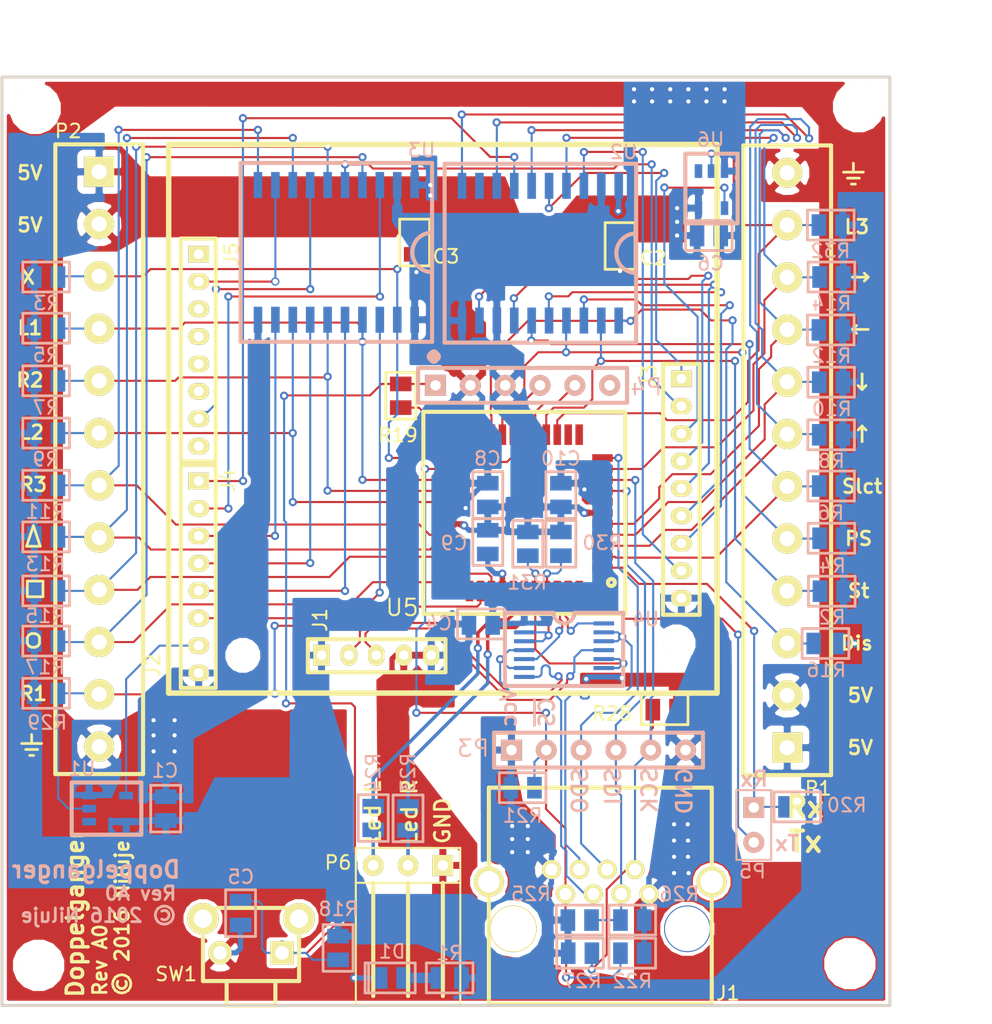
<source format=kicad_pcb>
(kicad_pcb (version 20160815) (host pcbnew 4.1.0-alpha+201608161231+7059~46~ubuntu14.04.1-product)
  (layers (0 F.Cu signal) (31 B.Cu signal) (34 B.Paste user) (35 F.Paste user) (36 B.SilkS user) (37 F.SilkS user) (38 B.Mask user) (39 F.Mask user) (44 Edge.Cuts user))
  (net 0 "")
  (net 1 GND)
  (net 2 "Net-(U5-Pad12)")
  (net 3 "Net-(U5-Pad13)")
  (net 4 "Net-(U5-Pad33)")
  (net 5 "Net-(U5-Pad34)")
  (net 6 /MCLR)
  (net 7 /SDI)
  (net 8 /USB_INPUT-)
  (net 9 /CSS1)
  (net 10 /SDO)
  (net 11 /USB_INPUT+)
  (net 12 /B_R1)
  (net 13 /B_R3)
  (net 14 /B_SQUARE)
  (net 15 /B_CIRCLE)
  (net 16 /B_CROSS)
  (net 17 /B_SELECT)
  (net 18 /B_R2)
  (net 19 /B_L2)
  (net 20 "Net-(J2-PadJ5_1)")
  (net 21 /B_START)
  (net 22 /B_RIGHT)
  (net 23 /B_LEFT)
  (net 24 /B_L3)
  (net 25 /B_DOWN)
  (net 26 /B_UP)
  (net 27 /B_L1)
  (net 28 /B_PS_KEY)
  (net 29 /USB_EXT+)
  (net 30 /USB_EXT-)
  (net 31 /PS_KEY)
  (net 32 /L1)
  (net 33 /L3)
  (net 34 /UP)
  (net 35 /LEFT)
  (net 36 /RIGHT)
  (net 37 /DOWN)
  (net 38 /START)
  (net 39 /L2)
  (net 40 /R2)
  (net 41 /SELECT)
  (net 42 /CROSS)
  (net 43 /CIRCLE)
  (net 44 /TRIANGLE)
  (net 45 /R3)
  (net 46 /SQUARE)
  (net 47 /R1)
  (net 48 /SCK)
  (net 49 /PGD)
  (net 50 /PGC)
  (net 51 "Net-(P4-Pad6)")
  (net 52 /Uart_Rx)
  (net 53 /Uart_Tx)
  (net 54 "Net-(R19-Pad1)")
  (net 55 /LED_L)
  (net 56 /LED_R)
  (net 57 /EXT_EN)
  (net 58 /MAIN_EN)
  (net 59 VDD)
  (net 60 /USB_DOP+)
  (net 61 /USB_DOP-)
  (net 62 "Net-(C9-Pad1)")
  (net 63 /LED_RR)
  (net 64 /LED_LR)
  (net 65 /B_TRIANGLE)
  (net 66 "Net-(D1-PadA)")
  (net 67 "Net-(U5-Pad21)")
  (net 68 "Net-(U5-Pad22)")
  (net 69 /Disable)
  (net 70 "Net-(U2-Pad12)")
  (module Doppelganger:RJ45 (layer F.Cu) (at 154.7642 116.585)
    (fp_text reference J1 (at 17.4478 8.129) (layer F.SilkS))
    (fp_text value RJ45)
    (pad 1 thru_hole circle (at 11.68 0.89) (size 1.4 1.4) (drill 0.89) (layers *.Cu *.Mask F.SilkS) (net 1 GND))
    (pad 3 thru_hole circle (at 9.65 0.89) (size 1.4 1.4) (drill 0.89) (layers *.Cu *.Mask F.SilkS) (net 7 /SDI))
    (pad 5 thru_hole circle (at 7.62 0.89) (size 1.4 1.4) (drill 0.89) (layers *.Cu *.Mask F.SilkS) (net 8 /USB_INPUT-))
    (pad 7 thru_hole circle (at 5.59 0.89) (size 1.4 1.4) (drill 0.89) (layers *.Cu *.Mask F.SilkS) (net 9 /CSS1))
    (pad 2 thru_hole circle (at 10.66 -0.89) (size 1.4 1.4) (drill 0.89) (layers *.Cu *.Mask F.SilkS) (net 48 /SCK))
    (pad 4 thru_hole circle (at 8.63 -0.89) (size 1.4 1.4) (drill 0.89) (layers *.Cu *.Mask F.SilkS) (net 10 /SDO))
    (pad 6 thru_hole circle (at 6.6 -0.89) (size 1.4 1.4) (drill 0.89) (layers *.Cu *.Mask F.SilkS) (net 11 /USB_INPUT+))
    (pad 8 thru_hole circle (at 4.57 -0.89) (size 1.4 1.4) (drill 0.89) (layers *.Cu *.Mask F.SilkS) (net 59 VDD))
    (pad "" np_thru_hole circle (at 1.78 3.43) (size 3.4 3.4) (drill 3.25) (layers *.Cu *.Mask F.SilkS))
    (pad "" np_thru_hole circle (at 14.48 3.43) (size 3.4 3.4) (drill 3.25) (layers *.Cu *.Mask))
    (pad "" np_thru_hole circle (at 0 0) (size 2.2 2.2) (drill 1.57) (layers *.Cu *.Mask F.SilkS))
    (pad "" np_thru_hole circle (at 16.26 0) (size 2.2 2.2) (drill 1.65) (layers *.Cu *.Mask F.SilkS))
  )
  (module LOGO (layer F.Cu) (at 135.89 111.125)
    (fp_text reference G*** hide)
    (fp_text value LOGO hide)
  )
  (module Doppelganger:SOIC20-DW (layer B.Cu) (at 164.2364 75.6666 180)
    (fp_text reference U2 (at -0.3556 12.2936 180) (layer B.SilkS) (effects (justify mirror)))
    (fp_text value SN54BCT760)
    (pad 1 smd rect (at 0 0 180) (size 0.63 1.9) (layers B.Cu B.Paste B.Mask) (net 69 /Disable))
    (pad 2 smd rect (at 1.27 0 180) (size 0.63 1.9) (layers B.Cu B.Paste B.Mask) (net 38 /START))
    (pad 3 smd rect (at 2.54 0 180) (size 0.63 1.9) (layers B.Cu B.Paste B.Mask) (net 22 /B_RIGHT))
    (pad 4 smd rect (at 3.81 0 180) (size 0.63 1.9) (layers B.Cu B.Paste B.Mask) (net 31 /PS_KEY))
    (pad 5 smd rect (at 5.08 0 180) (size 0.63 1.9) (layers B.Cu B.Paste B.Mask) (net 23 /B_LEFT))
    (pad 6 smd rect (at 6.35 0 180) (size 0.63 1.9) (layers B.Cu B.Paste B.Mask) (net 41 /SELECT))
    (pad 7 smd rect (at 7.62 0 180) (size 0.63 1.9) (layers B.Cu B.Paste B.Mask) (net 25 /B_DOWN))
    (pad 8 smd rect (at 8.89 0 180) (size 0.63 1.9) (layers B.Cu B.Paste B.Mask) (net 1 GND))
    (pad 9 smd rect (at 10.16 0 180) (size 0.63 1.9) (layers B.Cu B.Paste B.Mask) (net 26 /B_UP))
    (pad 10 smd rect (at 11.43 0 180) (size 0.63 1.9) (layers B.Cu B.Paste B.Mask) (net 1 GND))
    (pad 11 smd rect (at 11.43 9.82 180) (size 0.63 1.9) (layers B.Cu B.Paste B.Mask) (net 34 /UP))
    (pad 12 smd rect (at 10.16 9.82 180) (size 0.63 1.9) (layers B.Cu B.Paste B.Mask) (net 70 "Net-(U2-Pad12)"))
    (pad 13 smd rect (at 8.89 9.82 180) (size 0.63 1.9) (layers B.Cu B.Paste B.Mask) (net 37 /DOWN))
    (pad 14 smd rect (at 7.62 9.82 180) (size 0.63 1.9) (layers B.Cu B.Paste B.Mask) (net 17 /B_SELECT))
    (pad 15 smd rect (at 6.35 9.82 180) (size 0.63 1.9) (layers B.Cu B.Paste B.Mask) (net 35 /LEFT))
    (pad 16 smd rect (at 5.08 9.82 180) (size 0.63 1.9) (layers B.Cu B.Paste B.Mask) (net 28 /B_PS_KEY))
    (pad 17 smd rect (at 3.81 9.82 180) (size 0.63 1.9) (layers B.Cu B.Paste B.Mask) (net 36 /RIGHT))
    (pad 18 smd rect (at 2.54 9.82 180) (size 0.63 1.9) (layers B.Cu B.Paste B.Mask) (net 21 /B_START))
    (pad 19 smd rect (at 1.27 9.82 180) (size 0.63 1.9) (layers B.Cu B.Paste B.Mask) (net 1 GND))
    (pad 20 smd rect (at 0 9.82 180) (size 0.63 1.9) (layers B.Cu B.Paste B.Mask) (net 59 VDD))
  )
  (module Doppelganger:SOIC20-DW (layer B.Cu) (at 149.352 75.606 180)
    (fp_text reference U3 (at -0.508 12.36 180) (layer B.SilkS) (effects (justify mirror)))
    (fp_text value SN54BCT760)
    (pad 1 smd rect (at 0 0 180) (size 0.63 1.9) (layers B.Cu B.Paste B.Mask) (net 1 GND))
    (pad 2 smd rect (at 1.27 0 180) (size 0.63 1.9) (layers B.Cu B.Paste B.Mask) (net 42 /CROSS))
    (pad 3 smd rect (at 2.54 0 180) (size 0.63 1.9) (layers B.Cu B.Paste B.Mask) (net 13 /B_R3))
    (pad 4 smd rect (at 3.81 0 180) (size 0.63 1.9) (layers B.Cu B.Paste B.Mask) (net 32 /L1))
    (pad 5 smd rect (at 5.08 0 180) (size 0.63 1.9) (layers B.Cu B.Paste B.Mask) (net 65 /B_TRIANGLE))
    (pad 6 smd rect (at 6.35 0 180) (size 0.63 1.9) (layers B.Cu B.Paste B.Mask) (net 40 /R2))
    (pad 7 smd rect (at 7.62 0 180) (size 0.63 1.9) (layers B.Cu B.Paste B.Mask) (net 14 /B_SQUARE))
    (pad 8 smd rect (at 8.89 0 180) (size 0.63 1.9) (layers B.Cu B.Paste B.Mask) (net 39 /L2))
    (pad 9 smd rect (at 10.16 0 180) (size 0.63 1.9) (layers B.Cu B.Paste B.Mask) (net 15 /B_CIRCLE))
    (pad 10 smd rect (at 11.43 0 180) (size 0.63 1.9) (layers B.Cu B.Paste B.Mask) (net 1 GND))
    (pad 11 smd rect (at 11.43 9.82 180) (size 0.63 1.9) (layers B.Cu B.Paste B.Mask) (net 45 /R3))
    (pad 12 smd rect (at 10.16 9.82 180) (size 0.63 1.9) (layers B.Cu B.Paste B.Mask) (net 19 /B_L2))
    (pad 13 smd rect (at 8.89 9.82 180) (size 0.63 1.9) (layers B.Cu B.Paste B.Mask) (net 44 /TRIANGLE))
    (pad 14 smd rect (at 7.62 9.82 180) (size 0.63 1.9) (layers B.Cu B.Paste B.Mask) (net 18 /B_R2))
    (pad 15 smd rect (at 6.35 9.82 180) (size 0.63 1.9) (layers B.Cu B.Paste B.Mask) (net 46 /SQUARE))
    (pad 16 smd rect (at 5.08 9.82 180) (size 0.63 1.9) (layers B.Cu B.Paste B.Mask) (net 27 /B_L1))
    (pad 17 smd rect (at 3.81 9.82 180) (size 0.63 1.9) (layers B.Cu B.Paste B.Mask) (net 43 /CIRCLE))
    (pad 18 smd rect (at 2.54 9.82 180) (size 0.63 1.9) (layers B.Cu B.Paste B.Mask) (net 16 /B_CROSS))
    (pad 19 smd rect (at 1.27 9.82 180) (size 0.63 1.9) (layers B.Cu B.Paste B.Mask) (net 1 GND))
    (pad 20 smd rect (at 0 9.82 180) (size 0.63 1.9) (layers B.Cu B.Paste B.Mask) (net 59 VDD))
  )
  (module Doppelganger:0805R (layer B.Cu) (at 122.4694 76.2254)
    (fp_text reference R5 (at 0 1.9558) (layer B.SilkS) (effects (justify mirror)))
    (fp_text value 10K)
    (pad 1 smd rect (at -0.8636 0) (size 1.0668 1.5748) (layers B.Cu B.Paste B.Mask) (net 59 VDD))
    (pad 2 smd rect (at 0.8636 0) (size 1.0668 1.5748) (layers B.Cu B.Paste B.Mask) (net 32 /L1))
  )
  (module Doppelganger:SIL6 (layer B.Cu) (at 156.4132 106.9848)
    (fp_text reference P3 (at -2.794 -0.127) (layer B.SilkS) (effects (font (size 1.2 1.2)) (justify mirror)))
    (fp_text value CONN_01X06)
    (pad 1 thru_hole rect (at 0 0) (size 1.524 1.524) (drill 0.762) (layers *.Cu *.Mask B.SilkS) (net 59 VDD))
    (pad 2 thru_hole circle (at 2.54 0) (size 1.524 1.524) (drill 0.762) (layers *.Cu *.Mask B.SilkS) (net 9 /CSS1))
    (pad 3 thru_hole circle (at 5.08 0) (size 1.524 1.524) (drill 0.762) (layers *.Cu *.Mask B.SilkS) (net 10 /SDO))
    (pad 4 thru_hole circle (at 7.62 0) (size 1.524 1.524) (drill 0.762) (layers *.Cu *.Mask B.SilkS) (net 7 /SDI))
    (pad 5 thru_hole circle (at 10.16 0) (size 1.524 1.524) (drill 0.762) (layers *.Cu *.Mask B.SilkS) (net 48 /SCK))
    (pad 6 thru_hole circle (at 12.7 0) (size 1.524 1.524) (drill 0.762) (layers *.Cu *.Mask B.SilkS) (net 1 GND))
  )
  (module Doppelganger:0805C (layer B.Cu) (at 131.191 111.252 90)
    (fp_text reference C1 (at 2.7686 -0.0508) (layer B.SilkS) (effects (justify mirror)))
    (fp_text value 0.1µF)
    (pad 1 smd rect (at -0.8636 0 90) (size 1.0668 1.5748) (layers B.Cu B.Paste B.Mask) (net 59 VDD))
    (pad 2 smd rect (at 0.8636 0 90) (size 1.0668 1.5748) (layers B.Cu B.Paste B.Mask) (net 1 GND))
  )
  (module Doppelganger:0805C (layer F.Cu) (at 164.338 70.231 270)
    (fp_text reference C2 (at 0.889 -2.413 180) (layer F.SilkS))
    (fp_text value 0.1µF)
    (pad 1 smd rect (at -0.8636 0 270) (size 1.0668 1.5748) (layers F.Cu F.Paste F.Mask) (net 59 VDD))
    (pad 2 smd rect (at 0.8636 0 270) (size 1.0668 1.5748) (layers F.Cu F.Paste F.Mask) (net 1 GND))
  )
  (module Doppelganger:0805C (layer F.Cu) (at 149.352 69.977 270)
    (fp_text reference C3 (at 1.016 -2.286) (layer F.SilkS))
    (fp_text value 0.1µF)
    (pad 1 smd rect (at -0.8636 0 270) (size 1.0668 1.5748) (layers F.Cu F.Paste F.Mask) (net 59 VDD))
    (pad 2 smd rect (at 0.8636 0 270) (size 1.0668 1.5748) (layers F.Cu F.Paste F.Mask) (net 1 GND))
  )
  (module Doppelganger:0805C (layer B.Cu) (at 154.178 97.79 180)
    (fp_text reference C4 (at 3.0734 0.0508) (layer B.SilkS) (effects (justify mirror)))
    (fp_text value 0.1µF)
    (pad 1 smd rect (at -0.8636 0 180) (size 1.0668 1.5748) (layers B.Cu B.Paste B.Mask) (net 59 VDD))
    (pad 2 smd rect (at 0.8636 0 180) (size 1.0668 1.5748) (layers B.Cu B.Paste B.Mask) (net 1 GND))
  )
  (module Doppelganger:0805C (layer B.Cu) (at 136.652 118.872 270)
    (fp_text reference C5 (at -2.6416 -0.0254 180) (layer B.SilkS) (effects (justify mirror)))
    (fp_text value 0.1µF)
    (pad 1 smd rect (at -0.8636 0 270) (size 1.0668 1.5748) (layers B.Cu B.Paste B.Mask) (net 6 /MCLR))
    (pad 2 smd rect (at 0.8636 0 270) (size 1.0668 1.5748) (layers B.Cu B.Paste B.Mask) (net 1 GND))
  )
  (module Doppelganger:0805C (layer B.Cu) (at 154.686 88.392 270)
    (fp_text reference C8 (at -2.667 0.0254) (layer B.SilkS) (effects (justify mirror)))
    (fp_text value 0.1µF)
    (pad 1 smd rect (at -0.8636 0 270) (size 1.0668 1.5748) (layers B.Cu B.Paste B.Mask) (net 59 VDD))
    (pad 2 smd rect (at 0.8636 0 270) (size 1.0668 1.5748) (layers B.Cu B.Paste B.Mask) (net 1 GND))
  )
  (module Doppelganger:0805C (layer B.Cu) (at 154.686 91.821 90)
    (fp_text reference C9 (at -0.0762 -2.4638) (layer B.SilkS) (effects (justify mirror)))
    (fp_text value 330nF)
    (pad 1 smd rect (at -0.8636 0 90) (size 1.0668 1.5748) (layers B.Cu B.Paste B.Mask) (net 62 "Net-(C9-Pad1)"))
    (pad 2 smd rect (at 0.8636 0 90) (size 1.0668 1.5748) (layers B.Cu B.Paste B.Mask) (net 1 GND))
  )
  (module Doppelganger:0805C (layer B.Cu) (at 160.02 88.392 270)
    (fp_text reference C10 (at -2.667 0) (layer B.SilkS) (effects (justify mirror)))
    (fp_text value 0.1µF)
    (pad 1 smd rect (at -0.8636 0 270) (size 1.0668 1.5748) (layers B.Cu B.Paste B.Mask) (net 59 VDD))
    (pad 2 smd rect (at 0.8636 0 270) (size 1.0668 1.5748) (layers B.Cu B.Paste B.Mask) (net 1 GND))
  )
  (module Doppelganger:0805LED (layer B.Cu) (at 147.69084 123.5964 180)
    (fp_text reference D1 (at -0.01016 1.9304 180) (layer B.SilkS) (effects (justify mirror)))
    (fp_text value LED)
    (pad A smd rect (at -0.8636 0 180) (size 1.0668 1.5748) (layers B.Cu B.Paste B.Mask) (net 66 "Net-(D1-PadA)"))
    (pad K smd rect (at 0.8636 0 180) (size 1.0668 1.5748) (layers B.Cu B.Paste B.Mask) (net 1 GND))
  )
  (module Doppelganger:SIL2 (layer B.Cu) (at 174.0916 111.1758 270)
    (fp_text reference P5 (at 4.6482 0.1016) (layer B.SilkS) (effects (justify mirror)))
    (fp_text value "TTL Serial")
    (pad 1 thru_hole rect (at 0 0 270) (size 1.524 1.524) (drill 0.762) (layers *.Cu *.Mask B.SilkS) (net 52 /Uart_Rx))
    (pad 2 thru_hole circle (at 2.54 0 270) (size 1.524 1.524) (drill 0.762) (layers *.Cu *.Mask B.SilkS) (net 53 /Uart_Tx))
  )
  (module Doppelganger:SIL3_Angled (layer F.Cu) (at 151.4094 115.3922 180)
    (fp_text reference P6 (at 7.6454 0.2032 180) (layer F.SilkS))
    (fp_text value "Status LED")
    (pad 1 thru_hole rect (at 0 0 180) (size 1.524 1.524) (drill 0.762) (layers *.Cu *.Mask F.SilkS) (net 1 GND))
    (pad 2 thru_hole circle (at 2.54 0 180) (size 1.524 1.524) (drill 0.762) (layers *.Cu *.Mask F.SilkS) (net 63 /LED_RR))
    (pad 3 thru_hole circle (at 5.08 0 180) (size 1.524 1.524) (drill 0.762) (layers *.Cu *.Mask F.SilkS) (net 64 /LED_LR))
  )
  (module Doppelganger:0805R (layer B.Cu) (at 151.90724 123.5964 180)
    (fp_text reference R1 (at 0.01524 1.8034 180) (layer B.SilkS) (effects (justify mirror)))
    (fp_text value 330R)
    (pad 1 smd rect (at -0.8636 0 180) (size 1.0668 1.5748) (layers B.Cu B.Paste B.Mask) (net 59 VDD))
    (pad 2 smd rect (at 0.8636 0 180) (size 1.0668 1.5748) (layers B.Cu B.Paste B.Mask) (net 66 "Net-(D1-PadA)"))
  )
  (module Doppelganger:0805R (layer B.Cu) (at 179.7812 95.4024 180)
    (fp_text reference R2 (at -0.0254 -1.905 180) (layer B.SilkS) (effects (justify mirror)))
    (fp_text value 10K)
    (pad 1 smd rect (at -0.8636 0 180) (size 1.0668 1.5748) (layers B.Cu B.Paste B.Mask) (net 59 VDD))
    (pad 2 smd rect (at 0.8636 0 180) (size 1.0668 1.5748) (layers B.Cu B.Paste B.Mask) (net 38 /START))
  )
  (module Doppelganger:0805R (layer B.Cu) (at 122.4694 72.4916)
    (fp_text reference R3 (at 0.0254 1.905) (layer B.SilkS) (effects (justify mirror)))
    (fp_text value 10K)
    (pad 1 smd rect (at -0.8636 0) (size 1.0668 1.5748) (layers B.Cu B.Paste B.Mask) (net 59 VDD))
    (pad 2 smd rect (at 0.8636 0) (size 1.0668 1.5748) (layers B.Cu B.Paste B.Mask) (net 42 /CROSS))
  )
  (module Doppelganger:0805R (layer B.Cu) (at 179.7558 91.5416 180)
    (fp_text reference R4 (at -0.0762 -2.0066 180) (layer B.SilkS) (effects (justify mirror)))
    (fp_text value 10K)
    (pad 1 smd rect (at -0.8636 0 180) (size 1.0668 1.5748) (layers B.Cu B.Paste B.Mask) (net 59 VDD))
    (pad 2 smd rect (at 0.8636 0 180) (size 1.0668 1.5748) (layers B.Cu B.Paste B.Mask) (net 31 /PS_KEY))
  )
  (module Doppelganger:0805R (layer B.Cu) (at 179.7304 87.7316 180)
    (fp_text reference R6 (at 0.0254 -1.9558 180) (layer B.SilkS) (effects (justify mirror)))
    (fp_text value 10K)
    (pad 1 smd rect (at -0.8636 0 180) (size 1.0668 1.5748) (layers B.Cu B.Paste B.Mask) (net 59 VDD))
    (pad 2 smd rect (at 0.8636 0 180) (size 1.0668 1.5748) (layers B.Cu B.Paste B.Mask) (net 41 /SELECT))
  )
  (module Doppelganger:0805R (layer B.Cu) (at 122.4694 80.0608)
    (fp_text reference R7 (at 0 1.9558) (layer B.SilkS) (effects (justify mirror)))
    (fp_text value 10K)
    (pad 1 smd rect (at -0.8636 0) (size 1.0668 1.5748) (layers B.Cu B.Paste B.Mask) (net 59 VDD))
    (pad 2 smd rect (at 0.8636 0) (size 1.0668 1.5748) (layers B.Cu B.Paste B.Mask) (net 40 /R2))
  )
  (module Doppelganger:0805R (layer B.Cu) (at 179.7304 83.9978 180)
    (fp_text reference R8 (at -0.0254 -1.905 180) (layer B.SilkS) (effects (justify mirror)))
    (fp_text value 10K)
    (pad 1 smd rect (at -0.8636 0 180) (size 1.0668 1.5748) (layers B.Cu B.Paste B.Mask) (net 59 VDD))
    (pad 2 smd rect (at 0.8636 0 180) (size 1.0668 1.5748) (layers B.Cu B.Paste B.Mask) (net 34 /UP))
  )
  (module Doppelganger:0805R (layer B.Cu) (at 122.4694 83.8708)
    (fp_text reference R9 (at -0.0254 1.905) (layer B.SilkS) (effects (justify mirror)))
    (fp_text value 10K)
    (pad 1 smd rect (at -0.8636 0) (size 1.0668 1.5748) (layers B.Cu B.Paste B.Mask) (net 59 VDD))
    (pad 2 smd rect (at 0.8636 0) (size 1.0668 1.5748) (layers B.Cu B.Paste B.Mask) (net 39 /L2))
  )
  (module Doppelganger:0805R (layer B.Cu) (at 179.7304 80.1624 180)
    (fp_text reference R10 (at -0.0508 -1.9558 180) (layer B.SilkS) (effects (justify mirror)))
    (fp_text value 10K)
    (pad 1 smd rect (at -0.8636 0 180) (size 1.0668 1.5748) (layers B.Cu B.Paste B.Mask) (net 59 VDD))
    (pad 2 smd rect (at 0.8636 0 180) (size 1.0668 1.5748) (layers B.Cu B.Paste B.Mask) (net 37 /DOWN))
  )
  (module Doppelganger:0805R (layer B.Cu) (at 122.4694 87.6808)
    (fp_text reference R11 (at -0.0508 1.9304) (layer B.SilkS) (effects (justify mirror)))
    (fp_text value 10K)
    (pad 1 smd rect (at -0.8636 0) (size 1.0668 1.5748) (layers B.Cu B.Paste B.Mask) (net 59 VDD))
    (pad 2 smd rect (at 0.8636 0) (size 1.0668 1.5748) (layers B.Cu B.Paste B.Mask) (net 45 /R3))
  )
  (module Doppelganger:0805R (layer B.Cu) (at 179.705 76.3524 180)
    (fp_text reference R12 (at -0.0508 -1.8796 180) (layer B.SilkS) (effects (justify mirror)))
    (fp_text value 10K)
    (pad 1 smd rect (at -0.8636 0 180) (size 1.0668 1.5748) (layers B.Cu B.Paste B.Mask) (net 59 VDD))
    (pad 2 smd rect (at 0.8636 0 180) (size 1.0668 1.5748) (layers B.Cu B.Paste B.Mask) (net 35 /LEFT))
  )
  (module Doppelganger:0805R (layer B.Cu) (at 122.4694 91.44)
    (fp_text reference R13 (at -0.0508 1.9812) (layer B.SilkS) (effects (justify mirror)))
    (fp_text value 10K)
    (pad 1 smd rect (at -0.8636 0) (size 1.0668 1.5748) (layers B.Cu B.Paste B.Mask) (net 59 VDD))
    (pad 2 smd rect (at 0.8636 0) (size 1.0668 1.5748) (layers B.Cu B.Paste B.Mask) (net 44 /TRIANGLE))
  )
  (module Doppelganger:0805R (layer B.Cu) (at 179.7558 72.4916 180)
    (fp_text reference R14 (at 0 -1.9304 180) (layer B.SilkS) (effects (justify mirror)))
    (fp_text value 10K)
    (pad 1 smd rect (at -0.8636 0 180) (size 1.0668 1.5748) (layers B.Cu B.Paste B.Mask) (net 59 VDD))
    (pad 2 smd rect (at 0.8636 0 180) (size 1.0668 1.5748) (layers B.Cu B.Paste B.Mask) (net 36 /RIGHT))
  )
  (module Doppelganger:0805R (layer B.Cu) (at 122.4694 95.377)
    (fp_text reference R15 (at -0.0762 1.8288) (layer B.SilkS) (effects (justify mirror)))
    (fp_text value 10K)
    (pad 1 smd rect (at -0.8636 0) (size 1.0668 1.5748) (layers B.Cu B.Paste B.Mask) (net 59 VDD))
    (pad 2 smd rect (at 0.8636 0) (size 1.0668 1.5748) (layers B.Cu B.Paste B.Mask) (net 46 /SQUARE))
  )
  (module Doppelganger:0805R (layer B.Cu) (at 179.324 99.2124 180)
    (fp_text reference R16 (at -0.0508 -1.9304 180) (layer B.SilkS) (effects (justify mirror)))
    (fp_text value 10K)
    (pad 1 smd rect (at -0.8636 0 180) (size 1.0668 1.5748) (layers B.Cu B.Paste B.Mask) (net 1 GND))
    (pad 2 smd rect (at 0.8636 0 180) (size 1.0668 1.5748) (layers B.Cu B.Paste B.Mask) (net 69 /Disable))
  )
  (module Doppelganger:0805R (layer B.Cu) (at 122.4694 99.0346)
    (fp_text reference R17 (at -0.0762 1.905) (layer B.SilkS) (effects (justify mirror)))
    (fp_text value 10K)
    (pad 1 smd rect (at -0.8636 0) (size 1.0668 1.5748) (layers B.Cu B.Paste B.Mask) (net 59 VDD))
    (pad 2 smd rect (at 0.8636 0) (size 1.0668 1.5748) (layers B.Cu B.Paste B.Mask) (net 43 /CIRCLE))
  )
  (module Doppelganger:0805R (layer B.Cu) (at 143.764 121.412 270)
    (fp_text reference R18 (at -2.8448 -0.0254) (layer B.SilkS) (effects (justify mirror)))
    (fp_text value 10K)
    (pad 1 smd rect (at -0.8636 0 270) (size 1.0668 1.5748) (layers B.Cu B.Paste B.Mask) (net 59 VDD))
    (pad 2 smd rect (at 0.8636 0 270) (size 1.0668 1.5748) (layers B.Cu B.Paste B.Mask) (net 6 /MCLR))
  )
  (module Doppelganger:0805R (layer F.Cu) (at 148.336 81.153 90)
    (fp_text reference R19 (at -2.8702 -0.2032) (layer F.SilkS))
    (fp_text value 100R)
    (pad 1 smd rect (at -0.8636 0 90) (size 1.0668 1.5748) (layers F.Cu F.Paste F.Mask) (net 54 "Net-(R19-Pad1)"))
    (pad 2 smd rect (at 0.8636 0 90) (size 1.0668 1.5748) (layers F.Cu F.Paste F.Mask) (net 6 /MCLR))
  )
  (module Doppelganger:0805R (layer B.Cu) (at 177.2666 111.125 180)
    (fp_text reference R20 (at -3.6068 0.127) (layer B.SilkS) (effects (justify mirror)))
    (fp_text value 10K)
    (pad 1 smd rect (at -0.8636 0 180) (size 1.0668 1.5748) (layers B.Cu B.Paste B.Mask) (net 59 VDD))
    (pad 2 smd rect (at 0.8636 0 180) (size 1.0668 1.5748) (layers B.Cu B.Paste B.Mask) (net 52 /Uart_Rx))
  )
  (module Doppelganger:0805R (layer B.Cu) (at 157.226 109.728 180)
    (fp_text reference R21 (at 0 -2.032 180) (layer B.SilkS) (effects (justify mirror)))
    (fp_text value 10K)
    (pad 1 smd rect (at -0.8636 0 180) (size 1.0668 1.5748) (layers B.Cu B.Paste B.Mask) (net 9 /CSS1))
    (pad 2 smd rect (at 0.8636 0 180) (size 1.0668 1.5748) (layers B.Cu B.Paste B.Mask) (net 59 VDD))
  )
  (module Doppelganger:0805R (layer B.Cu) (at 165.227 121.793 180)
    (fp_text reference R22 (at 0 -2.032 180) (layer B.SilkS) (effects (justify mirror)))
    (fp_text value 10K)
    (pad 1 smd rect (at -0.8636 0 180) (size 1.0668 1.5748) (layers B.Cu B.Paste B.Mask) (net 1 GND))
    (pad 2 smd rect (at 0.8636 0 180) (size 1.0668 1.5748) (layers B.Cu B.Paste B.Mask) (net 9 /CSS1))
  )
  (module Doppelganger:0805R (layer B.Cu) (at 148.8694 111.9632 90)
    (fp_text reference R23 (at 3.3274 0 90) (layer B.SilkS) (effects (justify mirror)))
    (fp_text value 330R)
    (pad 1 smd rect (at -0.8636 0 90) (size 1.0668 1.5748) (layers B.Cu B.Paste B.Mask) (net 63 /LED_RR))
    (pad 2 smd rect (at 0.8636 0 90) (size 1.0668 1.5748) (layers B.Cu B.Paste B.Mask) (net 56 /LED_R))
  )
  (module Doppelganger:0805R (layer B.Cu) (at 146.3294 111.9378 90)
    (fp_text reference R24 (at 3.302 0 90) (layer B.SilkS) (effects (justify mirror)))
    (fp_text value 330R)
    (pad 1 smd rect (at -0.8636 0 90) (size 1.0668 1.5748) (layers B.Cu B.Paste B.Mask) (net 64 /LED_LR))
    (pad 2 smd rect (at 0.8636 0 90) (size 1.0668 1.5748) (layers B.Cu B.Paste B.Mask) (net 55 /LED_L))
  )
  (module Doppelganger:0805R (layer B.Cu) (at 161.3916 119.38 180)
    (fp_text reference R25 (at 3.556 1.905 180) (layer B.SilkS) (effects (justify mirror)))
    (fp_text value 10K)
    (pad 1 smd rect (at -0.8636 0 180) (size 1.0668 1.5748) (layers B.Cu B.Paste B.Mask) (net 7 /SDI))
    (pad 2 smd rect (at 0.8636 0 180) (size 1.0668 1.5748) (layers B.Cu B.Paste B.Mask) (net 59 VDD))
  )
  (module Doppelganger:0805R (layer B.Cu) (at 165.227 119.38 180)
    (fp_text reference R26 (at -3.429 1.905 180) (layer B.SilkS) (effects (justify mirror)))
    (fp_text value 10K)
    (pad 1 smd rect (at -0.8636 0 180) (size 1.0668 1.5748) (layers B.Cu B.Paste B.Mask) (net 1 GND))
    (pad 2 smd rect (at 0.8636 0 180) (size 1.0668 1.5748) (layers B.Cu B.Paste B.Mask) (net 7 /SDI))
  )
  (module Doppelganger:0805R (layer B.Cu) (at 161.417 121.793 180)
    (fp_text reference R27 (at -0.127 -2.032 180) (layer B.SilkS) (effects (justify mirror)))
    (fp_text value 10K)
    (pad 1 smd rect (at -0.8636 0 180) (size 1.0668 1.5748) (layers B.Cu B.Paste B.Mask) (net 48 /SCK))
    (pad 2 smd rect (at 0.8636 0 180) (size 1.0668 1.5748) (layers B.Cu B.Paste B.Mask) (net 59 VDD))
  )
  (module Doppelganger:0805R (layer F.Cu) (at 167.5892 104.0384 180)
    (fp_text reference R28 (at 3.8354 -0.2794) (layer F.SilkS))
    (fp_text value 10K)
    (pad 1 smd rect (at -0.8636 0 180) (size 1.0668 1.5748) (layers F.Cu F.Paste F.Mask) (net 1 GND))
    (pad 2 smd rect (at 0.8636 0 180) (size 1.0668 1.5748) (layers F.Cu F.Paste F.Mask) (net 48 /SCK))
  )
  (module Doppelganger:0805R (layer B.Cu) (at 122.4694 102.8446)
    (fp_text reference R29 (at 0.0762 2.1336) (layer B.SilkS) (effects (justify mirror)))
    (fp_text value 10K)
    (pad 1 smd rect (at -0.8636 0) (size 1.0668 1.5748) (layers B.Cu B.Paste B.Mask) (net 59 VDD))
    (pad 2 smd rect (at 0.8636 0) (size 1.0668 1.5748) (layers B.Cu B.Paste B.Mask) (net 47 /R1))
  )
  (module Doppelganger:0805R (layer B.Cu) (at 160.02 91.948 90)
    (fp_text reference R30 (at 0.0762 3.0226) (layer B.SilkS) (effects (justify mirror)))
    (fp_text value 10K)
    (pad 1 smd rect (at -0.8636 0 90) (size 1.0668 1.5748) (layers B.Cu B.Paste B.Mask) (net 58 /MAIN_EN))
    (pad 2 smd rect (at 0.8636 0 90) (size 1.0668 1.5748) (layers B.Cu B.Paste B.Mask) (net 1 GND))
  )
  (module Doppelganger:0805R (layer B.Cu) (at 157.607 91.948 90)
    (fp_text reference R31 (at -2.8194 -0.0508) (layer B.SilkS) (effects (justify mirror)))
    (fp_text value 10K)
    (pad 1 smd rect (at -0.8636 0 90) (size 1.0668 1.5748) (layers B.Cu B.Paste B.Mask) (net 57 /EXT_EN))
    (pad 2 smd rect (at 0.8636 0 90) (size 1.0668 1.5748) (layers B.Cu B.Paste B.Mask) (net 1 GND))
  )
  (module Doppelganger:DBV (layer B.Cu) (at 125.603 111.252 90)
    (fp_text reference U1 (at 2.8956 -0.5334 180) (layer B.SilkS) (effects (justify mirror)))
    (fp_text value SN74LVC1G06)
    (pad 2 smd rect (at 0 0 90) (size 0.55 1) (layers B.Cu B.Paste B.Mask) (net 47 /R1))
    (pad 1 smd rect (at -0.95 0 90) (size 0.55 1) (layers B.Cu B.Paste B.Mask))
    (pad 3 smd rect (at 0.95 0 90) (size 0.55 1) (layers B.Cu B.Paste B.Mask) (net 1 GND))
    (pad 4 smd rect (at 0.95 2.7 90) (size 0.55 1) (layers B.Cu B.Paste B.Mask) (net 12 /B_R1))
    (pad 5 smd rect (at -0.95 2.7 90) (size 0.55 1) (layers B.Cu B.Paste B.Mask) (net 59 VDD))
  )
  (module Doppelganger:TSSOP14 (layer B.Cu) (at 160.2486 100.0252)
    (fp_text reference U4 (at 5.9436 -2.5908) (layer B.SilkS) (effects (justify mirror)))
    (fp_text value MAX4737)
    (pad 14 smd rect (at -2.9 -2.275 270) (size 0.3 1.5) (layers B.Cu B.Paste B.Mask) (net 59 VDD))
    (pad 13 smd rect (at -2.9 -1.625 270) (size 0.3 1.5) (layers B.Cu B.Paste B.Mask) (net 58 /MAIN_EN))
    (pad 12 smd rect (at -2.9 -0.975 270) (size 0.3 1.5) (layers B.Cu B.Paste B.Mask) (net 58 /MAIN_EN))
    (pad 11 smd rect (at -2.9 -0.325 270) (size 0.3 1.5) (layers B.Cu B.Paste B.Mask) (net 8 /USB_INPUT-))
    (pad 10 smd rect (at -2.9 0.325 270) (size 0.3 1.5) (layers B.Cu B.Paste B.Mask) (net 61 /USB_DOP-))
    (pad 9 smd rect (at -2.9 0.975 270) (size 0.3 1.5) (layers B.Cu B.Paste B.Mask) (net 8 /USB_INPUT-))
    (pad 8 smd rect (at -2.9 1.625 270) (size 0.3 1.5) (layers B.Cu B.Paste B.Mask) (net 30 /USB_EXT-))
    (pad 7 smd rect (at 2.9 1.625 270) (size 0.3 1.5) (layers B.Cu B.Paste B.Mask) (net 1 GND))
    (pad 6 smd rect (at 2.9 0.975 270) (size 0.3 1.5) (layers B.Cu B.Paste B.Mask) (net 57 /EXT_EN))
    (pad 5 smd rect (at 2.9 0.325 270) (size 0.3 1.5) (layers B.Cu B.Paste B.Mask) (net 57 /EXT_EN))
    (pad 4 smd rect (at 2.9 -0.325 270) (size 0.3 1.5) (layers B.Cu B.Paste B.Mask) (net 29 /USB_EXT+))
    (pad 3 smd rect (at 2.9 -0.975 270) (size 0.3 1.5) (layers B.Cu B.Paste B.Mask) (net 11 /USB_INPUT+))
    (pad 2 smd rect (at 2.9 -1.625 270) (size 0.3 1.5) (layers B.Cu B.Paste B.Mask) (net 11 /USB_INPUT+))
    (pad 1 smd rect (at 2.9 -2.275 270) (size 0.3 1.5) (layers B.Cu B.Paste B.Mask) (net 60 /USB_DOP+))
  )
  (module Doppelganger:TQFP44 (layer F.Cu) (at 157.353 89.6874 180)
    (fp_text reference U5 (at 8.9154 -6.9088 180) (layer F.SilkS) (effects (font (size 1.2 1.2))))
    (fp_text value 18F45K50)
    (pad 1 smd rect (at -5.7 -4 270) (size 0.55 1.5) (layers F.Cu F.Paste F.Mask) (net 52 /Uart_Rx))
    (pad 2 smd rect (at -5.7 -3.2 270) (size 0.55 1.5) (layers F.Cu F.Paste F.Mask) (net 41 /SELECT))
    (pad 3 smd rect (at -5.7 -2.4 270) (size 0.55 1.5) (layers F.Cu F.Paste F.Mask) (net 34 /UP))
    (pad 4 smd rect (at -5.7 -1.6 270) (size 0.55 1.5) (layers F.Cu F.Paste F.Mask) (net 37 /DOWN))
    (pad 5 smd rect (at -5.7 -0.8 270) (size 0.55 1.5) (layers F.Cu F.Paste F.Mask) (net 35 /LEFT))
    (pad 6 smd rect (at -5.7 0 270) (size 0.55 1.5) (layers F.Cu F.Paste F.Mask) (net 1 GND))
    (pad 7 smd rect (at -5.7 0.8 270) (size 0.55 1.5) (layers F.Cu F.Paste F.Mask) (net 59 VDD))
    (pad 8 smd rect (at -5.7 1.6 270) (size 0.55 1.5) (layers F.Cu F.Paste F.Mask) (net 7 /SDI))
    (pad 9 smd rect (at -5.7 2.4 270) (size 0.55 1.5) (layers F.Cu F.Paste F.Mask) (net 48 /SCK))
    (pad 10 smd rect (at -5.7 3.2 270) (size 0.55 1.5) (layers F.Cu F.Paste F.Mask) (net 36 /RIGHT))
    (pad 11 smd rect (at -5.7 4 270) (size 0.55 1.5) (layers F.Cu F.Paste F.Mask) (net 10 /SDO))
    (pad 12 smd rect (at -4 5.7 180) (size 0.55 1.5) (layers F.Cu F.Paste F.Mask) (net 2 "Net-(U5-Pad12)"))
    (pad 13 smd rect (at -3.2 5.7 180) (size 0.55 1.5) (layers F.Cu F.Paste F.Mask) (net 3 "Net-(U5-Pad13)"))
    (pad 14 smd rect (at -2.4 5.7 180) (size 0.55 1.5) (layers F.Cu F.Paste F.Mask) (net 33 /L3))
    (pad 15 smd rect (at -1.6 5.7 180) (size 0.55 1.5) (layers F.Cu F.Paste F.Mask) (net 38 /START))
    (pad 16 smd rect (at -0.8 5.7 180) (size 0.55 1.5) (layers F.Cu F.Paste F.Mask) (net 50 /PGC))
    (pad 17 smd rect (at 0 5.7 180) (size 0.55 1.5) (layers F.Cu F.Paste F.Mask) (net 49 /PGD))
    (pad 18 smd rect (at 0.8 5.7 180) (size 0.55 1.5) (layers F.Cu F.Paste F.Mask) (net 54 "Net-(R19-Pad1)"))
    (pad 19 smd rect (at 1.6 5.7 180) (size 0.55 1.5) (layers F.Cu F.Paste F.Mask) (net 31 /PS_KEY))
    (pad 20 smd rect (at 2.4 5.7 180) (size 0.55 1.5) (layers F.Cu F.Paste F.Mask) (net 69 /Disable))
    (pad 21 smd rect (at 3.2 5.7 180) (size 0.55 1.5) (layers F.Cu F.Paste F.Mask) (net 67 "Net-(U5-Pad21)"))
    (pad 22 smd trapezoid (at 4 5.7 180) (size 0.55 1.5) (layers F.Cu F.Paste F.Mask) (net 68 "Net-(U5-Pad22)"))
    (pad 23 smd rect (at 5.7 4 270) (size 0.55 1.5) (layers F.Cu F.Paste F.Mask) (net 42 /CROSS))
    (pad 24 smd rect (at 5.7 3.2 270) (size 0.55 1.5) (layers F.Cu F.Paste F.Mask) (net 9 /CSS1))
    (pad 25 smd rect (at 5.7 2.4 270) (size 0.55 1.5) (layers F.Cu F.Paste F.Mask) (net 32 /L1))
    (pad 26 smd rect (at 5.7 1.6 270) (size 0.55 1.5) (layers F.Cu F.Paste F.Mask) (net 40 /R2))
    (pad 27 smd rect (at 5.7 0.8 270) (size 0.55 1.5) (layers F.Cu F.Paste F.Mask) (net 39 /L2))
    (pad 28 smd rect (at 5.7 0 270) (size 0.55 1.5) (layers F.Cu F.Paste F.Mask) (net 59 VDD))
    (pad 29 smd rect (at 5.7 -0.8 270) (size 0.55 1.5) (layers F.Cu F.Paste F.Mask) (net 1 GND))
    (pad 30 smd rect (at 5.7 -1.6 270) (size 0.55 1.5) (layers F.Cu F.Paste F.Mask) (net 45 /R3))
    (pad 31 smd rect (at 5.7 -2.4 270) (size 0.55 1.5) (layers F.Cu F.Paste F.Mask) (net 44 /TRIANGLE))
    (pad 32 smd rect (at 5.7 -3.2 270) (size 0.55 1.5) (layers F.Cu F.Paste F.Mask) (net 46 /SQUARE))
    (pad 33 smd rect (at 5.7 -4 270) (size 0.55 1.5) (layers F.Cu F.Paste F.Mask) (net 4 "Net-(U5-Pad33)"))
    (pad 34 smd rect (at 4 -5.7 180) (size 0.55 1.5) (layers F.Cu F.Paste F.Mask) (net 5 "Net-(U5-Pad34)"))
    (pad 35 smd rect (at 3.2 -5.7 180) (size 0.55 1.5) (layers F.Cu F.Paste F.Mask) (net 47 /R1))
    (pad 36 smd rect (at 2.4 -5.7 180) (size 0.55 1.5) (layers F.Cu F.Paste F.Mask) (net 43 /CIRCLE))
    (pad 37 smd rect (at 1.6 -5.7 180) (size 0.55 1.5) (layers F.Cu F.Paste F.Mask) (net 62 "Net-(C9-Pad1)"))
    (pad 38 smd rect (at 0.8 -5.7 180) (size 0.55 1.5) (layers F.Cu F.Paste F.Mask) (net 55 /LED_L))
    (pad 39 smd rect (at 0 -5.7 180) (size 0.55 1.5) (layers F.Cu F.Paste F.Mask) (net 56 /LED_R))
    (pad 40 smd rect (at -0.8 -5.7 180) (size 0.55 1.5) (layers F.Cu F.Paste F.Mask) (net 57 /EXT_EN))
    (pad 41 smd rect (at -1.6 -5.7 180) (size 0.55 1.5) (layers F.Cu F.Paste F.Mask) (net 58 /MAIN_EN))
    (pad 42 smd rect (at -2.4 -5.7 180) (size 0.55 1.5) (layers F.Cu F.Paste F.Mask) (net 61 /USB_DOP-))
    (pad 43 smd rect (at -3.2 -5.7 180) (size 0.55 1.5) (layers F.Cu F.Paste F.Mask) (net 60 /USB_DOP+))
    (pad 44 smd rect (at -4 -5.7 180) (size 0.55 1.5) (layers F.Cu F.Paste F.Mask) (net 53 /Uart_Tx))
  )
  (module Doppelganger:0805C (layer B.Cu) (at 170.815 69.469)
    (fp_text reference C6 (at 0.127 2.032) (layer B.SilkS) (effects (justify mirror)))
    (fp_text value 0.1µF)
    (pad 1 smd rect (at -0.8636 0) (size 1.0668 1.5748) (layers B.Cu B.Paste B.Mask) (net 59 VDD))
    (pad 2 smd rect (at 0.8636 0) (size 1.0668 1.5748) (layers B.Cu B.Paste B.Mask) (net 1 GND))
  )
  (module Doppelganger:0805R (layer B.Cu) (at 179.705 68.707 180)
    (fp_text reference R32 (at 0.0254 -1.8796 180) (layer B.SilkS) (effects (justify mirror)))
    (fp_text value 10K)
    (pad 1 smd rect (at -0.8636 0 180) (size 1.0668 1.5748) (layers B.Cu B.Paste B.Mask) (net 59 VDD))
    (pad 2 smd rect (at 0.8636 0 180) (size 1.0668 1.5748) (layers B.Cu B.Paste B.Mask) (net 33 /L3))
  )
  (module Doppelganger:DBV (layer B.Cu) (at 171.003 64.77)
    (fp_text reference U6 (at -0.061 -2.286 180) (layer B.SilkS) (effects (justify mirror)))
    (fp_text value SN74LVC1G06)
    (pad 2 smd rect (at 0 0) (size 0.55 1) (layers B.Cu B.Paste B.Mask) (net 33 /L3))
    (pad 1 smd rect (at -0.95 0) (size 0.55 1) (layers B.Cu B.Paste B.Mask))
    (pad 3 smd rect (at 0.95 0) (size 0.55 1) (layers B.Cu B.Paste B.Mask) (net 1 GND))
    (pad 4 smd rect (at 0.95 2.7) (size 0.55 1) (layers B.Cu B.Paste B.Mask) (net 24 /B_L3))
    (pad 5 smd rect (at -0.95 2.7) (size 0.55 1) (layers B.Cu B.Paste B.Mask) (net 59 VDD))
  )
  (module Doppelganger:SIL6 (layer B.Cu) (at 150.876 80.391)
    (fp_text reference P4 (at 15.367 0.127) (layer B.SilkS) (effects (font (size 1.2 1.2)) (justify mirror)))
    (fp_text value CONN_01X06)
    (pad 1 thru_hole rect (at 0 0) (size 1.524 1.524) (drill 0.762) (layers *.Cu *.Mask B.SilkS) (net 6 /MCLR))
    (pad 2 thru_hole circle (at 2.54 0) (size 1.524 1.524) (drill 0.762) (layers *.Cu *.Mask B.SilkS) (net 59 VDD))
    (pad 3 thru_hole circle (at 5.08 0) (size 1.524 1.524) (drill 0.762) (layers *.Cu *.Mask B.SilkS) (net 1 GND))
    (pad 4 thru_hole circle (at 7.62 0) (size 1.524 1.524) (drill 0.762) (layers *.Cu *.Mask B.SilkS) (net 49 /PGD))
    (pad 5 thru_hole circle (at 10.16 0) (size 1.524 1.524) (drill 0.762) (layers *.Cu *.Mask B.SilkS) (net 50 /PGC))
    (pad 6 thru_hole circle (at 12.7 0) (size 1.524 1.524) (drill 0.762) (layers *.Cu *.Mask B.SilkS) (net 51 "Net-(P4-Pad6)"))
  )
  (module Doppelganger:BROOK_FB (layer F.Cu) (at 171.4084 62.8284 270)
    (fp_text reference J2 (at 37.973 41.148 270) (layer F.SilkS))
    (fp_text value BROOK_FB)
    (fp_text user J4 (at 24.511 35.687 270) (layer F.SilkS))
    (fp_text user J5 (at 8.001 35.433 270) (layer F.SilkS))
    (fp_text user J3 (at 16.891 4.953 270) (layer F.SilkS))
    (fp_text user J1 (at 34.671 28.956 270) (layer F.SilkS))
    (pad J4_8 thru_hole oval (at 38.54 37.81 270) (size 1.2 1.524) (drill 0.7) (layers *.Cu *.Mask F.SilkS) (net 1 GND))
    (pad J4_7 thru_hole oval (at 36.54 37.81 270) (size 1.2 1.524) (drill 0.7) (layers *.Cu *.Mask F.SilkS) (net 12 /B_R1))
    (pad J4_6 thru_hole oval (at 34.54 37.81 270) (size 1.2 1.524) (drill 0.7) (layers *.Cu *.Mask F.SilkS) (net 13 /B_R3))
    (pad J4_5 thru_hole oval (at 32.54 37.81 270) (size 1.2 1.524) (drill 0.7) (layers *.Cu *.Mask F.SilkS) (net 65 /B_TRIANGLE))
    (pad J4_4 thru_hole oval (at 30.54 37.81 270) (size 1.2 1.524) (drill 0.7) (layers *.Cu *.Mask F.SilkS) (net 14 /B_SQUARE))
    (pad J4_3 thru_hole oval (at 28.54 37.81 270) (size 1.2 1.524) (drill 0.7) (layers *.Cu *.Mask F.SilkS) (net 15 /B_CIRCLE))
    (pad J4_2 thru_hole oval (at 26.54 37.81 270) (size 1.2 1.524) (drill 0.7) (layers *.Cu *.Mask F.SilkS) (net 16 /B_CROSS))
    (pad J4_1 thru_hole rect (at 24.54 37.81 270) (size 1.2 1.524) (drill 0.7) (layers *.Cu *.Mask F.SilkS) (net 17 /B_SELECT))
    (pad J5_8 thru_hole oval (at 22 37.81 90) (size 1.2 1.524) (drill 0.7) (layers *.Cu *.Mask F.SilkS))
    (pad J5_7 thru_hole oval (at 20 37.81 270) (size 1.2 1.524) (drill 0.7) (layers *.Cu *.Mask F.SilkS) (net 18 /B_R2))
    (pad J5_6 thru_hole oval (at 18 37.81 270) (size 1.2 1.524) (drill 0.7) (layers *.Cu *.Mask F.SilkS))
    (pad J5_5 thru_hole oval (at 16 37.81 270) (size 1.2 1.524) (drill 0.7) (layers *.Cu *.Mask F.SilkS))
    (pad J5_3 thru_hole oval (at 12 37.81 270) (size 1.2 1.524) (drill 0.7) (layers *.Cu *.Mask F.SilkS))
    (pad J5_2 thru_hole oval (at 10 37.81 270) (size 1.2 1.524) (drill 0.7) (layers *.Cu *.Mask F.SilkS) (net 19 /B_L2))
    (pad J5_4 thru_hole oval (at 14 37.81 270) (size 1.2 1.524) (drill 0.7) (layers *.Cu *.Mask F.SilkS))
    (pad J5_1 thru_hole rect (at 8 37.81 90) (size 1.2 1.524) (drill 0.7) (layers *.Cu *.Mask F.SilkS) (net 20 "Net-(J2-PadJ5_1)"))
    (pad J3_9 thru_hole oval (at 33.08 2.6 90) (size 1.2 1.524) (drill 0.7) (layers *.Cu *.Mask F.SilkS) (net 1 GND))
    (pad J3_8 thru_hole oval (at 31.08 2.6 90) (size 1.2 1.524) (drill 0.7) (layers *.Cu *.Mask F.SilkS) (net 21 /B_START))
    (pad J3_7 thru_hole oval (at 29.08 2.6 90) (size 1.2 1.524) (drill 0.7) (layers *.Cu *.Mask F.SilkS) (net 22 /B_RIGHT))
    (pad J3_6 thru_hole oval (at 27.08 2.6 90) (size 1.2 1.524) (drill 0.7) (layers *.Cu *.Mask F.SilkS) (net 23 /B_LEFT))
    (pad J3_3 thru_hole oval (at 21.08 2.6 90) (size 1.2 1.524) (drill 0.7) (layers *.Cu *.Mask F.SilkS) (net 24 /B_L3))
    (pad J3_5 thru_hole oval (at 25.08 2.6 90) (size 1.2 1.524) (drill 0.7) (layers *.Cu *.Mask F.SilkS) (net 25 /B_DOWN))
    (pad J3_4 thru_hole oval (at 23.08 2.6 90) (size 1.2 1.524) (drill 0.7) (layers *.Cu *.Mask F.SilkS) (net 26 /B_UP))
    (pad J3_2 thru_hole oval (at 19.08 2.6 90) (size 1.2 1.524) (drill 0.7) (layers *.Cu *.Mask F.SilkS) (net 27 /B_L1))
    (pad J3_1 thru_hole rect (at 17.08 2.6 90) (size 1.2 1.524) (drill 0.7) (layers *.Cu *.Mask F.SilkS) (net 28 /B_PS_KEY))
    (pad J1_5 thru_hole oval (at 37.24 20.85) (size 1.2 1.524) (drill 0.7) (layers *.Cu *.Mask F.SilkS) (net 1 GND))
    (pad J1_4 thru_hole oval (at 37.24 22.85) (size 1.2 1.524) (drill 0.7) (layers *.Cu *.Mask F.SilkS) (net 1 GND))
    (pad J1_3 thru_hole oval (at 37.24 24.85) (size 1.2 1.524) (drill 0.7) (layers *.Cu *.Mask F.SilkS) (net 29 /USB_EXT+))
    (pad J1_1 thru_hole rect (at 37.24 28.85) (size 1.2 1.524) (drill 0.7) (layers *.Cu *.Mask F.SilkS) (net 59 VDD))
    (pad J1_2 thru_hole oval (at 37.24 26.85) (size 1.2 1.524) (drill 0.7) (layers *.Cu *.Mask F.SilkS) (net 30 /USB_EXT-))
    (pad "" np_thru_hole circle (at 37.25 34.59 270) (size 2 2) (drill 2) (layers *.Cu *.Mask F.SilkS))
    (pad "" np_thru_hole circle (at 36.38 2.95 270) (size 2 2) (drill 2) (layers *.Cu *.Mask F.SilkS))
    (pad "" np_thru_hole circle (at 13.3 2.95 270) (size 2 2) (drill 2) (layers *.Cu *.Mask F.SilkS))
  )
  (module Doppelganger:FIX (layer F.Cu) (at 121.666 60.198)
    (fp_text reference F1 hide)
    (fp_text value Fix)
    (pad "" np_thru_hole circle (at 0 0) (size 3.2 3.2) (drill 3.2) (layers *.Cu *.Mask F.SilkS))
  )
  (module Doppelganger:FIX (layer F.Cu) (at 181.737 60.071)
    (fp_text reference F2 hide)
    (fp_text value Fix)
    (pad "" np_thru_hole circle (at 0 0) (size 3.2 3.2) (drill 3.2) (layers *.Cu *.Mask F.SilkS))
  )
  (module Doppelganger:FIX (layer F.Cu) (at 181.102 122.555)
    (fp_text reference F3 hide)
    (fp_text value Fix)
    (pad "" np_thru_hole circle (at 0 0) (size 3.2 3.2) (drill 3.2) (layers *.Cu *.Mask F.SilkS))
  )
  (module Doppelganger:FIX (layer F.Cu) (at 121.92 122.682)
    (fp_text reference F4 hide)
    (fp_text value Fix)
    (pad "" np_thru_hole circle (at 0 0) (size 3.2 3.2) (drill 3.2) (layers *.Cu *.Mask F.SilkS))
  )
  (module Doppelganger:BP (layer F.Cu) (at 137.414 120.523 180)
    (fp_text reference SW1 (at 5.461 -2.794 180) (layer F.SilkS))
    (fp_text value SW_PUSH)
    (pad 1 thru_hole rect (at -2.261 -1.245 180) (size 1.7 1.7) (drill 0.991) (layers *.Cu *.Mask F.SilkS) (net 6 /MCLR))
    (pad 2 thru_hole circle (at 2.261 -1.245 180) (size 1.7 1.7) (drill 0.991) (layers *.Cu *.Mask F.SilkS) (net 1 GND))
    (pad 3 thru_hole circle (at -3.505 1.245 180) (size 2.3 2.3) (drill 1.321) (layers *.Cu *.Mask F.SilkS))
    (pad 4 thru_hole circle (at 3.505 1.245 180) (size 2.3 2.3) (drill 1.321) (layers *.Cu *.Mask F.SilkS))
  )
  (module Doppelganger:BORNIER_12_3.81 (layer F.Cu) (at 126.3396 64.8208 270)
    (fp_text reference P2 (at -2.9718 2.2606) (layer F.SilkS))
    (fp_text value BORNIER_12)
    (pad 1 thru_hole rect (at 0 0 270) (size 2.2 2.2) (drill 1.1) (layers *.Cu *.Mask F.SilkS) (net 59 VDD))
    (pad 2 thru_hole circle (at 3.81 0 270) (size 2.2 2.2) (drill 1.1) (layers *.Cu *.Mask F.SilkS) (net 59 VDD))
    (pad 3 thru_hole circle (at 7.62 0 270) (size 2.2 2.2) (drill 1.1) (layers *.Cu *.Mask F.SilkS) (net 42 /CROSS))
    (pad 4 thru_hole circle (at 11.43 0 270) (size 2.2 2.2) (drill 1.1) (layers *.Cu *.Mask F.SilkS) (net 32 /L1))
    (pad 5 thru_hole circle (at 15.24 0 270) (size 2.2 2.2) (drill 1.1) (layers *.Cu *.Mask F.SilkS) (net 40 /R2))
    (pad 7 thru_hole circle (at 22.86 0 270) (size 2.2 2.2) (drill 1.1) (layers *.Cu *.Mask F.SilkS) (net 45 /R3))
    (pad 8 thru_hole circle (at 26.67 0 270) (size 2.2 2.2) (drill 1.1) (layers *.Cu *.Mask F.SilkS) (net 44 /TRIANGLE))
    (pad 6 thru_hole circle (at 19.05 0 270) (size 2.2 2.2) (drill 1.1) (layers *.Cu *.Mask F.SilkS) (net 39 /L2))
    (pad 9 thru_hole circle (at 30.48 0 270) (size 2.2 2.2) (drill 1.1) (layers *.Cu *.Mask F.SilkS) (net 46 /SQUARE))
    (pad 10 thru_hole circle (at 34.29 0 270) (size 2.2 2.2) (drill 1.1) (layers *.Cu *.Mask F.SilkS) (net 43 /CIRCLE))
    (pad 11 thru_hole circle (at 38.1 0 270) (size 2.2 2.2) (drill 1.1) (layers *.Cu *.Mask F.SilkS) (net 47 /R1))
    (pad 12 thru_hole circle (at 41.91 0 270) (size 2.2 2.2) (drill 1.1) (layers *.Cu *.Mask F.SilkS) (net 1 GND))
  )
  (module Doppelganger:BORNIER_12_3.81 (layer F.Cu) (at 176.53 106.807 90)
    (fp_text reference P1 (at -2.9718 2.2606 -180) (layer F.SilkS))
    (fp_text value BORNIER_12)
    (pad 1 thru_hole rect (at 0 0 90) (size 2.2 2.2) (drill 1.1) (layers *.Cu *.Mask F.SilkS) (net 59 VDD))
    (pad 2 thru_hole circle (at 3.81 0 90) (size 2.2 2.2) (drill 1.1) (layers *.Cu *.Mask F.SilkS) (net 59 VDD))
    (pad 3 thru_hole circle (at 7.62 0 90) (size 2.2 2.2) (drill 1.1) (layers *.Cu *.Mask F.SilkS) (net 69 /Disable))
    (pad 4 thru_hole circle (at 11.43 0 90) (size 2.2 2.2) (drill 1.1) (layers *.Cu *.Mask F.SilkS) (net 38 /START))
    (pad 5 thru_hole circle (at 15.24 0 90) (size 2.2 2.2) (drill 1.1) (layers *.Cu *.Mask F.SilkS) (net 31 /PS_KEY))
    (pad 7 thru_hole circle (at 22.86 0 90) (size 2.2 2.2) (drill 1.1) (layers *.Cu *.Mask F.SilkS) (net 34 /UP))
    (pad 8 thru_hole circle (at 26.67 0 90) (size 2.2 2.2) (drill 1.1) (layers *.Cu *.Mask F.SilkS) (net 37 /DOWN))
    (pad 6 thru_hole circle (at 19.05 0 90) (size 2.2 2.2) (drill 1.1) (layers *.Cu *.Mask F.SilkS) (net 41 /SELECT))
    (pad 9 thru_hole circle (at 30.48 0 90) (size 2.2 2.2) (drill 1.1) (layers *.Cu *.Mask F.SilkS) (net 35 /LEFT))
    (pad 10 thru_hole circle (at 34.29 0 90) (size 2.2 2.2) (drill 1.1) (layers *.Cu *.Mask F.SilkS) (net 36 /RIGHT))
    (pad 11 thru_hole circle (at 38.1 0 90) (size 2.2 2.2) (drill 1.1) (layers *.Cu *.Mask F.SilkS) (net 33 /L3))
    (pad 12 thru_hole circle (at 41.91 0 90) (size 2.2 2.2) (drill 1.1) (layers *.Cu *.Mask F.SilkS) (net 1 GND))
  )
  (gr_text Tx (at 177.86096 113.67008) (layer F.SilkS) (effects (font (size 1.5 1.5) (thickness 0.3))))
  (gr_text Rx (at 177.84064 111.14024) (layer F.SilkS) (effects (font (size 1.5 1.5) (thickness 0.3))))
  (gr_line (start 162.323723 89.6874) (end 161.71396 89.806663) (layer F.Cu) (width 0.381))
  (gr_line (start 162.323723 89.6874) (end 161.71396 89.587663) (layer F.Cu) (width 0.381))
  (gr_line (start 161.289696 89.272899) (end 161.791388 89.619735) (layer B.Cu) (width 0.381))
  (gr_line (start 161.289696 89.272899) (end 161.636532 89.774591) (layer B.Cu) (width 0.381))
  (gr_text GND (at 151.384 112.141 90) (layer F.SilkS) (effects (font (size 1.1 1.1) (thickness 0.2))))
  (gr_text . (at 150.749 77.089) (layer B.SilkS) (effects (font (size 3 3) (thickness 0.75)) (justify mirror)))
  (gr_text Vcc (at 156.21 103.886 90) (layer B.SilkS) (effects (font (size 1.1 1.1) (thickness 0.2)) (justify mirror)))
  (gr_text ~CS (at 159.004 104.226476 90) (layer B.SilkS) (effects (font (size 1.1 1.1) (thickness 0.2)) (justify mirror)))
  (gr_text SDO (at 161.417 109.955809 90) (layer B.SilkS) (effects (font (size 1.1 1.1) (thickness 0.2)) (justify mirror)))
  (gr_text SDI (at 163.83 109.641524 90) (layer B.SilkS) (effects (font (size 1.1 1.1) (thickness 0.2)) (justify mirror)))
  (gr_text SCK (at 166.497 109.929619 90) (layer B.SilkS) (effects (font (size 1.1 1.1) (thickness 0.2)) (justify mirror)))
  (gr_text GND (at 169.037 109.982 90) (layer B.SilkS) (effects (font (size 1.1 1.1) (thickness 0.2)) (justify mirror)))
  (gr_text "Led L" (at 146.304 111.506 90) (layer F.SilkS) (effects (font (size 1.1 1.1) (thickness 0.2))))
  (gr_text "Led R" (at 148.971 111.506 90) (layer F.SilkS) (effects (font (size 1.1 1.1) (thickness 0.2))))
  (gr_text "Rev A0\n© 2016 Niluje" (at 132.08 118.237) (layer B.SilkS) (effects (font (size 1 1) (thickness 0.2)) (justify left mirror)))
  (gr_text "Rev A0\n© 2016 Niluje" (at 127.2032 125.0188 90) (layer F.SilkS) (effects (font (size 1 1) (thickness 0.2)) (justify left)))
  (gr_text Doppelganger (at 126.111 115.697) (layer B.SilkS) (effects (font (size 1.2 1.2) (thickness 0.25)) (justify mirror)))
  (gr_text Rx (at 174.117 109.093) (layer B.SilkS) (effects (font (size 1.1 1.1) (thickness 0.2)) (justify mirror)))
  (gr_text Tx (at 176.53 113.792) (layer B.SilkS) (effects (font (size 1.1 1.1) (thickness 0.2)) (justify mirror)))
  (gr_text Doppelganger (at 124.587 118.872 90) (layer F.SilkS) (effects (font (size 1.2 1.2) (thickness 0.25))))
  (gr_text "⏚\n" (at 181.356 65.024) (layer F.SilkS) (effects (font (thickness 0.2))))
  (gr_line (start 184.023 57.912) (end 119.253 57.912) (layer B.SilkS) (width 0.2))
  (gr_line (start 184.023 125.603) (end 184.023 57.912) (layer B.SilkS) (width 0.2))
  (gr_line (start 119.253 125.603) (end 184.023 125.603) (layer B.SilkS) (width 0.2))
  (gr_line (start 119.253 57.912) (end 119.253 125.603) (layer B.SilkS) (width 0.2))
  (gr_line (start 184.023 57.912) (end 119.253 57.912) (layer F.SilkS) (width 0.2))
  (gr_line (start 184.023 125.603) (end 184.023 57.912) (layer F.SilkS) (width 0.2))
  (gr_line (start 119.253 125.603) (end 184.023 125.603) (layer F.SilkS) (width 0.2))
  (gr_line (start 119.253 57.912) (end 119.253 125.603) (layer F.SilkS) (width 0.2))
  (gr_text Dis (at 181.61 99.187) (layer F.SilkS) (effects (font (size 1 1) (thickness 0.2))))
  (gr_text 5V (at 181.864 106.807) (layer F.SilkS) (effects (font (size 1 1) (thickness 0.2))))
  (gr_text 5V (at 181.864 102.997) (layer F.SilkS) (effects (font (size 1 1) (thickness 0.2))))
  (gr_text 5V (at 121.285 68.707) (layer F.SilkS) (effects (font (size 1 1) (thickness 0.2))))
  (gr_line (start 184.023 57.912) (end 119.253 57.912) (layer Edge.Cuts) (width 0.15))
  (gr_line (start 184.023 125.603) (end 184.023 57.912) (layer Edge.Cuts) (width 0.15))
  (gr_line (start 119.253 125.603) (end 184.023 125.603) (layer Edge.Cuts) (width 0.15))
  (gr_line (start 119.253 57.912) (end 119.253 125.603) (layer Edge.Cuts) (width 0.15))
  (gr_text "⏚\n" (at 121.412 106.68) (layer F.SilkS) (effects (font (thickness 0.2))))
  (gr_text "o\n" (at 121.539 98.806) (layer F.SilkS) (effects (font (size 1.5 1.7) (thickness 0.2))))
  (gr_text "□\n" (at 121.666 95.123) (layer F.SilkS) (effects (font (size 1.5 1.5) (thickness 0.2))))
  (gr_text "∆\n" (at 121.539 91.44) (layer F.SilkS) (effects (font (size 1.5 1.5) (thickness 0.2))))
  (gr_text 5V (at 121.285 64.897) (layer F.SilkS) (effects (font (size 1 1) (thickness 0.2))))
  (gr_text ↓ (at 181.991 80.01) (layer F.SilkS) (effects (font (size 1.5 1.5) (thickness 0.2))))
  (gr_text → (at 181.864 72.39) (layer F.SilkS) (effects (font (size 1.5 1.5) (thickness 0.2))))
  (gr_text ↑ (at 181.991 83.82) (layer F.SilkS) (effects (font (size 1.5 1.5) (thickness 0.2))))
  (gr_text ← (at 181.864 76.2) (layer F.SilkS) (effects (font (size 1.5 1.5) (thickness 0.2))))
  (gr_text X (at 121.158 72.517) (layer F.SilkS) (effects (font (size 1 1) (thickness 0.2))))
  (gr_text PS (at 181.737 91.567) (layer F.SilkS) (effects (font (size 1 1) (thickness 0.2))))
  (gr_text St (at 181.737 95.377) (layer F.SilkS) (effects (font (size 1 1) (thickness 0.2))))
  (gr_text L3 (at 181.61 68.834) (layer F.SilkS) (effects (font (size 1 1) (thickness 0.2))))
  (gr_text L1 (at 121.285 76.2) (layer F.SilkS) (effects (font (size 1 1) (thickness 0.2))))
  (gr_text "Slct\n" (at 181.991 87.757) (layer F.SilkS) (effects (font (size 1 1) (thickness 0.2))))
  (gr_text "R1\n" (at 121.539 102.87) (layer F.SilkS) (effects (font (size 1 1) (thickness 0.2))))
  (gr_text "R3\n" (at 121.539 87.63) (layer F.SilkS) (effects (font (size 1 1) (thickness 0.2))))
  (gr_text "L2\n" (at 121.412 83.82) (layer F.SilkS) (effects (font (size 1 1) (thickness 0.2))))
  (gr_text R2 (at 121.285 80.01) (layer F.SilkS) (effects (font (size 1 1) (thickness 0.2))))
  (via (at 131.84124 104.808472) (size 0.6) (drill 0.3048) (layers F.Cu B.Cu) (net 1))
  (segment (start 131.84124 105.478496) (end 131.84124 104.78008) (width 0.381) (layer F.Cu) (net 1))
  (segment (start 131.83616 105.90784) (end 131.83616 105.483576) (width 0.381) (layer F.Cu) (net 1))
  (segment (start 131.83616 105.483576) (end 131.84124 105.478496) (width 0.381) (layer F.Cu) (net 1))
  (via (at 130.304992 104.808472) (size 0.6) (drill 0.3048) (layers F.Cu B.Cu) (net 1))
  (segment (start 130.304992 105.915008) (end 130.304992 104.808472) (width 0.381) (layer F.Cu) (net 1))
  (segment (start 136.652 119.7356) (end 136.652 121.444094) (width 0.381) (layer B.Cu) (net 1))
  (segment (start 136.652 121.444094) (end 136.328094 121.768) (width 0.381) (layer B.Cu) (net 1))
  (segment (start 136.328094 121.768) (end 135.153 121.768) (width 0.381) (layer B.Cu) (net 1))
  (segment (start 166.4442 117.475) (end 167.267132 118.297932) (width 0.381) (layer B.Cu) (net 1))
  (segment (start 167.267132 118.297932) (end 167.467496 118.297932) (width 0.381) (layer B.Cu) (net 1))
  (segment (start 166.4442 117.475) (end 166.4442 116.293678) (width 0.381) (layer B.Cu) (net 1))
  (segment (start 166.4442 116.293678) (end 166.624 116.113878) (width 0.381) (layer B.Cu) (net 1))
  (segment (start 162.0126 101.6502) (end 161.865742 101.797058) (width 0.381) (layer B.Cu) (net 1))
  (segment (start 163.1486 101.6502) (end 162.0126 101.6502) (width 0.381) (layer B.Cu) (net 1))
  (via (at 161.865742 101.797058) (size 0.6) (drill 0.3048) (layers F.Cu B.Cu) (net 1))
  (segment (start 163.1486 101.6502) (end 164.3882 101.6502) (width 0.381) (layer B.Cu) (net 1))
  (segment (start 164.3882 101.6502) (end 164.465 101.727) (width 0.381) (layer B.Cu) (net 1))
  (via (at 164.465 101.727) (size 0.6) (drill 0.3048) (layers F.Cu B.Cu) (net 1))
  (segment (start 166.4442 117.475) (end 166.4442 116.36275) (width 0.381) (layer B.Cu) (net 1))
  (via (at 165.354 59.69) (size 0.6) (drill 0.3048) (layers F.Cu B.Cu) (net 1))
  (segment (start 166.624 59.69) (end 165.354 59.69) (width 0.381) (layer B.Cu) (net 1))
  (via (at 166.6748 59.69) (size 0.6) (drill 0.3048) (layers F.Cu B.Cu) (net 1))
  (segment (start 168.021 59.69) (end 166.624 59.69) (width 0.381) (layer B.Cu) (net 1))
  (via (at 167.9956 59.69) (size 0.6) (drill 0.3048) (layers F.Cu B.Cu) (net 1))
  (segment (start 169.291 59.69) (end 168.021 59.69) (width 0.381) (layer B.Cu) (net 1))
  (via (at 169.3164 59.69) (size 0.6) (drill 0.3048) (layers F.Cu B.Cu) (net 1))
  (segment (start 170.688 59.69) (end 169.291 59.69) (width 0.381) (layer B.Cu) (net 1))
  (via (at 170.6372 59.69) (size 0.6) (drill 0.3048) (layers F.Cu B.Cu) (net 1))
  (segment (start 171.958 59.69) (end 170.688 59.69) (width 0.381) (layer B.Cu) (net 1))
  (segment (start 166.624 58.801) (end 165.227 58.801) (width 0.381) (layer B.Cu) (net 1))
  (via (at 165.354 58.801) (size 0.6) (drill 0.3048) (layers F.Cu B.Cu) (net 1))
  (segment (start 168.021 58.801) (end 166.624 58.801) (width 0.381) (layer B.Cu) (net 1))
  (via (at 166.6748 58.801) (size 0.6) (drill 0.3048) (layers F.Cu B.Cu) (net 1))
  (segment (start 168.021 58.801) (end 166.624 58.801) (width 0.381) (layer F.Cu) (net 1))
  (via (at 167.9956 58.801) (size 0.6) (drill 0.3048) (layers F.Cu B.Cu) (net 1))
  (segment (start 169.418 58.801) (end 168.021 58.801) (width 0.381) (layer F.Cu) (net 1))
  (via (at 169.3164 58.801) (size 0.6) (drill 0.3048) (layers F.Cu B.Cu) (net 1))
  (segment (start 170.561 58.801) (end 169.418 58.801) (width 0.381) (layer F.Cu) (net 1))
  (via (at 170.6372 58.801) (size 0.6) (drill 0.3048) (layers F.Cu B.Cu) (net 1))
  (segment (start 171.958 58.801) (end 170.561 58.801) (width 0.381) (layer F.Cu) (net 1))
  (segment (start 172.257999 59.100999) (end 171.958 58.801) (width 0.381) (layer B.Cu) (net 1))
  (via (at 171.958 58.801) (size 0.6) (drill 0.3048) (layers F.Cu B.Cu) (net 1))
  (segment (start 171.958 59.69) (end 172.257999 59.390001) (width 0.381) (layer B.Cu) (net 1))
  (segment (start 172.257999 59.390001) (end 172.257999 59.100999) (width 0.381) (layer B.Cu) (net 1))
  (segment (start 171.958 59.69) (end 171.658001 59.390001) (width 0.381) (layer F.Cu) (net 1))
  (segment (start 171.658001 59.390001) (end 171.241999 59.390001) (width 0.381) (layer F.Cu) (net 1))
  (segment (start 171.958 63.884) (end 171.958 59.69) (width 0.381) (layer B.Cu) (net 1))
  (via (at 171.958 59.69) (size 0.6) (drill 0.3048) (layers F.Cu B.Cu) (net 1))
  (segment (start 171.953 64.77) (end 171.953 63.889) (width 0.381) (layer B.Cu) (net 1))
  (segment (start 171.953 63.889) (end 171.958 63.884) (width 0.381) (layer B.Cu) (net 1))
  (segment (start 130.294832 106.941168) (end 130.294832 105.671168) (width 0.381) (layer B.Cu) (net 1))
  (segment (start 130.294832 105.671168) (end 130.302 105.664) (width 0.381) (layer B.Cu) (net 1))
  (via (at 130.304992 105.915008) (size 0.6) (drill 0.3048) (layers F.Cu B.Cu) (net 1))
  (segment (start 130.294832 108.102808) (end 130.294832 106.941168) (width 0.381) (layer B.Cu) (net 1))
  (segment (start 131.826 106.934) (end 131.826 105.664) (width 0.381) (layer B.Cu) (net 1))
  (via (at 131.83616 105.90784) (size 0.6) (drill 0.3048) (layers F.Cu B.Cu) (net 1))
  (segment (start 131.826 108.102808) (end 131.826 106.934) (width 0.381) (layer B.Cu) (net 1))
  (segment (start 131.191 110.3884) (end 131.191 108.737808) (width 0.381) (layer B.Cu) (net 1))
  (segment (start 131.191 108.737808) (end 131.826 108.102808) (width 0.381) (layer B.Cu) (net 1))
  (segment (start 164.338 71.0946) (end 164.338 72.056101) (width 0.381) (layer F.Cu) (net 1))
  (segment (start 164.338 72.136) (end 164.338 72.056101) (width 0.381) (layer F.Cu) (net 1))
  (via (at 164.338 72.056101) (size 0.6) (drill 0.3048) (layers F.Cu B.Cu) (net 1))
  (via (at 152.957944 90.603858) (size 0.6) (drill 0.3048) (layers F.Cu B.Cu) (net 1))
  (segment (start 154.686 90.9574) (end 153.311486 90.9574) (width 0.381) (layer B.Cu) (net 1))
  (segment (start 153.257943 90.903857) (end 152.957944 90.603858) (width 0.381) (layer B.Cu) (net 1))
  (segment (start 153.311486 90.9574) (end 153.257943 90.903857) (width 0.381) (layer B.Cu) (net 1))
  (segment (start 151.653 90.4874) (end 152.841486 90.4874) (width 0.381) (layer F.Cu) (net 1))
  (segment (start 152.841486 90.4874) (end 152.957944 90.603858) (width 0.381) (layer F.Cu) (net 1))
  (via (at 149.479 72.136) (size 0.6) (drill 0.3048) (layers F.Cu B.Cu) (net 1))
  (segment (start 149.352 72.009) (end 149.479 72.136) (width 0.381) (layer F.Cu) (net 1))
  (segment (start 149.352 70.8406) (end 149.352 72.009) (width 0.381) (layer F.Cu) (net 1))
  (segment (start 169.0298 115.984065) (end 169.329799 116.284064) (width 0.381) (layer B.Cu) (net 1))
  (segment (start 168.996735 115.951) (end 169.0298 115.984065) (width 0.381) (layer B.Cu) (net 1))
  (segment (start 168.275 115.951) (end 168.996735 115.951) (width 0.381) (layer B.Cu) (net 1))
  (segment (start 169.291 116.245265) (end 169.329799 116.284064) (width 0.381) (layer B.Cu) (net 1))
  (segment (start 169.291 114.935) (end 169.291 116.245265) (width 0.381) (layer B.Cu) (net 1))
  (via (at 169.329799 115.950999) (size 0.6) (drill 0.3048) (layers F.Cu B.Cu) (net 1))
  (segment (start 169.291 112.603331) (end 169.270639 112.58297) (width 0.381) (layer B.Cu) (net 1))
  (segment (start 169.291 113.665) (end 169.291 112.603331) (width 0.381) (layer B.Cu) (net 1))
  (via (at 169.270639 112.395) (size 0.6) (drill 0.3048) (layers F.Cu B.Cu) (net 1))
  (via (at 169.291 113.580333) (size 0.6) (drill 0.3048) (layers F.Cu B.Cu) (net 1))
  (segment (start 169.291 114.510736) (end 169.291 113.665) (width 0.381) (layer B.Cu) (net 1))
  (segment (start 169.291 114.935) (end 169.291 114.510736) (width 0.381) (layer B.Cu) (net 1))
  (via (at 169.291 114.765666) (size 0.6) (drill 0.3048) (layers F.Cu B.Cu) (net 1))
  (via (at 168.275 112.395) (size 0.6) (drill 0.3048) (layers F.Cu B.Cu) (net 1))
  (segment (start 168.275 113.665) (end 168.275 112.395) (width 0.381) (layer F.Cu) (net 1))
  (segment (start 168.275 114.510736) (end 168.275 113.665) (width 0.381) (layer B.Cu) (net 1))
  (via (at 168.275 113.580333) (size 0.6) (drill 0.3048) (layers F.Cu B.Cu) (net 1))
  (segment (start 168.275 114.935) (end 168.275 114.510736) (width 0.381) (layer B.Cu) (net 1))
  (via (at 168.275 114.765666) (size 0.6) (drill 0.3048) (layers F.Cu B.Cu) (net 1))
  (segment (start 168.275 115.951) (end 168.275 114.935) (width 0.381) (layer B.Cu) (net 1))
  (via (at 168.275 115.950999) (size 0.6) (drill 0.3048) (layers F.Cu B.Cu) (net 1))
  (segment (start 167.9682 115.951) (end 168.275 115.951) (width 0.381) (layer B.Cu) (net 1))
  (segment (start 166.4442 117.475) (end 167.9682 115.951) (width 0.381) (layer B.Cu) (net 1))
  (via (at 181.4576 99.2124) (size 0.6) (drill 0.3048) (layers F.Cu B.Cu) (net 1))
  (segment (start 180.1876 99.2124) (end 181.4576 99.2124) (width 0.381) (layer B.Cu) (net 1))
  (via (at 144.9324 123.5964) (size 0.6) (drill 0.3048) (layers F.Cu B.Cu) (net 1))
  (segment (start 146.82724 123.5964) (end 144.9324 123.5964) (width 0.381) (layer B.Cu) (net 1))
  (segment (start 166.0906 119.38) (end 166.0906 117.8286) (width 0.381) (layer B.Cu) (net 1))
  (segment (start 166.0906 117.8286) (end 166.4442 117.475) (width 0.381) (layer B.Cu) (net 1))
  (segment (start 131.191 108.839) (end 131.826 108.204) (width 0.381) (layer B.Cu) (net 1))
  (via (at 131.83616 107.076648) (size 0.6) (drill 0.3048) (layers F.Cu B.Cu) (net 1))
  (segment (start 131.191 110.3884) (end 131.191 108.839) (width 0.381) (layer B.Cu) (net 1))
  (segment (start 130.594831 108.402807) (end 130.294832 108.102808) (width 0.381) (layer B.Cu) (net 1))
  (segment (start 131.191 108.998976) (end 130.594831 108.402807) (width 0.381) (layer B.Cu) (net 1))
  (segment (start 131.191 110.3884) (end 131.191 108.998976) (width 0.381) (layer B.Cu) (net 1))
  (via (at 130.304992 107.076648) (size 0.6) (drill 0.3048) (layers F.Cu B.Cu) (net 1))
  (segment (start 147.701 100.33) (end 147.701 101.346) (width 0.381) (layer F.Cu) (net 1))
  (segment (start 147.9626 100.0684) (end 147.701 100.33) (width 0.381) (layer F.Cu) (net 1))
  (segment (start 148.5584 100.0684) (end 147.9626 100.0684) (width 0.381) (layer F.Cu) (net 1))
  (segment (start 166.0906 119.38) (end 166.0906 121.793) (width 0.381) (layer B.Cu) (net 1))
  (segment (start 160.02 89.2556) (end 161.272397 89.2556) (width 0.381) (layer B.Cu) (net 1))
  (segment (start 161.272397 89.2556) (end 161.71396 89.697163) (width 0.381) (layer B.Cu) (net 1))
  (segment (start 161.723723 89.6874) (end 161.71396 89.697163) (width 0.381) (layer F.Cu) (net 1))
  (segment (start 163.053 89.6874) (end 161.723723 89.6874) (width 0.381) (layer F.Cu) (net 1))
  (via (at 161.71396 89.697163) (size 0.6) (drill 0.3048) (layers F.Cu B.Cu) (net 1))
  (segment (start 139.675 121.768) (end 138.503661 121.768) (width 0.1524) (layer B.Cu) (net 6))
  (segment (start 138.503661 121.768) (end 138.218607 121.482946) (width 0.1524) (layer B.Cu) (net 6))
  (segment (start 138.218607 121.482946) (end 138.218607 118.254207) (width 0.1524) (layer B.Cu) (net 6))
  (segment (start 138.218607 118.254207) (end 137.9728 118.0084) (width 0.1524) (layer B.Cu) (net 6))
  (segment (start 137.9728 118.0084) (end 136.652 118.0084) (width 0.1524) (layer B.Cu) (net 6))
  (segment (start 143.764 122.2756) (end 141.9098 122.2756) (width 0.1524) (layer B.Cu) (net 6))
  (segment (start 139.675 121.768) (end 141.4022 121.768) (width 0.1524) (layer B.Cu) (net 6))
  (segment (start 141.4022 121.768) (end 141.9098 122.2756) (width 0.1524) (layer B.Cu) (net 6))
  (segment (start 139.675 121.768) (end 141.503 121.768) (width 0.1524) (layer F.Cu) (net 6))
  (segment (start 141.503 121.768) (end 144.995551 118.275449) (width 0.1524) (layer F.Cu) (net 6))
  (segment (start 144.995551 118.275449) (end 144.995551 103.844419) (width 0.1524) (layer F.Cu) (net 6))
  (segment (start 144.995551 103.844419) (end 144.731319 103.580187) (width 0.1524) (layer F.Cu) (net 6))
  (segment (start 144.731319 103.580187) (end 139.960846 103.580187) (width 0.1524) (layer F.Cu) (net 6))
  (segment (start 139.827 81.153) (end 139.827 90.234144) (width 0.1524) (layer B.Cu) (net 6))
  (segment (start 139.827 90.234144) (end 139.976235 90.383379) (width 0.1524) (layer B.Cu) (net 6))
  (segment (start 139.976235 90.383379) (end 139.976235 103.564798) (width 0.1524) (layer B.Cu) (net 6))
  (segment (start 139.976235 103.564798) (end 139.960846 103.580187) (width 0.1524) (layer B.Cu) (net 6))
  (via (at 139.960846 103.580187) (size 0.6) (drill 0.3048) (layers F.Cu B.Cu) (net 6))
  (segment (start 136.6266 117.983) (end 136.652 118.0084) (width 0.1524) (layer B.Cu) (net 6))
  (segment (start 148.336 80.2894) (end 146.936028 80.2894) (width 0.1524) (layer F.Cu) (net 6))
  (segment (start 146.936028 80.2894) (end 146.101885 81.123543) (width 0.1524) (layer F.Cu) (net 6))
  (segment (start 146.101885 81.123543) (end 139.856457 81.123543) (width 0.1524) (layer F.Cu) (net 6))
  (segment (start 139.856457 81.123543) (end 139.827 81.153) (width 0.1524) (layer F.Cu) (net 6))
  (via (at 139.827 81.153) (size 0.6) (drill 0.3048) (layers F.Cu B.Cu) (net 6))
  (segment (start 148.336 80.2894) (end 150.7744 80.2894) (width 0.1524) (layer F.Cu) (net 6))
  (segment (start 150.7744 80.2894) (end 150.876 80.391) (width 0.1524) (layer F.Cu) (net 6))
  (segment (start 164.4142 117.475) (end 164.4142 110.3122) (width 0.1524) (layer B.Cu) (net 7))
  (segment (start 164.0332 106.9848) (end 164.0332 109.9312) (width 0.1524) (layer B.Cu) (net 7))
  (segment (start 164.0332 109.9312) (end 164.4142 110.3122) (width 0.1524) (layer B.Cu) (net 7))
  (segment (start 164.0332 105.151252) (end 164.434852 104.7496) (width 0.1524) (layer B.Cu) (net 7))
  (segment (start 164.434852 104.7496) (end 166.154564 103.029888) (width 0.1524) (layer B.Cu) (net 7))
  (segment (start 164.0332 106.9848) (end 164.0332 105.151252) (width 0.1524) (layer B.Cu) (net 7))
  (segment (start 166.154564 103.029888) (end 166.154564 94.79797) (width 0.1524) (layer B.Cu) (net 7))
  (segment (start 166.154564 94.79797) (end 164.815753 93.459159) (width 0.1524) (layer B.Cu) (net 7))
  (segment (start 164.815753 93.459159) (end 164.815753 88.093829) (width 0.1524) (layer B.Cu) (net 7))
  (segment (start 164.4142 117.475) (end 164.4142 119.3292) (width 0.1524) (layer B.Cu) (net 7))
  (segment (start 164.4142 119.3292) (end 164.3634 119.38) (width 0.1524) (layer B.Cu) (net 7))
  (segment (start 162.2552 119.38) (end 164.3634 119.38) (width 0.1524) (layer B.Cu) (net 7))
  (segment (start 164.809324 88.0874) (end 164.815753 88.093829) (width 0.1524) (layer F.Cu) (net 7))
  (segment (start 163.053 88.0874) (end 164.809324 88.0874) (width 0.1524) (layer F.Cu) (net 7))
  (via (at 164.815753 88.093829) (size 0.6) (drill 0.3048) (layers F.Cu B.Cu) (net 7))
  (segment (start 156.464 102.87) (end 155.589498 101.995498) (width 0.1524) (layer B.Cu) (net 8))
  (segment (start 159.522439 102.87) (end 156.464 102.87) (width 0.1524) (layer B.Cu) (net 8))
  (segment (start 161.754875 117.475) (end 160.417822 116.137947) (width 0.1524) (layer B.Cu) (net 8))
  (segment (start 155.589498 101.995498) (end 155.589498 100.781934) (width 0.1524) (layer B.Cu) (net 8))
  (segment (start 160.037488 103.385049) (end 159.522439 102.87) (width 0.1524) (layer B.Cu) (net 8))
  (segment (start 160.037488 113.973192) (end 160.037488 103.385049) (width 0.1524) (layer B.Cu) (net 8))
  (segment (start 160.417822 114.353526) (end 160.037488 113.973192) (width 0.1524) (layer B.Cu) (net 8))
  (segment (start 160.417822 116.137947) (end 160.417822 114.353526) (width 0.1524) (layer B.Cu) (net 8))
  (segment (start 162.3842 117.475) (end 161.754875 117.475) (width 0.1524) (layer B.Cu) (net 8))
  (segment (start 155.589498 100.781934) (end 155.589498 100.35767) (width 0.1524) (layer B.Cu) (net 8))
  (segment (start 156.246968 99.7002) (end 155.889497 100.057671) (width 0.1524) (layer B.Cu) (net 8))
  (segment (start 157.3486 99.7002) (end 156.246968 99.7002) (width 0.1524) (layer B.Cu) (net 8))
  (segment (start 156.232028 101.0002) (end 155.889497 100.657669) (width 0.1524) (layer B.Cu) (net 8))
  (segment (start 157.3486 101.0002) (end 156.232028 101.0002) (width 0.1524) (layer B.Cu) (net 8))
  (segment (start 155.889497 100.057671) (end 155.589498 100.35767) (width 0.1524) (layer B.Cu) (net 8))
  (segment (start 155.889497 100.657669) (end 155.589498 100.35767) (width 0.1524) (layer B.Cu) (net 8))
  (via (at 155.589498 100.35767) (size 0.6) (drill 0.3048) (layers F.Cu B.Cu) (net 8))
  (segment (start 160.3542 117.475) (end 160.3542 120.049963) (width 0.1524) (layer F.Cu) (net 9))
  (segment (start 160.3542 120.049963) (end 160.401 120.096763) (width 0.1524) (layer F.Cu) (net 9))
  (segment (start 160.401 120.096763) (end 160.401 123.571) (width 0.1524) (layer F.Cu) (net 9))
  (segment (start 158.936951 107.013001) (end 158.936951 111.286963) (width 0.1524) (layer F.Cu) (net 9))
  (segment (start 158.936951 111.286963) (end 160.3542 112.704212) (width 0.1524) (layer F.Cu) (net 9))
  (segment (start 160.3542 112.704212) (end 160.3542 117.472535) (width 0.1524) (layer F.Cu) (net 9))
  (segment (start 160.3542 117.472535) (end 160.356665 117.475) (width 0.1524) (layer F.Cu) (net 9))
  (segment (start 160.356665 117.475) (end 160.3542 117.475) (width 0.1524) (layer F.Cu) (net 9))
  (segment (start 158.0896 109.728) (end 158.0896 107.8484) (width 0.1524) (layer B.Cu) (net 9))
  (segment (start 158.0896 107.8484) (end 158.9532 106.9848) (width 0.1524) (layer B.Cu) (net 9))
  (segment (start 158.933174 104.270216) (end 158.933174 106.964774) (width 0.1524) (layer B.Cu) (net 9))
  (segment (start 158.933174 106.964774) (end 158.9532 106.9848) (width 0.1524) (layer B.Cu) (net 9))
  (segment (start 164.3634 122.963553) (end 164.3634 121.793) (width 0.1524) (layer B.Cu) (net 9))
  (segment (start 163.755953 123.571) (end 164.3634 122.963553) (width 0.1524) (layer B.Cu) (net 9))
  (segment (start 160.401 123.571) (end 163.755953 123.571) (width 0.1524) (layer B.Cu) (net 9))
  (segment (start 150.1144 86.4874) (end 150.1144 97.61411) (width 0.1524) (layer B.Cu) (net 9))
  (segment (start 150.1144 97.61411) (end 149.479 98.24951) (width 0.1524) (layer B.Cu) (net 9))
  (segment (start 149.479 98.24951) (end 149.479 104.267) (width 0.1524) (layer B.Cu) (net 9))
  (via (at 160.401 123.571) (size 0.6) (drill 0.3048) (layers F.Cu B.Cu) (net 9))
  (segment (start 158.929958 104.267) (end 158.933174 104.270216) (width 0.1524) (layer F.Cu) (net 9))
  (segment (start 149.479 104.267) (end 158.929958 104.267) (width 0.1524) (layer F.Cu) (net 9))
  (segment (start 158.9278 104.27559) (end 158.933174 104.270216) (width 0.1524) (layer B.Cu) (net 9))
  (via (at 158.933174 104.270216) (size 0.6) (drill 0.3048) (layers F.Cu B.Cu) (net 9))
  (segment (start 149.479 104.267) (end 149.479 104.394) (width 0.1524) (layer B.Cu) (net 9))
  (via (at 149.479 104.267) (size 0.6) (drill 0.3048) (layers F.Cu B.Cu) (net 9))
  (via (at 150.1144 86.4874) (size 0.6) (drill 0.3048) (layers F.Cu B.Cu) (net 9))
  (segment (start 151.653 86.4874) (end 150.1144 86.4874) (width 0.1524) (layer F.Cu) (net 9))
  (segment (start 161.4932 106.9848) (end 161.4932 113.794) (width 0.1524) (layer B.Cu) (net 10))
  (segment (start 161.4932 113.794) (end 161.7198 114.0206) (width 0.1524) (layer B.Cu) (net 10))
  (segment (start 161.7198 114.0206) (end 163.3942 115.695) (width 0.1524) (layer B.Cu) (net 10))
  (segment (start 161.4932 106.9848) (end 161.4932 105.175047) (width 0.1524) (layer B.Cu) (net 10))
  (segment (start 161.4932 105.175047) (end 162.401247 104.267) (width 0.1524) (layer B.Cu) (net 10))
  (segment (start 162.401247 104.267) (end 164.101963 104.267) (width 0.1524) (layer B.Cu) (net 10))
  (segment (start 164.101963 104.267) (end 165.625963 102.743) (width 0.1524) (layer B.Cu) (net 10))
  (segment (start 165.625963 102.743) (end 165.625963 95.081085) (width 0.1524) (layer B.Cu) (net 10))
  (segment (start 165.625963 95.081085) (end 164.218015 93.673137) (width 0.1524) (layer B.Cu) (net 10))
  (segment (start 164.218015 93.673137) (end 164.218015 85.683365) (width 0.1524) (layer B.Cu) (net 10))
  (segment (start 163.053 85.6874) (end 164.21398 85.6874) (width 0.1524) (layer F.Cu) (net 10))
  (segment (start 164.21398 85.6874) (end 164.218015 85.683365) (width 0.1524) (layer F.Cu) (net 10))
  (via (at 164.218015 85.683365) (size 0.6) (drill 0.3048) (layers F.Cu B.Cu) (net 10))
  (segment (start 162.086116 102.97102) (end 162.107376 102.937186) (width 0.1524) (layer B.Cu) (net 11))
  (segment (start 162.050773 103.125869) (end 162.063971 103.088152) (width 0.1524) (layer B.Cu) (net 11))
  (segment (start 162.135631 102.908931) (end 162.169465 102.887671) (width 0.1524) (layer B.Cu) (net 11))
  (segment (start 162.169465 102.887671) (end 162.207182 102.874473) (width 0.1524) (layer B.Cu) (net 11))
  (segment (start 162.207182 102.874473) (end 162.24689 102.87) (width 0.1524) (layer B.Cu) (net 11))
  (segment (start 162.24689 102.87) (end 164.609762 102.87) (width 0.1524) (layer B.Cu) (net 11))
  (segment (start 164.609762 102.87) (end 165.178216 102.301546) (width 0.1524) (layer B.Cu) (net 11))
  (segment (start 162.029513 103.159703) (end 162.050773 103.125869) (width 0.1524) (layer B.Cu) (net 11))
  (segment (start 162.072918 103.008737) (end 162.086116 102.97102) (width 0.1524) (layer B.Cu) (net 11))
  (segment (start 161.929707 103.222416) (end 161.967424 103.209218) (width 0.1524) (layer B.Cu) (net 11))
  (segment (start 162.063971 103.088152) (end 162.072918 103.008737) (width 0.1524) (layer B.Cu) (net 11))
  (segment (start 161.607182 103.222416) (end 161.64689 103.22689) (width 0.1524) (layer B.Cu) (net 11))
  (segment (start 161.569465 103.209218) (end 161.607182 103.222416) (width 0.1524) (layer B.Cu) (net 11))
  (segment (start 161.507376 103.159703) (end 161.535631 103.187958) (width 0.1524) (layer B.Cu) (net 11))
  (segment (start 161.486116 103.125869) (end 161.507376 103.159703) (width 0.1524) (layer B.Cu) (net 11))
  (segment (start 161.967424 103.209218) (end 162.001258 103.187958) (width 0.1524) (layer B.Cu) (net 11))
  (segment (start 161.472918 103.088152) (end 161.486116 103.125869) (width 0.1524) (layer B.Cu) (net 11))
  (segment (start 161.463971 103.008737) (end 161.472918 103.088152) (width 0.1524) (layer B.Cu) (net 11))
  (segment (start 161.535631 103.187958) (end 161.569465 103.209218) (width 0.1524) (layer B.Cu) (net 11))
  (segment (start 161.367424 102.887671) (end 161.401258 102.908931) (width 0.1524) (layer B.Cu) (net 11))
  (segment (start 161.401258 102.908931) (end 161.429513 102.937186) (width 0.1524) (layer B.Cu) (net 11))
  (segment (start 164.781997 99.011035) (end 164.481998 98.711036) (width 0.1524) (layer B.Cu) (net 11))
  (segment (start 162.001258 103.187958) (end 162.029513 103.159703) (width 0.1524) (layer B.Cu) (net 11))
  (segment (start 161.329707 102.874473) (end 161.367424 102.887671) (width 0.1524) (layer B.Cu) (net 11))
  (segment (start 161.29 102.87) (end 161.329707 102.874473) (width 0.1524) (layer B.Cu) (net 11))
  (segment (start 160.342299 113.846937) (end 160.342299 103.382811) (width 0.1524) (layer B.Cu) (net 11))
  (segment (start 161.3642 114.868838) (end 160.342299 113.846937) (width 0.1524) (layer B.Cu) (net 11))
  (segment (start 162.107376 102.937186) (end 162.135631 102.908931) (width 0.1524) (layer B.Cu) (net 11))
  (segment (start 165.178216 99.407254) (end 164.781997 99.011035) (width 0.1524) (layer B.Cu) (net 11))
  (segment (start 161.429513 102.937186) (end 161.450773 102.97102) (width 0.1524) (layer B.Cu) (net 11))
  (segment (start 160.85511 102.87) (end 161.29 102.87) (width 0.1524) (layer B.Cu) (net 11))
  (segment (start 165.178216 102.301546) (end 165.178216 99.407254) (width 0.1524) (layer B.Cu) (net 11))
  (segment (start 161.450773 102.97102) (end 161.463971 103.008737) (width 0.1524) (layer B.Cu) (net 11))
  (segment (start 161.3642 115.695) (end 161.3642 114.868838) (width 0.1524) (layer B.Cu) (net 11))
  (segment (start 161.89 103.22689) (end 161.929707 103.222416) (width 0.1524) (layer B.Cu) (net 11))
  (segment (start 161.64689 103.22689) (end 161.89 103.22689) (width 0.1524) (layer B.Cu) (net 11))
  (segment (start 160.342299 103.382811) (end 160.85511 102.87) (width 0.1524) (layer B.Cu) (net 11))
  (segment (start 164.181999 99.011035) (end 164.481998 98.711036) (width 0.1524) (layer B.Cu) (net 11))
  (segment (start 164.142834 99.0502) (end 164.181999 99.011035) (width 0.1524) (layer B.Cu) (net 11))
  (segment (start 163.1486 99.0502) (end 164.142834 99.0502) (width 0.1524) (layer B.Cu) (net 11))
  (segment (start 164.181999 98.411037) (end 164.481998 98.711036) (width 0.1524) (layer B.Cu) (net 11))
  (segment (start 163.1486 98.4002) (end 164.171162 98.4002) (width 0.1524) (layer B.Cu) (net 11))
  (segment (start 164.171162 98.4002) (end 164.181999 98.411037) (width 0.1524) (layer B.Cu) (net 11))
  (via (at 164.481998 98.711036) (size 0.6) (drill 0.3048) (layers F.Cu B.Cu) (net 11))
  (segment (start 128.303 110.302) (end 128.303 101.804484) (width 0.1524) (layer B.Cu) (net 12))
  (segment (start 130.739084 99.3684) (end 133.5984 99.3684) (width 0.1524) (layer B.Cu) (net 12))
  (segment (start 128.303 101.804484) (end 130.739084 99.3684) (width 0.1524) (layer B.Cu) (net 12))
  (segment (start 133.5984 97.3684) (end 144.934098 97.3684) (width 0.1524) (layer F.Cu) (net 13))
  (segment (start 144.934098 97.3684) (end 146.80046 95.502038) (width 0.1524) (layer F.Cu) (net 13))
  (segment (start 146.812 95.487563) (end 146.799587 95.499976) (width 0.1524) (layer B.Cu) (net 13))
  (segment (start 146.812 75.606) (end 146.812 95.487563) (width 0.1524) (layer B.Cu) (net 13))
  (via (at 146.799587 95.499976) (size 0.6) (drill 0.3048) (layers F.Cu B.Cu) (net 13))
  (segment (start 133.5984 93.3684) (end 141.7086 93.3684) (width 0.1524) (layer F.Cu) (net 14))
  (segment (start 141.7086 93.3684) (end 141.732 93.345) (width 0.1524) (layer F.Cu) (net 14))
  (via (at 141.732 93.345) (size 0.6) (drill 0.3048) (layers F.Cu B.Cu) (net 14))
  (segment (start 141.732 75.606) (end 141.732 93.345) (width 0.1524) (layer B.Cu) (net 14))
  (segment (start 139.159051 91.3684) (end 139.162404 91.365047) (width 0.1524) (layer F.Cu) (net 15))
  (segment (start 139.192 91.335451) (end 139.162404 91.365047) (width 0.1524) (layer B.Cu) (net 15))
  (segment (start 139.192 75.606) (end 139.192 91.335451) (width 0.1524) (layer B.Cu) (net 15))
  (segment (start 133.5984 91.3684) (end 139.159051 91.3684) (width 0.1524) (layer F.Cu) (net 15))
  (via (at 139.162404 91.365047) (size 0.6) (drill 0.3048) (layers F.Cu B.Cu) (net 15))
  (segment (start 135.757296 89.3684) (end 135.763338 89.374442) (width 0.1524) (layer F.Cu) (net 16))
  (segment (start 133.5984 89.3684) (end 135.757296 89.3684) (width 0.1524) (layer F.Cu) (net 16))
  (segment (start 135.763 89.374104) (end 135.763338 89.374442) (width 0.1524) (layer B.Cu) (net 16))
  (segment (start 135.763 73.914) (end 135.763 89.374104) (width 0.1524) (layer B.Cu) (net 16))
  (via (at 135.763338 89.374442) (size 0.6) (drill 0.3048) (layers F.Cu B.Cu) (net 16))
  (segment (start 146.813154 73.914) (end 146.817625 73.918471) (width 0.1524) (layer F.Cu) (net 16))
  (segment (start 135.763 73.914) (end 146.813154 73.914) (width 0.1524) (layer F.Cu) (net 16))
  (segment (start 146.812 73.912846) (end 146.817625 73.918471) (width 0.1524) (layer B.Cu) (net 16))
  (segment (start 146.812 65.786) (end 146.812 73.912846) (width 0.1524) (layer B.Cu) (net 16))
  (via (at 146.817625 73.918471) (size 0.6) (drill 0.3048) (layers F.Cu B.Cu) (net 16))
  (via (at 135.763 73.914) (size 0.6) (drill 0.3048) (layers F.Cu B.Cu) (net 16))
  (segment (start 154.862578 63.740737) (end 154.559 63.437159) (width 0.1524) (layer F.Cu) (net 17))
  (segment (start 154.559 63.437159) (end 152.035842 60.914001) (width 0.1524) (layer F.Cu) (net 17))
  (segment (start 156.619454 63.738943) (end 154.860784 63.738943) (width 0.1524) (layer F.Cu) (net 17))
  (segment (start 154.860784 63.738943) (end 154.559 63.437159) (width 0.1524) (layer F.Cu) (net 17))
  (segment (start 152.035842 60.914001) (end 136.824999 60.914001) (width 0.1524) (layer F.Cu) (net 17))
  (segment (start 156.6164 63.741997) (end 156.619454 63.738943) (width 0.1524) (layer B.Cu) (net 17))
  (segment (start 156.6164 65.8466) (end 156.6164 63.741997) (width 0.1524) (layer B.Cu) (net 17))
  (via (at 156.619454 63.738943) (size 0.6) (drill 0.3048) (layers F.Cu B.Cu) (net 17))
  (segment (start 136.825706 87.3684) (end 136.833778 87.360328) (width 0.1524) (layer F.Cu) (net 17))
  (segment (start 133.5984 87.3684) (end 136.825706 87.3684) (width 0.1524) (layer F.Cu) (net 17))
  (segment (start 136.824999 87.351549) (end 136.833778 87.360328) (width 0.1524) (layer B.Cu) (net 17))
  (segment (start 136.824999 60.914001) (end 136.824999 87.351549) (width 0.1524) (layer B.Cu) (net 17))
  (via (at 136.833778 87.360328) (size 0.6) (drill 0.3048) (layers F.Cu B.Cu) (net 17))
  (via (at 136.824999 60.914001) (size 0.6) (drill 0.3048) (layers F.Cu B.Cu) (net 17))
  (segment (start 134.861693 81.439828) (end 134.861693 81.727107) (width 0.1524) (layer B.Cu) (net 18))
  (segment (start 134.861693 81.727107) (end 133.7604 82.8284) (width 0.1524) (layer B.Cu) (net 18))
  (segment (start 133.7604 82.8284) (end 133.5984 82.8284) (width 0.1524) (layer B.Cu) (net 18))
  (segment (start 134.861693 73.376268) (end 134.861693 81.439828) (width 0.1524) (layer B.Cu) (net 18))
  (segment (start 134.861693 81.439828) (end 134.884828 81.462963) (width 0.1524) (layer B.Cu) (net 18))
  (segment (start 141.732 73.374136) (end 141.73618 73.378316) (width 0.1524) (layer B.Cu) (net 18))
  (segment (start 141.732 65.786) (end 141.732 73.374136) (width 0.1524) (layer B.Cu) (net 18))
  (segment (start 141.734132 73.376268) (end 141.73618 73.378316) (width 0.1524) (layer F.Cu) (net 18))
  (segment (start 134.861693 73.376268) (end 141.734132 73.376268) (width 0.1524) (layer F.Cu) (net 18))
  (via (at 141.73618 73.378316) (size 0.6) (drill 0.3048) (layers F.Cu B.Cu) (net 18))
  (via (at 134.861693 73.376268) (size 0.6) (drill 0.3048) (layers F.Cu B.Cu) (net 18))
  (segment (start 139.192 72.809065) (end 139.182217 72.818848) (width 0.1524) (layer B.Cu) (net 19))
  (segment (start 133.5984 72.8284) (end 139.172665 72.8284) (width 0.1524) (layer F.Cu) (net 19))
  (segment (start 139.172665 72.8284) (end 139.182217 72.818848) (width 0.1524) (layer F.Cu) (net 19))
  (via (at 139.182217 72.818848) (size 0.6) (drill 0.4) (layers F.Cu B.Cu) (net 19))
  (segment (start 139.192 65.786) (end 139.192 72.809065) (width 0.1524) (layer B.Cu) (net 19))
  (segment (start 161.715234 63.373) (end 161.702724 63.38551) (width 0.1524) (layer F.Cu) (net 21))
  (segment (start 165.989 63.373) (end 161.715234 63.373) (width 0.1524) (layer F.Cu) (net 21))
  (segment (start 161.6964 63.391834) (end 161.702724 63.38551) (width 0.1524) (layer B.Cu) (net 21))
  (segment (start 161.6964 65.8466) (end 161.6964 63.391834) (width 0.1524) (layer B.Cu) (net 21))
  (via (at 161.702724 63.38551) (size 0.6) (drill 0.3048) (layers F.Cu B.Cu) (net 21))
  (segment (start 168.8084 93.9084) (end 168.6464 93.9084) (width 0.1524) (layer B.Cu) (net 21))
  (segment (start 168.6464 93.9084) (end 165.989 91.251) (width 0.1524) (layer B.Cu) (net 21))
  (segment (start 165.989 91.251) (end 165.989 63.394211) (width 0.1524) (layer B.Cu) (net 21))
  (segment (start 165.989 63.394211) (end 166.010211 63.373) (width 0.1524) (layer B.Cu) (net 21))
  (segment (start 166.010211 63.373) (end 165.989 63.373) (width 0.1524) (layer B.Cu) (net 21))
  (via (at 165.989 63.373) (size 0.6) (drill 0.3048) (layers F.Cu B.Cu) (net 21))
  (segment (start 172.339 74.549) (end 165.922075 74.549) (width 0.1524) (layer F.Cu) (net 22))
  (segment (start 165.922075 74.549) (end 165.504146 74.131071) (width 0.1524) (layer F.Cu) (net 22))
  (segment (start 165.504146 74.131071) (end 161.713167 74.131071) (width 0.1524) (layer F.Cu) (net 22))
  (segment (start 161.713167 74.131071) (end 161.711918 74.13232) (width 0.1524) (layer F.Cu) (net 22))
  (segment (start 161.671 74.157966) (end 161.697895 74.131071) (width 0.1524) (layer F.Cu) (net 22))
  (segment (start 161.671 74.295) (end 161.671 74.157966) (width 0.1524) (layer F.Cu) (net 22))
  (segment (start 161.6964 75.6666) (end 161.6964 74.132566) (width 0.1524) (layer B.Cu) (net 22))
  (segment (start 161.6964 74.132566) (end 161.697895 74.131071) (width 0.1524) (layer B.Cu) (net 22))
  (via (at 161.697895 74.131071) (size 0.6) (drill 0.3048) (layers F.Cu B.Cu) (net 22))
  (via (at 172.339 74.549) (size 0.6) (drill 0.3048) (layers F.Cu B.Cu) (net 22))
  (segment (start 171.704 75.184) (end 172.339 74.549) (width 0.1524) (layer B.Cu) (net 22))
  (segment (start 171.704 89.1748) (end 171.704 75.184) (width 0.1524) (layer B.Cu) (net 22))
  (segment (start 168.8084 91.9084) (end 168.9704 91.9084) (width 0.1524) (layer B.Cu) (net 22))
  (segment (start 168.9704 91.9084) (end 171.704 89.1748) (width 0.1524) (layer B.Cu) (net 22))
  (segment (start 159.140052 73.902088) (end 160.558484 73.902088) (width 0.1524) (layer F.Cu) (net 23))
  (segment (start 160.558484 73.902088) (end 160.858121 73.602451) (width 0.1524) (layer F.Cu) (net 23))
  (segment (start 160.858121 73.602451) (end 171.699598 73.602451) (width 0.1524) (layer F.Cu) (net 23))
  (segment (start 171.699598 73.602451) (end 171.704105 73.606958) (width 0.1524) (layer F.Cu) (net 23))
  (segment (start 171.404001 73.90245) (end 171.704 73.602451) (width 0.1524) (layer B.Cu) (net 23))
  (segment (start 171.323 87.5558) (end 171.323 73.983451) (width 0.1524) (layer B.Cu) (net 23))
  (segment (start 168.9704 89.9084) (end 171.323 87.5558) (width 0.1524) (layer B.Cu) (net 23))
  (segment (start 168.8084 89.9084) (end 168.9704 89.9084) (width 0.1524) (layer B.Cu) (net 23))
  (segment (start 171.323 73.983451) (end 171.404001 73.90245) (width 0.1524) (layer B.Cu) (net 23))
  (via (at 171.704 73.602451) (size 0.6) (drill 0.3048) (layers F.Cu B.Cu) (net 23))
  (segment (start 159.140052 73.902088) (end 159.140052 75.650252) (width 0.1524) (layer B.Cu) (net 23))
  (segment (start 159.140052 75.650252) (end 159.1564 75.6666) (width 0.1524) (layer B.Cu) (net 23))
  (segment (start 159.131 73.787) (end 159.131 73.893036) (width 0.1524) (layer F.Cu) (net 23))
  (segment (start 159.131 73.893036) (end 159.140052 73.902088) (width 0.1524) (layer F.Cu) (net 23))
  (via (at 159.140052 73.902088) (size 0.6) (drill 0.3048) (layers F.Cu B.Cu) (net 23))
  (segment (start 168.8084 83.9084) (end 168.9704 83.9084) (width 0.1524) (layer B.Cu) (net 24))
  (segment (start 168.9704 83.9084) (end 169.993737 82.885063) (width 0.1524) (layer B.Cu) (net 24))
  (segment (start 169.993737 82.885063) (end 169.993737 75.397842) (width 0.1524) (layer B.Cu) (net 24))
  (segment (start 169.993737 75.397842) (end 167.564335 72.96844) (width 0.1524) (layer B.Cu) (net 24))
  (segment (start 167.564335 72.96844) (end 167.564335 65.978967) (width 0.1524) (layer B.Cu) (net 24))
  (segment (start 167.564335 65.978967) (end 167.562007 65.976639) (width 0.1524) (layer B.Cu) (net 24))
  (segment (start 167.562007 65.976639) (end 167.564335 65.974311) (width 0.1524) (layer B.Cu) (net 24))
  (segment (start 167.564335 65.974311) (end 167.564335 65.966361) (width 0.1524) (layer B.Cu) (net 24))
  (segment (start 167.578208 65.980234) (end 167.564335 65.966361) (width 0.1524) (layer F.Cu) (net 24))
  (segment (start 171.948186 65.980234) (end 167.578208 65.980234) (width 0.1524) (layer F.Cu) (net 24))
  (via (at 167.564335 65.966361) (size 0.6) (drill 0.3048) (layers F.Cu B.Cu) (net 24))
  (segment (start 171.953 65.985048) (end 171.948186 65.980234) (width 0.1524) (layer B.Cu) (net 24))
  (segment (start 171.953 67.47) (end 171.953 65.985048) (width 0.1524) (layer B.Cu) (net 24))
  (via (at 171.948186 65.980234) (size 0.6) (drill 0.3048) (layers F.Cu B.Cu) (net 24))
  (segment (start 156.591 74.041) (end 157.576316 73.055684) (width 0.1524) (layer F.Cu) (net 25))
  (segment (start 157.576316 73.055684) (end 171.171941 73.055684) (width 0.1524) (layer F.Cu) (net 25))
  (segment (start 171.171941 73.055684) (end 171.180819 73.064562) (width 0.1524) (layer F.Cu) (net 25))
  (segment (start 170.815 73.4278) (end 170.887117 73.355683) (width 0.1524) (layer B.Cu) (net 25))
  (segment (start 168.9704 87.9084) (end 170.815 86.0638) (width 0.1524) (layer B.Cu) (net 25))
  (segment (start 170.887117 73.355683) (end 171.187116 73.055684) (width 0.1524) (layer B.Cu) (net 25))
  (segment (start 168.8084 87.9084) (end 168.9704 87.9084) (width 0.1524) (layer B.Cu) (net 25))
  (via (at 171.187116 73.055684) (size 0.6) (drill 0.3048) (layers F.Cu B.Cu) (net 25))
  (segment (start 170.815 86.0638) (end 170.815 73.4278) (width 0.1524) (layer B.Cu) (net 25))
  (segment (start 156.591 74.041) (end 156.591 75.6412) (width 0.1524) (layer B.Cu) (net 25))
  (segment (start 156.591 75.6412) (end 156.6164 75.6666) (width 0.1524) (layer B.Cu) (net 25))
  (via (at 156.591 74.041) (size 0.6) (drill 0.3048) (layers F.Cu B.Cu) (net 25))
  (segment (start 168.8084 85.9084) (end 168.9704 85.9084) (width 0.1524) (layer B.Cu) (net 26))
  (segment (start 168.9704 85.9084) (end 170.334381 84.544419) (width 0.1524) (layer B.Cu) (net 26))
  (segment (start 170.334381 84.544419) (end 170.334381 72.82765) (width 0.1524) (layer B.Cu) (net 26))
  (segment (start 170.334381 72.82765) (end 170.763146 72.398885) (width 0.1524) (layer B.Cu) (net 26))
  (segment (start 154.051 73.914) (end 155.329489 72.635511) (width 0.1524) (layer F.Cu) (net 26))
  (segment (start 155.329489 72.635511) (end 169.314451 72.635511) (width 0.1524) (layer F.Cu) (net 26))
  (segment (start 169.314451 72.635511) (end 169.551077 72.398885) (width 0.1524) (layer F.Cu) (net 26))
  (segment (start 169.551077 72.398885) (end 170.763146 72.398885) (width 0.1524) (layer F.Cu) (net 26))
  (via (at 170.763146 72.398885) (size 0.6) (drill 0.3048) (layers F.Cu B.Cu) (net 26))
  (segment (start 154.051 73.914) (end 154.051 75.6412) (width 0.1524) (layer B.Cu) (net 26))
  (segment (start 154.051 75.6412) (end 154.0764 75.6666) (width 0.1524) (layer B.Cu) (net 26))
  (via (at 154.051 73.914) (size 0.6) (drill 0.3048) (layers F.Cu B.Cu) (net 26))
  (segment (start 168.8084 81.9084) (end 168.6464 81.9084) (width 0.1524) (layer B.Cu) (net 27))
  (segment (start 168.6464 81.9084) (end 166.641241 79.903241) (width 0.1524) (layer B.Cu) (net 27))
  (segment (start 166.641241 79.903241) (end 166.641241 64.273186) (width 0.1524) (layer B.Cu) (net 27))
  (segment (start 166.641241 64.273186) (end 166.64163 64.272797) (width 0.1524) (layer B.Cu) (net 27))
  (segment (start 144.272 64.28261) (end 146.004001 64.28261) (width 0.1524) (layer F.Cu) (net 27))
  (segment (start 146.004001 64.28261) (end 146.304 64.582609) (width 0.1524) (layer F.Cu) (net 27))
  (segment (start 146.304 64.582609) (end 163.888323 64.582609) (width 0.1524) (layer F.Cu) (net 27))
  (segment (start 163.888323 64.582609) (end 164.193417 64.277515) (width 0.1524) (layer F.Cu) (net 27))
  (segment (start 164.193417 64.277515) (end 166.641241 64.277515) (width 0.1524) (layer F.Cu) (net 27))
  (via (at 166.641241 64.277515) (size 0.6) (drill 0.3048) (layers F.Cu B.Cu) (net 27))
  (segment (start 144.272 64.28261) (end 144.272 65.786) (width 0.1524) (layer B.Cu) (net 27))
  (via (at 144.272 64.28261) (size 0.6) (drill 0.3048) (layers F.Cu B.Cu) (net 27))
  (segment (start 168.8084 79.9084) (end 168.8084 78.919849) (width 0.1524) (layer B.Cu) (net 28))
  (segment (start 168.8084 78.919849) (end 166.969271 77.08072) (width 0.1524) (layer B.Cu) (net 28))
  (segment (start 166.969271 77.08072) (end 166.969271 65.486002) (width 0.1524) (layer B.Cu) (net 28))
  (segment (start 166.969271 65.486002) (end 167.539882 64.915391) (width 0.1524) (layer B.Cu) (net 28))
  (segment (start 167.539882 64.915391) (end 167.542107 64.915391) (width 0.1524) (layer B.Cu) (net 28))
  (segment (start 167.542107 64.915391) (end 167.548932 64.908566) (width 0.1524) (layer B.Cu) (net 28))
  (segment (start 159.140962 67.475869) (end 161.708265 64.908566) (width 0.1524) (layer F.Cu) (net 28))
  (segment (start 161.708265 64.908566) (end 162.08756 64.908566) (width 0.1524) (layer F.Cu) (net 28))
  (segment (start 162.08756 64.908566) (end 167.548932 64.908566) (width 0.1524) (layer F.Cu) (net 28))
  (via (at 167.548932 64.908566) (size 0.6) (drill 0.3048) (layers F.Cu B.Cu) (net 28))
  (segment (start 159.1564 67.460431) (end 159.140962 67.475869) (width 0.1524) (layer B.Cu) (net 28))
  (segment (start 159.1564 65.8466) (end 159.1564 67.460431) (width 0.1524) (layer B.Cu) (net 28))
  (via (at 159.140962 67.475869) (size 0.6) (drill 0.3048) (layers F.Cu B.Cu) (net 28))
  (segment (start 161.000999 100.238001) (end 161.5388 99.7002) (width 0.1524) (layer B.Cu) (net 29))
  (segment (start 161.5388 99.7002) (end 163.1486 99.7002) (width 0.1524) (layer B.Cu) (net 29))
  (segment (start 160.701 101.6) (end 161.000999 101.300001) (width 0.1524) (layer B.Cu) (net 29))
  (segment (start 161.000999 101.300001) (end 161.000999 100.238001) (width 0.1524) (layer B.Cu) (net 29))
  (via (at 160.701 101.6) (size 0.6) (drill 0.3048) (layers F.Cu B.Cu) (net 29))
  (segment (start 159.215168 103.3272) (end 160.477199 102.065169) (width 0.1524) (layer F.Cu) (net 29))
  (segment (start 160.477199 102.065169) (end 160.477199 101.823801) (width 0.1524) (layer F.Cu) (net 29))
  (segment (start 160.477199 101.823801) (end 160.701 101.6) (width 0.1524) (layer F.Cu) (net 29))
  (segment (start 156.125832 103.3272) (end 159.215168 103.3272) (width 0.1524) (layer F.Cu) (net 29))
  (segment (start 150.918832 98.1202) (end 156.125832 103.3272) (width 0.1524) (layer F.Cu) (net 29))
  (segment (start 146.134168 98.1202) (end 150.918832 98.1202) (width 0.1524) (layer F.Cu) (net 29))
  (segment (start 145.7616 98.492768) (end 146.134168 98.1202) (width 0.1524) (layer F.Cu) (net 29))
  (segment (start 146.5584 100.0684) (end 146.5584 99.9064) (width 0.1524) (layer F.Cu) (net 29))
  (segment (start 146.5584 99.9064) (end 145.7616 99.1096) (width 0.1524) (layer F.Cu) (net 29))
  (segment (start 145.7616 99.1096) (end 145.7616 98.492768) (width 0.1524) (layer F.Cu) (net 29))
  (segment (start 160.070801 101.823801) (end 159.847 101.6) (width 0.1524) (layer F.Cu) (net 30))
  (segment (start 159.046832 102.9208) (end 160.070801 101.896831) (width 0.1524) (layer F.Cu) (net 30))
  (segment (start 156.294168 102.9208) (end 159.046832 102.9208) (width 0.1524) (layer F.Cu) (net 30))
  (segment (start 151.087168 97.7138) (end 156.294168 102.9208) (width 0.1524) (layer F.Cu) (net 30))
  (segment (start 145.965832 97.7138) (end 151.087168 97.7138) (width 0.1524) (layer F.Cu) (net 30))
  (segment (start 145.3552 98.324432) (end 145.965832 97.7138) (width 0.1524) (layer F.Cu) (net 30))
  (segment (start 145.3552 99.1096) (end 145.3552 98.324432) (width 0.1524) (layer F.Cu) (net 30))
  (segment (start 160.070801 101.896831) (end 160.070801 101.823801) (width 0.1524) (layer F.Cu) (net 30))
  (segment (start 144.5584 99.9064) (end 145.3552 99.1096) (width 0.1524) (layer F.Cu) (net 30))
  (segment (start 144.5584 100.0684) (end 144.5584 99.9064) (width 0.1524) (layer F.Cu) (net 30))
  (segment (start 159.847 101.6) (end 159.7968 101.6502) (width 0.1524) (layer B.Cu) (net 30))
  (segment (start 159.241709 101.480365) (end 159.219521 101.416956) (width 0.1524) (layer B.Cu) (net 30))
  (segment (start 158.546549 101.537246) (end 158.499046 101.584749) (width 0.1524) (layer B.Cu) (net 30))
  (segment (start 159.7968 101.6502) (end 159.512 101.6502) (width 0.1524) (layer B.Cu) (net 30))
  (segment (start 158.58229 101.480365) (end 158.546549 101.537246) (width 0.1524) (layer B.Cu) (net 30))
  (segment (start 159.219521 101.416956) (end 159.212 101.3502) (width 0.1524) (layer B.Cu) (net 30))
  (segment (start 158.312 101.6502) (end 157.467343 101.6502) (width 0.1524) (layer B.Cu) (net 30))
  (segment (start 158.604478 101.416956) (end 158.58229 101.480365) (width 0.1524) (layer B.Cu) (net 30))
  (segment (start 159.512 101.6502) (end 159.445243 101.642678) (width 0.1524) (layer B.Cu) (net 30))
  (segment (start 158.378756 101.642678) (end 158.312 101.6502) (width 0.1524) (layer B.Cu) (net 30))
  (segment (start 158.845243 100.810144) (end 158.781834 100.832332) (width 0.1524) (layer B.Cu) (net 30))
  (segment (start 159.445243 101.642678) (end 159.381834 101.62049) (width 0.1524) (layer B.Cu) (net 30))
  (segment (start 159.381834 101.62049) (end 159.324953 101.584749) (width 0.1524) (layer B.Cu) (net 30))
  (segment (start 159.212 101.102623) (end 159.204478 101.035866) (width 0.1524) (layer B.Cu) (net 30))
  (segment (start 159.324953 101.584749) (end 159.27745 101.537246) (width 0.1524) (layer B.Cu) (net 30))
  (segment (start 159.099046 100.868073) (end 159.042165 100.832332) (width 0.1524) (layer B.Cu) (net 30))
  (segment (start 159.212 101.3502) (end 159.212 101.102623) (width 0.1524) (layer B.Cu) (net 30))
  (segment (start 159.204478 101.035866) (end 159.18229 100.972457) (width 0.1524) (layer B.Cu) (net 30))
  (segment (start 159.27745 101.537246) (end 159.241709 101.480365) (width 0.1524) (layer B.Cu) (net 30))
  (segment (start 159.18229 100.972457) (end 159.146549 100.915576) (width 0.1524) (layer B.Cu) (net 30))
  (segment (start 159.042165 100.832332) (end 158.978756 100.810144) (width 0.1524) (layer B.Cu) (net 30))
  (segment (start 159.146549 100.915576) (end 159.099046 100.868073) (width 0.1524) (layer B.Cu) (net 30))
  (segment (start 158.978756 100.810144) (end 158.912 100.802623) (width 0.1524) (layer B.Cu) (net 30))
  (segment (start 158.912 100.802623) (end 158.845243 100.810144) (width 0.1524) (layer B.Cu) (net 30))
  (segment (start 158.781834 100.832332) (end 158.724953 100.868073) (width 0.1524) (layer B.Cu) (net 30))
  (segment (start 158.612 101.3502) (end 158.604478 101.416956) (width 0.1524) (layer B.Cu) (net 30))
  (segment (start 158.724953 100.868073) (end 158.67745 100.915576) (width 0.1524) (layer B.Cu) (net 30))
  (segment (start 158.67745 100.915576) (end 158.641709 100.972457) (width 0.1524) (layer B.Cu) (net 30))
  (segment (start 158.641709 100.972457) (end 158.619521 101.035866) (width 0.1524) (layer B.Cu) (net 30))
  (segment (start 158.619521 101.035866) (end 158.612 101.102623) (width 0.1524) (layer B.Cu) (net 30))
  (segment (start 158.612 101.102623) (end 158.612 101.3502) (width 0.1524) (layer B.Cu) (net 30))
  (segment (start 158.499046 101.584749) (end 158.442165 101.62049) (width 0.1524) (layer B.Cu) (net 30))
  (segment (start 158.442165 101.62049) (end 158.378756 101.642678) (width 0.1524) (layer B.Cu) (net 30))
  (segment (start 157.467343 101.6502) (end 157.3486 101.6502) (width 0.1524) (layer B.Cu) (net 30))
  (via (at 159.847 101.6) (size 0.6) (drill 0.3048) (layers F.Cu B.Cu) (net 30))
  (segment (start 176.53 91.567) (end 173.253415 88.290415) (width 0.1524) (layer B.Cu) (net 31))
  (segment (start 173.253415 88.290415) (end 173.253415 78.776916) (width 0.1524) (layer B.Cu) (net 31))
  (segment (start 173.253415 78.77355) (end 173.253415 77.990623) (width 0.1524) (layer B.Cu) (net 31))
  (segment (start 173.240792 77.978) (end 173.253415 77.990623) (width 0.1524) (layer F.Cu) (net 31))
  (segment (start 160.401 77.978) (end 173.240792 77.978) (width 0.1524) (layer F.Cu) (net 31))
  (via (at 173.253415 77.990623) (size 0.6) (drill 0.3048) (layers F.Cu B.Cu) (net 31))
  (segment (start 155.753 83.9874) (end 155.753 82.372) (width 0.1524) (layer F.Cu) (net 31))
  (segment (start 155.753 82.372) (end 157.353 80.772) (width 0.1524) (layer F.Cu) (net 31))
  (segment (start 157.353 78.994) (end 158.369 77.978) (width 0.1524) (layer F.Cu) (net 31))
  (segment (start 158.369 77.978) (end 160.401 77.978) (width 0.1524) (layer F.Cu) (net 31))
  (segment (start 157.353 80.772) (end 157.353 78.994) (width 0.1524) (layer F.Cu) (net 31))
  (segment (start 160.401 77.978) (end 160.401 75.692) (width 0.1524) (layer B.Cu) (net 31))
  (segment (start 160.401 75.692) (end 160.4264 75.6666) (width 0.1524) (layer B.Cu) (net 31))
  (via (at 160.401 77.978) (size 0.6) (drill 0.3048) (layers F.Cu B.Cu) (net 31))
  (segment (start 176.53 91.567) (end 178.8668 91.567) (width 0.1524) (layer B.Cu) (net 31))
  (segment (start 178.8668 91.567) (end 178.8922 91.5416) (width 0.1524) (layer B.Cu) (net 31))
  (segment (start 126.3396 76.2508) (end 123.3584 76.2508) (width 0.1524) (layer B.Cu) (net 32))
  (segment (start 123.3584 76.2508) (end 123.333 76.2254) (width 0.1524) (layer B.Cu) (net 32))
  (segment (start 145.542 87.274023) (end 145.544342 87.276365) (width 0.1524) (layer B.Cu) (net 32))
  (segment (start 145.542 77.216) (end 145.542 87.274023) (width 0.1524) (layer B.Cu) (net 32))
  (segment (start 145.555377 87.2874) (end 145.544342 87.276365) (width 0.1524) (layer F.Cu) (net 32))
  (segment (start 151.653 87.2874) (end 145.555377 87.2874) (width 0.1524) (layer F.Cu) (net 32))
  (via (at 145.544342 87.276365) (size 0.6) (drill 0.3048) (layers F.Cu B.Cu) (net 32))
  (segment (start 126.3396 76.2508) (end 132.1562 76.2508) (width 0.1524) (layer F.Cu) (net 32))
  (segment (start 132.1562 76.2508) (end 132.591207 75.815793) (width 0.1524) (layer F.Cu) (net 32))
  (segment (start 132.591207 75.815793) (end 145.166978 75.815793) (width 0.1524) (layer F.Cu) (net 32))
  (segment (start 145.166978 75.815793) (end 145.542 76.190815) (width 0.1524) (layer F.Cu) (net 32))
  (segment (start 145.542 76.190815) (end 145.542 77.216) (width 0.1524) (layer F.Cu) (net 32))
  (segment (start 145.542 77.216) (end 145.542 75.606) (width 0.1524) (layer B.Cu) (net 32))
  (via (at 145.542 77.216) (size 0.6) (drill 0.3048) (layers F.Cu B.Cu) (net 32))
  (segment (start 126.3142 76.2254) (end 126.3396 76.2508) (width 0.1524) (layer B.Cu) (net 32))
  (segment (start 159.753 83.9874) (end 159.753 82.944) (width 0.1524) (layer F.Cu) (net 33))
  (segment (start 174.441307 77.84313) (end 174.441307 70.795693) (width 0.1524) (layer F.Cu) (net 33))
  (segment (start 159.753 82.944) (end 160.274 82.423) (width 0.1524) (layer F.Cu) (net 33))
  (segment (start 160.274 82.423) (end 167.259 82.423) (width 0.1524) (layer F.Cu) (net 33))
  (segment (start 174.441307 70.795693) (end 176.53 68.707) (width 0.1524) (layer F.Cu) (net 33))
  (segment (start 167.259 82.423) (end 167.767 82.931) (width 0.1524) (layer F.Cu) (net 33))
  (segment (start 167.767 82.931) (end 172.339 82.931) (width 0.1524) (layer F.Cu) (net 33))
  (segment (start 173.671053 78.613384) (end 174.441307 77.84313) (width 0.1524) (layer F.Cu) (net 33))
  (segment (start 172.339 82.931) (end 173.671053 81.598947) (width 0.1524) (layer F.Cu) (net 33))
  (segment (start 173.671053 81.598947) (end 173.671053 78.613384) (width 0.1524) (layer F.Cu) (net 33))
  (segment (start 171.003 63.5) (end 171.004433 63.498567) (width 0.1524) (layer F.Cu) (net 33))
  (segment (start 171.004433 63.498567) (end 172.251207 63.498567) (width 0.1524) (layer F.Cu) (net 33))
  (segment (start 172.251207 63.498567) (end 172.62856 63.87592) (width 0.1524) (layer F.Cu) (net 33))
  (segment (start 172.62856 63.87592) (end 172.62856 67.854199) (width 0.1524) (layer F.Cu) (net 33))
  (segment (start 172.62856 67.854199) (end 173.481361 68.707) (width 0.1524) (layer F.Cu) (net 33))
  (segment (start 173.481361 68.707) (end 176.53 68.707) (width 0.1524) (layer F.Cu) (net 33))
  (segment (start 178.8414 68.707) (end 176.53 68.707) (width 0.1524) (layer B.Cu) (net 33))
  (segment (start 176.53 68.707) (end 176.53 68.834) (width 0.1524) (layer F.Cu) (net 33))
  (segment (start 176.53 68.707) (end 175.641 68.707) (width 0.1524) (layer F.Cu) (net 33))
  (segment (start 171.003 64.77) (end 171.003 63.5) (width 0.1524) (layer B.Cu) (net 33))
  (segment (start 171.049727 63.546727) (end 171.003 63.5) (width 0.1524) (layer B.Cu) (net 33))
  (segment (start 171.003 63.434) (end 171.003 63.5) (width 0.1524) (layer B.Cu) (net 33))
  (via (at 171.003 63.5) (size 0.6) (drill 0.3048) (layers F.Cu B.Cu) (net 33))
  (segment (start 176.53 83.947) (end 174.317223 81.734223) (width 0.1524) (layer B.Cu) (net 34))
  (segment (start 174.317223 81.734223) (end 174.317223 76.496743) (width 0.1524) (layer B.Cu) (net 34))
  (segment (start 174.317223 76.496743) (end 173.82744 76.00696) (width 0.1524) (layer B.Cu) (net 34))
  (segment (start 173.82744 76.00696) (end 173.82744 61.53404) (width 0.1524) (layer B.Cu) (net 34))
  (segment (start 173.82744 61.53404) (end 174.380379 60.981101) (width 0.1524) (layer B.Cu) (net 34))
  (segment (start 177.526655 60.981101) (end 178.123256 61.577702) (width 0.1524) (layer B.Cu) (net 34))
  (segment (start 174.380379 60.981101) (end 177.526655 60.981101) (width 0.1524) (layer B.Cu) (net 34))
  (segment (start 178.123256 61.577702) (end 178.123256 62.384966) (width 0.1524) (layer B.Cu) (net 34))
  (segment (start 152.78362 60.643278) (end 176.381568 60.643278) (width 0.1524) (layer F.Cu) (net 34))
  (segment (start 176.381568 60.643278) (end 178.123256 62.384966) (width 0.1524) (layer F.Cu) (net 34))
  (segment (start 176.53 83.947) (end 176.53 84.074) (width 0.1524) (layer F.Cu) (net 34))
  (segment (start 176.53 83.947) (end 176.403 83.947) (width 0.1524) (layer F.Cu) (net 34))
  (segment (start 152.8064 65.8466) (end 152.802741 65.842941) (width 0.1524) (layer B.Cu) (net 34))
  (segment (start 152.802741 65.842941) (end 152.802741 60.669717) (width 0.1524) (layer B.Cu) (net 34))
  (segment (start 152.802741 60.669717) (end 152.8064 60.666058) (width 0.1524) (layer B.Cu) (net 34))
  (via (at 152.78362 60.643278) (size 0.6) (drill 0.3048) (layers F.Cu B.Cu) (net 34))
  (via (at 178.123256 62.384966) (size 0.6) (drill 0.3048) (layers F.Cu B.Cu) (net 34))
  (segment (start 163.053 92.0874) (end 166.489928 92.0874) (width 0.1524) (layer F.Cu) (net 34))
  (segment (start 166.489928 92.0874) (end 167.645328 90.932) (width 0.1524) (layer F.Cu) (net 34))
  (segment (start 167.645328 90.932) (end 169.545 90.932) (width 0.1524) (layer F.Cu) (net 34))
  (segment (start 169.545 90.932) (end 176.53 83.947) (width 0.1524) (layer F.Cu) (net 34))
  (segment (start 176.53 83.947) (end 178.816 83.947) (width 0.1524) (layer B.Cu) (net 34))
  (segment (start 178.816 83.947) (end 178.8668 83.9978) (width 0.1524) (layer B.Cu) (net 34))
  (segment (start 176.53 76.327) (end 174.52341 74.32041) (width 0.1524) (layer B.Cu) (net 35))
  (segment (start 174.794526 61.806474) (end 175.880758 61.806474) (width 0.1524) (layer B.Cu) (net 35))
  (segment (start 176.414741 62.340457) (end 176.414741 62.34625) (width 0.1524) (layer B.Cu) (net 35))
  (segment (start 174.52341 74.32041) (end 174.52341 62.07759) (width 0.1524) (layer B.Cu) (net 35))
  (segment (start 174.52341 62.07759) (end 174.794526 61.806474) (width 0.1524) (layer B.Cu) (net 35))
  (segment (start 175.880758 61.806474) (end 176.414741 62.340457) (width 0.1524) (layer B.Cu) (net 35))
  (segment (start 163.053 90.4874) (end 165.348001 90.4874) (width 0.1524) (layer F.Cu) (net 35))
  (segment (start 165.348001 90.4874) (end 167.1938 88.641601) (width 0.1524) (layer F.Cu) (net 35))
  (segment (start 167.1938 88.641601) (end 167.1938 87.830399) (width 0.1524) (layer F.Cu) (net 35))
  (segment (start 167.1938 87.830399) (end 168.156199 86.868) (width 0.1524) (layer F.Cu) (net 35))
  (segment (start 168.156199 86.868) (end 170.942 86.868) (width 0.1524) (layer F.Cu) (net 35))
  (segment (start 170.942 86.868) (end 174.466355 83.343645) (width 0.1524) (layer F.Cu) (net 35))
  (segment (start 174.466355 79.212265) (end 175.357703 78.320917) (width 0.1524) (layer F.Cu) (net 35))
  (segment (start 174.466355 83.343645) (end 174.466355 79.212265) (width 0.1524) (layer F.Cu) (net 35))
  (segment (start 175.357703 78.320917) (end 175.357703 77.499297) (width 0.1524) (layer F.Cu) (net 35))
  (segment (start 175.357703 77.499297) (end 176.53 76.327) (width 0.1524) (layer F.Cu) (net 35))
  (segment (start 176.414741 62.317246) (end 175.885155 61.78766) (width 0.1524) (layer F.Cu) (net 35))
  (segment (start 175.885155 61.78766) (end 157.865646 61.78766) (width 0.1524) (layer F.Cu) (net 35))
  (segment (start 157.865646 61.78766) (end 157.859808 61.793498) (width 0.1524) (layer F.Cu) (net 35))
  (segment (start 157.8864 65.8466) (end 157.8864 61.797088) (width 0.1524) (layer B.Cu) (net 35))
  (via (at 157.876972 61.78766) (size 0.6) (drill 0.3048) (layers F.Cu B.Cu) (net 35))
  (via (at 176.414741 62.34625) (size 0.6) (drill 0.3048) (layers F.Cu B.Cu) (net 35))
  (segment (start 176.53 76.327) (end 178.816 76.327) (width 0.1524) (layer B.Cu) (net 35))
  (segment (start 178.816 76.327) (end 178.8414 76.3524) (width 0.1524) (layer B.Cu) (net 35))
  (segment (start 163.053 86.4874) (end 165.934342 86.4874) (width 0.1524) (layer F.Cu) (net 36))
  (segment (start 165.934342 86.4874) (end 167.513795 84.907947) (width 0.1524) (layer F.Cu) (net 36))
  (segment (start 171.378053 84.907947) (end 174.065898 82.220102) (width 0.1524) (layer F.Cu) (net 36))
  (segment (start 167.513795 84.907947) (end 171.378053 84.907947) (width 0.1524) (layer F.Cu) (net 36))
  (segment (start 174.065898 82.220102) (end 174.065898 78.856303) (width 0.1524) (layer F.Cu) (net 36))
  (segment (start 174.065898 78.856303) (end 174.867331 78.05487) (width 0.1524) (layer F.Cu) (net 36))
  (segment (start 174.867331 78.05487) (end 174.867331 74.179669) (width 0.1524) (layer F.Cu) (net 36))
  (segment (start 174.867331 74.179669) (end 176.53 72.517) (width 0.1524) (layer F.Cu) (net 36))
  (segment (start 176.53 72.517) (end 175.430001 71.417001) (width 0.1524) (layer B.Cu) (net 36))
  (segment (start 175.430001 71.417001) (end 175.430001 71.411921) (width 0.1524) (layer B.Cu) (net 36))
  (segment (start 175.430001 71.411921) (end 174.859818 70.841738) (width 0.1524) (layer B.Cu) (net 36))
  (segment (start 174.859818 70.841738) (end 174.859818 63.018886) (width 0.1524) (layer B.Cu) (net 36))
  (segment (start 174.859818 63.018886) (end 175.532454 62.34625) (width 0.1524) (layer B.Cu) (net 36))
  (segment (start 176.53 72.517) (end 176.53 72.644) (width 0.1524) (layer F.Cu) (net 36))
  (segment (start 176.53 72.517) (end 176.403 72.517) (width 0.1524) (layer F.Cu) (net 36))
  (segment (start 175.531364 62.34516) (end 175.532454 62.34625) (width 0.1524) (layer F.Cu) (net 36))
  (segment (start 160.422913 62.34516) (end 175.531364 62.34516) (width 0.1524) (layer F.Cu) (net 36))
  (via (at 175.532454 62.34625) (size 0.6) (drill 0.3048) (layers F.Cu B.Cu) (net 36))
  (segment (start 160.4264 65.8466) (end 160.4264 62.348647) (width 0.1524) (layer B.Cu) (net 36))
  (segment (start 160.4264 62.348647) (end 160.422913 62.34516) (width 0.1524) (layer B.Cu) (net 36))
  (via (at 160.422913 62.34516) (size 0.6) (drill 0.3048) (layers F.Cu B.Cu) (net 36))
  (segment (start 176.53 72.517) (end 178.8668 72.517) (width 0.1524) (layer B.Cu) (net 36))
  (segment (start 178.8668 72.517) (end 178.8922 72.4916) (width 0.1524) (layer B.Cu) (net 36))
  (segment (start 176.53 80.137) (end 174.883274 81.783726) (width 0.1524) (layer F.Cu) (net 37))
  (segment (start 174.883274 81.783726) (end 174.883274 84.323726) (width 0.1524) (layer F.Cu) (net 37))
  (segment (start 165.458186 91.2874) (end 163.053 91.2874) (width 0.1524) (layer F.Cu) (net 37))
  (segment (start 174.883274 84.323726) (end 170.307 88.9) (width 0.1524) (layer F.Cu) (net 37))
  (segment (start 170.307 88.9) (end 167.845586 88.9) (width 0.1524) (layer F.Cu) (net 37))
  (segment (start 167.845586 88.9) (end 165.458186 91.2874) (width 0.1524) (layer F.Cu) (net 37))
  (segment (start 176.53 80.137) (end 174.699023 78.306023) (width 0.1524) (layer B.Cu) (net 37))
  (segment (start 174.2186 61.78296) (end 174.594098 61.407462) (width 0.1524) (layer B.Cu) (net 37))
  (segment (start 174.594098 61.407462) (end 176.917672 61.407462) (width 0.1524) (layer B.Cu) (net 37))
  (segment (start 174.699023 78.306023) (end 174.699023 76.30668) (width 0.1524) (layer B.Cu) (net 37))
  (segment (start 174.699023 76.30668) (end 174.67072 76.30668) (width 0.1524) (layer B.Cu) (net 37))
  (segment (start 174.67072 76.30668) (end 174.2186 75.85456) (width 0.1524) (layer B.Cu) (net 37))
  (segment (start 174.2186 75.85456) (end 174.2186 61.78296) (width 0.1524) (layer B.Cu) (net 37))
  (segment (start 176.917672 61.407462) (end 177.243053 61.732843) (width 0.1524) (layer B.Cu) (net 37))
  (segment (start 177.243053 61.732843) (end 177.243053 62.34625) (width 0.1524) (layer B.Cu) (net 37))
  (segment (start 155.332269 61.21724) (end 155.335371 61.220342) (width 0.1524) (layer F.Cu) (net 37))
  (segment (start 155.335371 61.220342) (end 176.117145 61.220342) (width 0.1524) (layer F.Cu) (net 37))
  (segment (start 177.243053 62.34625) (end 176.117145 61.220342) (width 0.1524) (layer F.Cu) (net 37))
  (segment (start 176.117145 61.220342) (end 176.115011 61.220342) (width 0.1524) (layer F.Cu) (net 37))
  (segment (start 176.53 80.137) (end 176.53 80.264) (width 0.1524) (layer F.Cu) (net 37))
  (segment (start 176.53 80.137) (end 176.403 80.137) (width 0.1524) (layer F.Cu) (net 37))
  (segment (start 155.3464 61.235984) (end 155.330758 61.220342) (width 0.1524) (layer B.Cu) (net 37))
  (segment (start 155.3464 65.8466) (end 155.3464 61.235984) (width 0.1524) (layer B.Cu) (net 37))
  (via (at 155.330758 61.220342) (size 0.6) (drill 0.3048) (layers F.Cu B.Cu) (net 37))
  (via (at 177.243053 62.34625) (size 0.6) (drill 0.3048) (layers F.Cu B.Cu) (net 37))
  (segment (start 176.53 80.137) (end 178.8414 80.137) (width 0.1524) (layer B.Cu) (net 37))
  (segment (start 178.8414 80.137) (end 178.8668 80.1624) (width 0.1524) (layer B.Cu) (net 37))
  (segment (start 158.953 83.9874) (end 158.953 82.558304) (width 0.1524) (layer F.Cu) (net 38))
  (segment (start 162.312543 79.223744) (end 162.930352 78.605935) (width 0.1524) (layer F.Cu) (net 38))
  (segment (start 158.953 82.558304) (end 159.493304 82.018) (width 0.1524) (layer F.Cu) (net 38))
  (segment (start 159.493304 82.018) (end 161.695 82.018) (width 0.1524) (layer F.Cu) (net 38))
  (segment (start 161.695 82.018) (end 162.312543 81.400457) (width 0.1524) (layer F.Cu) (net 38))
  (segment (start 162.312543 81.400457) (end 162.312543 79.223744) (width 0.1524) (layer F.Cu) (net 38))
  (segment (start 172.72 78.613) (end 162.955254 78.613) (width 0.1524) (layer F.Cu) (net 38))
  (segment (start 162.95155 78.613) (end 162.941 78.613) (width 0.1524) (layer F.Cu) (net 38))
  (segment (start 162.955254 78.613) (end 162.953402 78.611148) (width 0.1524) (layer F.Cu) (net 38))
  (segment (start 162.953402 78.611148) (end 162.95155 78.613) (width 0.1524) (layer F.Cu) (net 38))
  (segment (start 176.53 95.377) (end 172.723112 91.570112) (width 0.1524) (layer B.Cu) (net 38))
  (segment (start 172.723112 91.570112) (end 172.723112 78.616112) (width 0.1524) (layer B.Cu) (net 38))
  (segment (start 172.723112 78.616112) (end 172.72 78.613) (width 0.1524) (layer B.Cu) (net 38))
  (segment (start 162.941 78.613) (end 162.941 75.692) (width 0.1524) (layer B.Cu) (net 38))
  (segment (start 162.941 75.692) (end 162.9664 75.6666) (width 0.1524) (layer B.Cu) (net 38))
  (via (at 162.941 78.613) (size 0.6) (drill 0.3048) (layers F.Cu B.Cu) (net 38))
  (via (at 172.72 78.613) (size 0.6) (drill 0.3048) (layers F.Cu B.Cu) (net 38))
  (segment (start 176.53 95.377) (end 178.8922 95.377) (width 0.1524) (layer B.Cu) (net 38))
  (segment (start 178.8922 95.377) (end 178.9176 95.4024) (width 0.1524) (layer B.Cu) (net 38))
  (segment (start 123.333 83.8708) (end 124.0188 83.8708) (width 0.1524) (layer B.Cu) (net 39))
  (segment (start 124.0188 83.8708) (end 126.3396 83.8708) (width 0.1524) (layer B.Cu) (net 39))
  (segment (start 140.451844 83.8708) (end 140.454213 83.868431) (width 0.1524) (layer F.Cu) (net 39))
  (segment (start 126.3396 83.8708) (end 140.451844 83.8708) (width 0.1524) (layer F.Cu) (net 39))
  (segment (start 140.462 83.860644) (end 140.454213 83.868431) (width 0.1524) (layer B.Cu) (net 39))
  (segment (start 140.462 75.606) (end 140.462 83.860644) (width 0.1524) (layer B.Cu) (net 39))
  (segment (start 140.462 83.876218) (end 140.454213 83.868431) (width 0.1524) (layer B.Cu) (net 39))
  (segment (start 140.462 88.9) (end 140.462 83.876218) (width 0.1524) (layer B.Cu) (net 39))
  (via (at 140.454213 83.868431) (size 0.6) (drill 0.3048) (layers F.Cu B.Cu) (net 39))
  (segment (start 150.738 88.9) (end 140.462 88.9) (width 0.1524) (layer F.Cu) (net 39))
  (via (at 140.462 88.9) (size 0.6) (drill 0.3048) (layers F.Cu B.Cu) (net 39))
  (segment (start 151.653 88.8874) (end 150.7506 88.8874) (width 0.1524) (layer F.Cu) (net 39))
  (segment (start 150.7506 88.8874) (end 150.738 88.9) (width 0.1524) (layer F.Cu) (net 39))
  (segment (start 123.333 80.0608) (end 124.0188 80.0608) (width 0.1524) (layer B.Cu) (net 40))
  (segment (start 124.0188 80.0608) (end 126.3396 80.0608) (width 0.1524) (layer B.Cu) (net 40))
  (segment (start 143.018212 88.0874) (end 142.998553 88.067741) (width 0.1524) (layer F.Cu) (net 40))
  (segment (start 151.653 88.0874) (end 143.018212 88.0874) (width 0.1524) (layer F.Cu) (net 40))
  (segment (start 143.002 88.064294) (end 142.998553 88.067741) (width 0.1524) (layer B.Cu) (net 40))
  (segment (start 143.002 79.756) (end 143.002 88.064294) (width 0.1524) (layer B.Cu) (net 40))
  (via (at 142.998553 88.067741) (size 0.6) (drill 0.3048) (layers F.Cu B.Cu) (net 40))
  (segment (start 126.3396 80.0608) (end 131.882642 80.0608) (width 0.1524) (layer F.Cu) (net 40))
  (segment (start 131.882642 80.0608) (end 132.130125 79.813317) (width 0.1524) (layer F.Cu) (net 40))
  (segment (start 132.130125 79.813317) (end 142.944683 79.813317) (width 0.1524) (layer F.Cu) (net 40))
  (segment (start 142.944683 79.813317) (end 143.002 79.756) (width 0.1524) (layer F.Cu) (net 40))
  (segment (start 143.002 75.606) (end 143.002 76.7084) (width 0.1524) (layer B.Cu) (net 40))
  (segment (start 143.002 76.7084) (end 143.002 79.756) (width 0.1524) (layer B.Cu) (net 40))
  (via (at 143.002 79.756) (size 0.6) (drill 0.3048) (layers F.Cu B.Cu) (net 40))
  (segment (start 173.782035 77.384718) (end 159.307749 77.384718) (width 0.1524) (layer F.Cu) (net 41))
  (segment (start 159.307749 77.384718) (end 159.048546 77.125515) (width 0.1524) (layer F.Cu) (net 41))
  (segment (start 159.048546 77.125515) (end 157.8577 77.125515) (width 0.1524) (layer F.Cu) (net 41))
  (segment (start 176.53 87.757) (end 176.53 87.884) (width 0.1524) (layer F.Cu) (net 41))
  (segment (start 176.53 87.757) (end 176.403 87.757) (width 0.1524) (layer F.Cu) (net 41))
  (segment (start 176.53 87.757) (end 173.782035 85.009035) (width 0.1524) (layer B.Cu) (net 41))
  (segment (start 173.782035 85.009035) (end 173.782035 77.808982) (width 0.1524) (layer B.Cu) (net 41))
  (segment (start 173.782035 77.808982) (end 173.782035 77.384718) (width 0.1524) (layer B.Cu) (net 41))
  (segment (start 163.053 92.8874) (end 163.9554 92.8874) (width 0.1524) (layer F.Cu) (net 41))
  (segment (start 163.9554 92.8874) (end 164.02305 92.95505) (width 0.1524) (layer F.Cu) (net 41))
  (segment (start 164.02305 92.95505) (end 171.33195 92.95505) (width 0.1524) (layer F.Cu) (net 41))
  (segment (start 171.33195 92.95505) (end 176.53 87.757) (width 0.1524) (layer F.Cu) (net 41))
  (via (at 173.782035 77.384718) (size 0.6) (drill 0.3048) (layers F.Cu B.Cu) (net 41))
  (segment (start 157.8864 77.096815) (end 157.8577 77.125515) (width 0.1524) (layer B.Cu) (net 41))
  (segment (start 157.8864 75.6666) (end 157.8864 77.096815) (width 0.1524) (layer B.Cu) (net 41))
  (via (at 157.8577 77.125515) (size 0.6) (drill 0.3048) (layers F.Cu B.Cu) (net 41))
  (segment (start 176.53 87.757) (end 178.8414 87.757) (width 0.1524) (layer B.Cu) (net 41))
  (segment (start 178.8414 87.757) (end 178.8668 87.7316) (width 0.1524) (layer B.Cu) (net 41))
  (segment (start 126.3396 72.4408) (end 123.3838 72.4408) (width 0.1524) (layer B.Cu) (net 42))
  (segment (start 123.3838 72.4408) (end 123.333 72.4916) (width 0.1524) (layer B.Cu) (net 42))
  (segment (start 148.082 75.606) (end 148.082 82.497775) (width 0.1524) (layer B.Cu) (net 42))
  (segment (start 148.082 82.497775) (end 147.469575 83.1102) (width 0.1524) (layer B.Cu) (net 42))
  (segment (start 147.469575 83.1102) (end 147.469575 85.680857) (width 0.1524) (layer B.Cu) (net 42))
  (segment (start 147.476118 85.6874) (end 147.469575 85.680857) (width 0.1524) (layer F.Cu) (net 42))
  (segment (start 151.653 85.6874) (end 147.476118 85.6874) (width 0.1524) (layer F.Cu) (net 42))
  (via (at 147.469575 85.680857) (size 0.6) (drill 0.3048) (layers F.Cu B.Cu) (net 42))
  (segment (start 126.3396 72.4408) (end 129.552835 72.4408) (width 0.1524) (layer F.Cu) (net 42))
  (segment (start 129.552835 72.4408) (end 130.08062 71.913015) (width 0.1524) (layer F.Cu) (net 42))
  (segment (start 130.08062 71.913015) (end 148.082728 71.913015) (width 0.1524) (layer F.Cu) (net 42))
  (segment (start 148.082 75.606) (end 148.082 71.913743) (width 0.1524) (layer B.Cu) (net 42))
  (segment (start 148.082 71.913743) (end 148.082728 71.913015) (width 0.1524) (layer B.Cu) (net 42))
  (via (at 148.082728 71.913015) (size 0.6) (drill 0.3048) (layers F.Cu B.Cu) (net 42))
  (segment (start 126.2888 72.4916) (end 126.3396 72.4408) (width 0.1524) (layer B.Cu) (net 42))
  (segment (start 126.3396 99.1108) (end 123.4092 99.1108) (width 0.1524) (layer B.Cu) (net 43))
  (segment (start 123.4092 99.1108) (end 123.333 99.0346) (width 0.1524) (layer B.Cu) (net 43))
  (segment (start 145.546051 65.728354) (end 145.542 65.724303) (width 0.1524) (layer B.Cu) (net 43))
  (segment (start 145.542 65.724303) (end 145.542 63.754) (width 0.1524) (layer B.Cu) (net 43))
  (segment (start 126.3396 99.1108) (end 128.845744 99.1108) (width 0.1524) (layer F.Cu) (net 43))
  (segment (start 128.845744 99.1108) (end 131.595499 96.361045) (width 0.1524) (layer F.Cu) (net 43))
  (segment (start 144.681203 96.361045) (end 146.300248 94.742) (width 0.1524) (layer F.Cu) (net 43))
  (segment (start 131.595499 96.361045) (end 144.681203 96.361045) (width 0.1524) (layer F.Cu) (net 43))
  (segment (start 146.300248 94.742) (end 152.260526 94.742) (width 0.1524) (layer F.Cu) (net 43))
  (segment (start 152.260526 94.742) (end 152.879488 94.123038) (width 0.1524) (layer F.Cu) (net 43))
  (segment (start 152.879488 94.123038) (end 154.717564 94.123038) (width 0.1524) (layer F.Cu) (net 43))
  (segment (start 154.717564 94.123038) (end 154.953 94.358474) (width 0.1524) (layer F.Cu) (net 43))
  (segment (start 154.953 94.358474) (end 154.953 95.3874) (width 0.1524) (layer F.Cu) (net 43))
  (segment (start 129.794 63.754) (end 129.794 95.6564) (width 0.1524) (layer B.Cu) (net 43))
  (segment (start 129.794 95.6564) (end 126.3396 99.1108) (width 0.1524) (layer B.Cu) (net 43))
  (via (at 129.794 63.754) (size 0.6) (drill 0.3048) (layers F.Cu B.Cu) (net 43))
  (segment (start 145.542 63.754) (end 129.794 63.754) (width 0.1524) (layer F.Cu) (net 43))
  (via (at 145.542 63.754) (size 0.6) (drill 0.3048) (layers F.Cu B.Cu) (net 43))
  (segment (start 126.2634 99.0346) (end 126.3396 99.1108) (width 0.1524) (layer B.Cu) (net 43))
  (segment (start 123.333 91.44) (end 126.2888 91.44) (width 0.1524) (layer B.Cu) (net 44))
  (segment (start 126.2888 91.44) (end 126.3396 91.4908) (width 0.1524) (layer B.Cu) (net 44))
  (segment (start 126.3396 91.4908) (end 128.360162 89.470238) (width 0.1524) (layer B.Cu) (net 44))
  (segment (start 128.360162 62.356802) (end 128.360166 62.356798) (width 0.1524) (layer B.Cu) (net 44))
  (segment (start 128.360162 89.470238) (end 128.360162 62.356802) (width 0.1524) (layer B.Cu) (net 44))
  (segment (start 126.3396 91.4908) (end 129.239202 91.4908) (width 0.1524) (layer F.Cu) (net 44))
  (segment (start 130.110401 92.361999) (end 150.476001 92.361999) (width 0.1524) (layer F.Cu) (net 44))
  (segment (start 129.239202 91.4908) (end 130.110401 92.361999) (width 0.1524) (layer F.Cu) (net 44))
  (segment (start 150.476001 92.361999) (end 150.7506 92.0874) (width 0.1524) (layer F.Cu) (net 44))
  (segment (start 150.7506 92.0874) (end 151.653 92.0874) (width 0.1524) (layer F.Cu) (net 44))
  (segment (start 128.362497 62.357) (end 128.360162 62.359335) (width 0.1524) (layer F.Cu) (net 44))
  (segment (start 140.462 62.357) (end 128.362497 62.357) (width 0.1524) (layer F.Cu) (net 44))
  (via (at 128.360162 62.359335) (size 0.6) (drill 0.3048) (layers F.Cu B.Cu) (net 44))
  (via (at 140.462 62.357) (size 0.6) (drill 0.3048) (layers F.Cu B.Cu) (net 44))
  (segment (start 140.462 65.786) (end 140.462 62.357) (width 0.1524) (layer B.Cu) (net 44))
  (segment (start 123.333 87.6808) (end 126.3396 87.6808) (width 0.1524) (layer B.Cu) (net 45))
  (segment (start 151.653 91.2874) (end 150.443127 91.2874) (width 0.1524) (layer F.Cu) (net 45))
  (segment (start 150.443127 91.2874) (end 149.695517 90.53979) (width 0.1524) (layer F.Cu) (net 45))
  (segment (start 149.695517 90.53979) (end 131.932171 90.53979) (width 0.1524) (layer F.Cu) (net 45))
  (segment (start 131.932171 90.53979) (end 129.073181 87.6808) (width 0.1524) (layer F.Cu) (net 45))
  (segment (start 129.073181 87.6808) (end 126.3396 87.6808) (width 0.1524) (layer F.Cu) (net 45))
  (segment (start 126.3396 87.6808) (end 127.762 86.2584) (width 0.1524) (layer B.Cu) (net 45))
  (segment (start 127.762 86.2584) (end 127.762 61.770381) (width 0.1524) (layer B.Cu) (net 45))
  (segment (start 127.762 61.770381) (end 127.752366 61.760747) (width 0.1524) (layer B.Cu) (net 45))
  (segment (start 127.756807 61.765188) (end 127.752366 61.760747) (width 0.1524) (layer F.Cu) (net 45))
  (segment (start 137.914725 61.765188) (end 127.756807 61.765188) (width 0.1524) (layer F.Cu) (net 45))
  (via (at 127.752366 61.760747) (size 0.6) (drill 0.3048) (layers F.Cu B.Cu) (net 45))
  (segment (start 137.922 65.786) (end 137.922 61.772463) (width 0.1524) (layer B.Cu) (net 45))
  (segment (start 137.922 61.772463) (end 137.914725 61.765188) (width 0.1524) (layer B.Cu) (net 45))
  (via (at 137.914725 61.765188) (size 0.6) (drill 0.3048) (layers F.Cu B.Cu) (net 45))
  (segment (start 123.333 95.377) (end 126.2634 95.377) (width 0.1524) (layer B.Cu) (net 46))
  (segment (start 126.2634 95.377) (end 126.3396 95.3008) (width 0.1524) (layer B.Cu) (net 46))
  (segment (start 126.3396 95.3008) (end 129.129802 95.3008) (width 0.1524) (layer F.Cu) (net 46))
  (segment (start 144.612862 92.8874) (end 151.653 92.8874) (width 0.1524) (layer F.Cu) (net 46))
  (segment (start 129.129802 95.3008) (end 130.066957 94.363645) (width 0.1524) (layer F.Cu) (net 46))
  (segment (start 130.066957 94.363645) (end 143.136617 94.363645) (width 0.1524) (layer F.Cu) (net 46))
  (segment (start 143.136617 94.363645) (end 144.612862 92.8874) (width 0.1524) (layer F.Cu) (net 46))
  (segment (start 129.032 62.992) (end 143.002 62.992) (width 0.1524) (layer F.Cu) (net 46))
  (segment (start 143.002 62.992) (end 143.002 65.786) (width 0.1524) (layer B.Cu) (net 46))
  (segment (start 129.032 62.992) (end 129.032 92.6084) (width 0.1524) (layer B.Cu) (net 46))
  (segment (start 129.032 92.6084) (end 126.3396 95.3008) (width 0.1524) (layer B.Cu) (net 46))
  (via (at 129.032 62.992) (size 0.6) (drill 0.3048) (layers F.Cu B.Cu) (net 46))
  (via (at 143.002 62.992) (size 0.6) (drill 0.3048) (layers F.Cu B.Cu) (net 46))
  (segment (start 125.603 111.252) (end 124.09932 111.252) (width 0.1524) (layer B.Cu) (net 47))
  (segment (start 124.09932 111.252) (end 123.341374 110.494054) (width 0.1524) (layer B.Cu) (net 47))
  (segment (start 123.341374 110.494054) (end 123.341374 102.840857) (width 0.1524) (layer B.Cu) (net 47))
  (segment (start 123.341374 102.840857) (end 123.337282 102.836765) (width 0.1524) (layer B.Cu) (net 47))
  (segment (start 123.333 102.8446) (end 126.2634 102.8446) (width 0.1524) (layer B.Cu) (net 47))
  (segment (start 126.2634 102.8446) (end 126.3396 102.9208) (width 0.1524) (layer B.Cu) (net 47))
  (segment (start 154.153 95.3874) (end 154.153 96.2898) (width 0.1524) (layer F.Cu) (net 47))
  (segment (start 154.153 96.2898) (end 153.9228 96.52) (width 0.1524) (layer F.Cu) (net 47))
  (segment (start 153.9228 96.52) (end 146.371888 96.52) (width 0.1524) (layer F.Cu) (net 47))
  (segment (start 146.371888 96.52) (end 144.969331 97.922557) (width 0.1524) (layer F.Cu) (net 47))
  (segment (start 139.137348 97.922557) (end 139.136211 97.923694) (width 0.1524) (layer F.Cu) (net 47))
  (segment (start 144.969331 97.922557) (end 139.137348 97.922557) (width 0.1524) (layer F.Cu) (net 47))
  (segment (start 139.117023 102.9208) (end 139.162225 102.875598) (width 0.1524) (layer F.Cu) (net 47))
  (segment (start 126.3396 102.9208) (end 139.117023 102.9208) (width 0.1524) (layer F.Cu) (net 47))
  (segment (start 139.138035 102.851408) (end 139.162225 102.875598) (width 0.1524) (layer B.Cu) (net 47))
  (segment (start 139.138035 97.922557) (end 139.138035 102.851408) (width 0.1524) (layer B.Cu) (net 47))
  (via (at 139.162225 102.875598) (size 0.6) (drill 0.3048) (layers F.Cu B.Cu) (net 47))
  (via (at 139.138035 97.922557) (size 0.6) (drill 0.3048) (layers F.Cu B.Cu) (net 47))
  (segment (start 166.7256 104.0384) (end 166.7256 105.371063) (width 0.1524) (layer F.Cu) (net 48))
  (segment (start 166.7256 105.371063) (end 166.5732 105.523463) (width 0.1524) (layer F.Cu) (net 48))
  (segment (start 166.5732 105.523463) (end 166.5732 106.9848) (width 0.1524) (layer F.Cu) (net 48))
  (segment (start 165.4242 115.695) (end 165.4242 108.1338) (width 0.1524) (layer B.Cu) (net 48))
  (segment (start 165.4242 108.1338) (end 166.5732 106.9848) (width 0.1524) (layer B.Cu) (net 48))
  (segment (start 166.5732 106.9848) (end 166.5732 103.2002) (width 0.1524) (layer B.Cu) (net 48))
  (segment (start 166.5732 103.2002) (end 166.751 103.0224) (width 0.1524) (layer B.Cu) (net 48))
  (segment (start 166.751 103.0224) (end 166.751 94.65049) (width 0.1524) (layer B.Cu) (net 48))
  (segment (start 166.751 94.65049) (end 165.447111 93.346601) (width 0.1524) (layer B.Cu) (net 48))
  (segment (start 165.447111 93.346601) (end 165.447111 87.29206) (width 0.1524) (layer B.Cu) (net 48))
  (segment (start 162.2806 121.793) (end 162.2806 122.974777) (width 0.1524) (layer B.Cu) (net 48))
  (segment (start 162.2806 122.974777) (end 162.26897 122.986407) (width 0.1524) (layer B.Cu) (net 48))
  (segment (start 163.360545 121.894832) (end 163.360545 117.137504) (width 0.1524) (layer F.Cu) (net 48))
  (segment (start 163.360545 117.137504) (end 164.803049 115.695) (width 0.1524) (layer F.Cu) (net 48))
  (segment (start 164.803049 115.695) (end 165.4242 115.695) (width 0.1524) (layer F.Cu) (net 48))
  (segment (start 162.26897 122.986407) (end 163.360545 121.894832) (width 0.1524) (layer F.Cu) (net 48))
  (via (at 162.26897 122.986407) (size 0.6) (drill 0.3048) (layers F.Cu B.Cu) (net 48))
  (segment (start 165.407093 115.677893) (end 165.4242 115.695) (width 0.1524) (layer B.Cu) (net 48))
  (segment (start 165.442451 87.2874) (end 165.447111 87.29206) (width 0.1524) (layer F.Cu) (net 48))
  (segment (start 163.053 87.2874) (end 165.442451 87.2874) (width 0.1524) (layer F.Cu) (net 48))
  (via (at 165.447111 87.29206) (size 0.6) (drill 0.3048) (layers F.Cu B.Cu) (net 48))
  (segment (start 158.496 80.391) (end 157.353 81.534) (width 0.1524) (layer F.Cu) (net 49))
  (segment (start 157.353 81.534) (end 157.353 83.9874) (width 0.1524) (layer F.Cu) (net 49))
  (segment (start 158.153 83.9874) (end 158.153 82.332679) (width 0.1524) (layer F.Cu) (net 50))
  (segment (start 158.153 82.332679) (end 158.877 81.608679) (width 0.1524) (layer F.Cu) (net 50))
  (segment (start 158.877 81.608679) (end 159.818321 81.608679) (width 0.1524) (layer F.Cu) (net 50))
  (segment (start 159.818321 81.608679) (end 161.036 80.391) (width 0.1524) (layer F.Cu) (net 50))
  (segment (start 163.053 93.6874) (end 164.517332 93.6874) (width 0.1524) (layer F.Cu) (net 52))
  (segment (start 164.517332 93.6874) (end 165.698932 94.869) (width 0.1524) (layer F.Cu) (net 52))
  (segment (start 165.698932 94.869) (end 170.675307 94.869) (width 0.1524) (layer F.Cu) (net 52))
  (segment (start 174.111655 98.305348) (end 174.115342 98.305348) (width 0.1524) (layer F.Cu) (net 52))
  (segment (start 170.675307 94.869) (end 174.111655 98.305348) (width 0.1524) (layer F.Cu) (net 52))
  (segment (start 174.115342 98.305348) (end 173.99 98.180006) (width 0.1524) (layer F.Cu) (net 52))
  (segment (start 176.403 111.125) (end 174.1424 111.125) (width 0.1524) (layer B.Cu) (net 52))
  (segment (start 174.1424 111.125) (end 174.0916 111.1758) (width 0.1524) (layer B.Cu) (net 52))
  (segment (start 174.117 111.1504) (end 174.0916 111.1758) (width 0.1524) (layer F.Cu) (net 52))
  (segment (start 174.117 98.298) (end 174.117 111.1504) (width 0.1524) (layer B.Cu) (net 52))
  (segment (start 174.117 111.1504) (end 174.0916 111.1758) (width 0.1524) (layer B.Cu) (net 52))
  (via (at 174.117 98.298) (size 0.6) (drill 0.3048) (layers F.Cu B.Cu) (net 52))
  (segment (start 172.944588 98.561815) (end 172.944588 112.568788) (width 0.1524) (layer B.Cu) (net 53))
  (segment (start 172.944588 112.568788) (end 172.944616 112.568816) (width 0.1524) (layer B.Cu) (net 53))
  (segment (start 174.0916 113.7158) (end 172.944616 112.568816) (width 0.1524) (layer B.Cu) (net 53))
  (segment (start 161.353 95.3874) (end 162.690486 95.3874) (width 0.1524) (layer F.Cu) (net 53))
  (segment (start 162.690486 95.3874) (end 164.712086 97.409) (width 0.1524) (layer F.Cu) (net 53))
  (segment (start 164.712086 97.409) (end 171.780501 97.409) (width 0.1524) (layer F.Cu) (net 53))
  (segment (start 171.780501 97.409) (end 172.93673 98.565229) (width 0.1524) (layer F.Cu) (net 53))
  (via (at 172.944588 98.561815) (size 0.6) (drill 0.3048) (layers F.Cu B.Cu) (net 53))
  (segment (start 156.553 83.9874) (end 156.553 85.509) (width 0.1524) (layer F.Cu) (net 54))
  (segment (start 156.553 85.509) (end 156.083 85.979) (width 0.1524) (layer F.Cu) (net 54))
  (segment (start 156.083 85.979) (end 153.628361 85.979) (width 0.1524) (layer F.Cu) (net 54))
  (segment (start 153.628361 85.979) (end 149.665961 82.0166) (width 0.1524) (layer F.Cu) (net 54))
  (segment (start 149.665961 82.0166) (end 148.336 82.0166) (width 0.1524) (layer F.Cu) (net 54))
  (segment (start 153.961339 99.551517) (end 153.961339 98.439918) (width 0.254) (layer F.Cu) (net 55))
  (segment (start 153.961339 98.439918) (end 154.904857 97.4964) (width 0.254) (layer F.Cu) (net 55))
  (segment (start 154.904857 97.4964) (end 156.1226 97.4964) (width 0.254) (layer F.Cu) (net 55))
  (segment (start 156.1226 97.4964) (end 156.553 97.066) (width 0.254) (layer F.Cu) (net 55))
  (segment (start 156.553 97.066) (end 156.553 96.3914) (width 0.254) (layer F.Cu) (net 55))
  (segment (start 156.553 96.3914) (end 156.553 95.3874) (width 0.254) (layer F.Cu) (net 55))
  (segment (start 146.3294 111.0742) (end 146.3294 109.057732) (width 0.254) (layer B.Cu) (net 55))
  (segment (start 146.3294 109.057732) (end 153.960053 101.427079) (width 0.254) (layer B.Cu) (net 55))
  (segment (start 153.960053 101.427079) (end 153.960053 99.552803) (width 0.254) (layer B.Cu) (net 55))
  (segment (start 153.960053 99.552803) (end 153.961339 99.551517) (width 0.254) (layer B.Cu) (net 55))
  (segment (start 153.780517 99.551517) (end 153.961339 99.551517) (width 0.254) (layer F.Cu) (net 55))
  (via (at 153.961339 99.551517) (size 0.6) (drill 0.3048) (layers F.Cu B.Cu) (net 55))
  (segment (start 154.678928 100.014552) (end 154.678928 98.596869) (width 0.254) (layer F.Cu) (net 56))
  (segment (start 154.678928 98.596869) (end 155.231797 98.044) (width 0.254) (layer F.Cu) (net 56))
  (segment (start 155.231797 98.044) (end 156.718 98.044) (width 0.254) (layer F.Cu) (net 56))
  (segment (start 156.718 98.044) (end 157.353 97.409) (width 0.254) (layer F.Cu) (net 56))
  (segment (start 157.353 97.409) (end 157.353 96.3914) (width 0.254) (layer F.Cu) (net 56))
  (segment (start 157.353 96.3914) (end 157.353 95.3874) (width 0.254) (layer F.Cu) (net 56))
  (segment (start 148.8694 111.0996) (end 148.8694 107.922871) (width 0.254) (layer B.Cu) (net 56))
  (segment (start 148.8694 107.922871) (end 154.678928 102.113343) (width 0.254) (layer B.Cu) (net 56))
  (segment (start 154.678928 102.113343) (end 154.678928 100.014552) (width 0.254) (layer B.Cu) (net 56))
  (via (at 154.678928 100.014552) (size 0.6) (drill 0.3048) (layers F.Cu B.Cu) (net 56))
  (segment (start 164.578856 100.669565) (end 159.188628 100.669565) (width 0.1524) (layer F.Cu) (net 57))
  (segment (start 159.188628 100.669565) (end 158.153 99.633937) (width 0.1524) (layer F.Cu) (net 57))
  (segment (start 158.153 99.633937) (end 158.153 95.3874) (width 0.1524) (layer F.Cu) (net 57))
  (segment (start 157.607 92.8116) (end 157.607 93.562148) (width 0.1524) (layer B.Cu) (net 57))
  (segment (start 157.607 93.562148) (end 158.152437 94.107585) (width 0.1524) (layer B.Cu) (net 57))
  (segment (start 158.090185 94.107585) (end 158.152437 94.107585) (width 0.1524) (layer B.Cu) (net 57))
  (segment (start 158.153 95.3874) (end 158.153 94.108148) (width 0.1524) (layer F.Cu) (net 57))
  (segment (start 158.153 94.108148) (end 158.152437 94.107585) (width 0.1524) (layer F.Cu) (net 57))
  (via (at 158.152437 94.107585) (size 0.6) (drill 0.3048) (layers F.Cu B.Cu) (net 57))
  (segment (start 164.278857 100.369566) (end 164.578856 100.669565) (width 0.1524) (layer B.Cu) (net 57))
  (segment (start 164.259491 100.3502) (end 164.278857 100.369566) (width 0.1524) (layer B.Cu) (net 57))
  (segment (start 164.278857 100.969564) (end 164.578856 100.669565) (width 0.1524) (layer B.Cu) (net 57))
  (segment (start 164.248221 101.0002) (end 164.278857 100.969564) (width 0.1524) (layer B.Cu) (net 57))
  (segment (start 163.1486 101.0002) (end 164.248221 101.0002) (width 0.1524) (layer B.Cu) (net 57))
  (segment (start 163.1486 100.3502) (end 164.259491 100.3502) (width 0.1524) (layer B.Cu) (net 57))
  (via (at 164.578856 100.669565) (size 0.6) (drill 0.3048) (layers F.Cu B.Cu) (net 57))
  (segment (start 157.3486 99.0502) (end 158.689531 99.0502) (width 0.1524) (layer B.Cu) (net 58))
  (segment (start 158.689531 99.0502) (end 159.119069 98.620662) (width 0.1524) (layer B.Cu) (net 58))
  (segment (start 158.898607 98.4002) (end 159.119069 98.620662) (width 0.1524) (layer B.Cu) (net 58))
  (segment (start 157.3486 98.4002) (end 158.898607 98.4002) (width 0.1524) (layer B.Cu) (net 58))
  (segment (start 159.119069 96.526347) (end 159.119069 98.620662) (width 0.1524) (layer F.Cu) (net 58))
  (segment (start 158.953 96.360278) (end 159.119069 96.526347) (width 0.1524) (layer F.Cu) (net 58))
  (segment (start 158.953 95.3874) (end 158.953 96.360278) (width 0.1524) (layer F.Cu) (net 58))
  (via (at 159.119069 98.620662) (size 0.6) (drill 0.3048) (layers F.Cu B.Cu) (net 58))
  (segment (start 160.02 93.853) (end 159.766 94.107) (width 0.1524) (layer B.Cu) (net 58))
  (segment (start 159.766 94.107) (end 159.004 94.107) (width 0.1524) (layer B.Cu) (net 58))
  (segment (start 160.02 92.8116) (end 160.02 93.853) (width 0.1524) (layer B.Cu) (net 58))
  (segment (start 159.004 94.107) (end 159.004 95.3364) (width 0.1524) (layer F.Cu) (net 58))
  (segment (start 159.004 95.3364) (end 158.953 95.3874) (width 0.1524) (layer F.Cu) (net 58))
  (segment (start 159.0294 94.107) (end 159.004 94.107) (width 0.1524) (layer B.Cu) (net 58))
  (via (at 159.004 94.107) (size 0.6) (drill 0.3048) (layers F.Cu B.Cu) (net 58))
  (segment (start 156.464 113.538) (end 156.464 112.522) (width 0.381) (layer F.Cu) (net 59))
  (via (at 156.464 112.522) (size 0.6) (drill 0.3048) (layers F.Cu B.Cu) (net 59))
  (segment (start 156.464 114.002736) (end 156.464 113.538) (width 0.381) (layer B.Cu) (net 59))
  (via (at 156.464 113.4745) (size 0.6) (drill 0.3048) (layers F.Cu B.Cu) (net 59))
  (segment (start 156.464 114.427) (end 156.464 114.002736) (width 0.381) (layer B.Cu) (net 59))
  (segment (start 157.182736 114.427) (end 156.464 114.427) (width 0.381) (layer F.Cu) (net 59))
  (via (at 156.464 114.427) (size 0.6) (drill 0.3048) (layers F.Cu B.Cu) (net 59))
  (segment (start 157.607 114.427) (end 157.182736 114.427) (width 0.381) (layer F.Cu) (net 59))
  (segment (start 157.607 113.113736) (end 157.607 112.522) (width 0.381) (layer B.Cu) (net 59))
  (via (at 157.607 112.522) (size 0.6) (drill 0.3048) (layers F.Cu B.Cu) (net 59))
  (segment (start 157.607 113.538) (end 157.607 113.113736) (width 0.381) (layer B.Cu) (net 59))
  (segment (start 157.607 114.427) (end 157.607 113.538) (width 0.381) (layer F.Cu) (net 59))
  (via (at 157.607 113.4745) (size 0.6) (drill 0.3048) (layers F.Cu B.Cu) (net 59))
  (via (at 157.607 114.427) (size 0.6) (drill 0.3048) (layers F.Cu B.Cu) (net 59))
  (segment (start 157.607 116.967) (end 157.607 114.427) (width 0.381) (layer F.Cu) (net 59))
  (segment (start 158.0622 116.967) (end 157.607 116.967) (width 0.381) (layer F.Cu) (net 59))
  (segment (start 159.3342 115.695) (end 158.0622 116.967) (width 0.381) (layer F.Cu) (net 59))
  (segment (start 159.258 116.761149) (end 159.258 117.094) (width 0.381) (layer F.Cu) (net 59))
  (segment (start 159.3342 115.695) (end 159.3342 116.684949) (width 0.381) (layer F.Cu) (net 59))
  (segment (start 159.3342 116.684949) (end 159.258 116.761149) (width 0.381) (layer F.Cu) (net 59))
  (segment (start 159.385 114.654251) (end 159.385 114.046) (width 0.381) (layer F.Cu) (net 59))
  (segment (start 159.3342 115.695) (end 159.3342 114.705051) (width 0.381) (layer F.Cu) (net 59))
  (segment (start 159.3342 114.705051) (end 159.385 114.654251) (width 0.381) (layer F.Cu) (net 59))
  (segment (start 159.258 116.761149) (end 159.258 116.967) (width 0.381) (layer B.Cu) (net 59))
  (segment (start 159.3342 115.695) (end 159.3342 116.684949) (width 0.381) (layer B.Cu) (net 59))
  (segment (start 159.3342 116.684949) (end 159.258 116.761149) (width 0.381) (layer B.Cu) (net 59))
  (segment (start 159.3342 115.695) (end 159.3342 114.705051) (width 0.381) (layer B.Cu) (net 59))
  (segment (start 159.3342 114.705051) (end 159.512 114.527251) (width 0.381) (layer B.Cu) (net 59))
  (segment (start 157.3486 97.7502) (end 155.0814 97.7502) (width 0.381) (layer B.Cu) (net 59))
  (segment (start 155.0814 97.7502) (end 155.0416 97.79) (width 0.381) (layer B.Cu) (net 59))
  (via (at 150.495 66.548) (size 0.6) (drill 0.3048) (layers F.Cu B.Cu) (net 59))
  (segment (start 150.495 65.786) (end 150.495 66.548) (width 0.381) (layer B.Cu) (net 59))
  (via (at 150.495 65.786) (size 0.6) (drill 0.3048) (layers F.Cu B.Cu) (net 59))
  (segment (start 149.352 65.786) (end 150.495 65.786) (width 0.381) (layer B.Cu) (net 59))
  (via (at 168.496 69.469) (size 0.6) (drill 0.3048) (layers F.Cu B.Cu) (net 59))
  (segment (start 168.529 68.58) (end 168.529 69.469) (width 0.381) (layer F.Cu) (net 59))
  (segment (start 168.529 67.927264) (end 168.529 68.58) (width 0.381) (layer B.Cu) (net 59))
  (via (at 168.496 68.4695) (size 0.6) (drill 0.3048) (layers F.Cu B.Cu) (net 59))
  (segment (start 168.496 67.47) (end 168.496 67.894264) (width 0.381) (layer B.Cu) (net 59))
  (segment (start 168.496 67.894264) (end 168.529 67.927264) (width 0.381) (layer B.Cu) (net 59))
  (via (at 168.496 67.47) (size 0.6) (drill 0.3048) (layers F.Cu B.Cu) (net 59))
  (segment (start 170.053 67.47) (end 168.496 67.47) (width 0.381) (layer B.Cu) (net 59))
  (segment (start 164.211 67.203) (end 164.211 67.691) (width 0.381) (layer B.Cu) (net 59))
  (via (at 164.211 67.691) (size 0.6) (drill 0.3048) (layers F.Cu B.Cu) (net 59))
  (segment (start 164.2364 65.8466) (end 164.2364 67.1776) (width 0.381) (layer B.Cu) (net 59))
  (segment (start 164.2364 67.1776) (end 164.211 67.203) (width 0.381) (layer B.Cu) (net 59))
  (segment (start 161.435035 87.68) (end 161.735034 87.979999) (width 0.381) (layer B.Cu) (net 59))
  (segment (start 161.283435 87.5284) (end 161.435035 87.68) (width 0.381) (layer B.Cu) (net 59))
  (segment (start 160.02 87.5284) (end 161.283435 87.5284) (width 0.381) (layer B.Cu) (net 59))
  (segment (start 161.735034 88.404263) (end 161.735034 87.979999) (width 0.381) (layer F.Cu) (net 59))
  (segment (start 161.922 88.8874) (end 161.735034 88.700434) (width 0.381) (layer F.Cu) (net 59))
  (segment (start 161.735034 88.700434) (end 161.735034 88.404263) (width 0.381) (layer F.Cu) (net 59))
  (segment (start 163.053 88.8874) (end 161.922 88.8874) (width 0.381) (layer F.Cu) (net 59))
  (via (at 161.735034 87.979999) (size 0.6) (drill 0.3048) (layers F.Cu B.Cu) (net 59))
  (segment (start 153.070938 88.913703) (end 153.070938 89.337967) (width 0.381) (layer B.Cu) (net 59))
  (segment (start 153.070938 88.889462) (end 153.070938 88.913703) (width 0.381) (layer B.Cu) (net 59))
  (segment (start 154.432 87.5284) (end 153.070938 88.889462) (width 0.381) (layer B.Cu) (net 59))
  (segment (start 152.784 89.6874) (end 153.070938 89.400462) (width 0.381) (layer F.Cu) (net 59))
  (segment (start 151.653 89.6874) (end 152.784 89.6874) (width 0.381) (layer F.Cu) (net 59))
  (segment (start 153.070938 89.400462) (end 153.070938 89.337967) (width 0.381) (layer F.Cu) (net 59))
  (segment (start 154.686 87.5284) (end 154.432 87.5284) (width 0.381) (layer B.Cu) (net 59))
  (via (at 153.070938 89.337967) (size 0.6) (drill 0.3048) (layers F.Cu B.Cu) (net 59))
  (segment (start 154.305 81.28) (end 154.305 81.661) (width 0.381) (layer B.Cu) (net 59))
  (segment (start 153.416 80.391) (end 154.305 81.28) (width 0.381) (layer B.Cu) (net 59))
  (segment (start 163.1486 97.7502) (end 161.268023 97.7502) (width 0.1524) (layer B.Cu) (net 60))
  (segment (start 161.268023 97.7502) (end 160.74392 98.274303) (width 0.1524) (layer B.Cu) (net 60))
  (segment (start 160.74392 98.274303) (end 160.74392 98.289648) (width 0.1524) (layer B.Cu) (net 60))
  (via (at 160.74392 98.289648) (size 0.6) (drill 0.3048) (layers F.Cu B.Cu) (net 60))
  (segment (start 160.520119 98.065847) (end 160.74392 98.289648) (width 0.1524) (layer F.Cu) (net 60))
  (segment (start 160.3562 97.233168) (end 160.520119 97.397087) (width 0.1524) (layer F.Cu) (net 60))
  (segment (start 160.520119 97.397087) (end 160.520119 98.065847) (width 0.1524) (layer F.Cu) (net 60))
  (segment (start 160.553 95.3874) (end 160.553 96.5124) (width 0.1524) (layer F.Cu) (net 60))
  (segment (start 160.553 96.5124) (end 160.3562 96.7092) (width 0.1524) (layer F.Cu) (net 60))
  (segment (start 160.3562 96.7092) (end 160.3562 97.233168) (width 0.1524) (layer F.Cu) (net 60))
  (segment (start 158.251 100.3502) (end 157.3486 100.3502) (width 0.1524) (layer B.Cu) (net 61))
  (segment (start 159.88992 98.713912) (end 158.253632 100.3502) (width 0.1524) (layer B.Cu) (net 61))
  (segment (start 159.88992 98.289648) (end 159.88992 98.713912) (width 0.1524) (layer B.Cu) (net 61))
  (segment (start 158.253632 100.3502) (end 158.251 100.3502) (width 0.1524) (layer B.Cu) (net 61))
  (via (at 159.88992 98.289648) (size 0.6) (drill 0.3048) (layers F.Cu B.Cu) (net 61))
  (segment (start 159.753 95.3874) (end 159.753 96.5124) (width 0.1524) (layer F.Cu) (net 61))
  (segment (start 159.753 96.5124) (end 159.9498 96.7092) (width 0.1524) (layer F.Cu) (net 61))
  (segment (start 159.9498 96.7092) (end 159.9498 97.448856) (width 0.1524) (layer F.Cu) (net 61))
  (segment (start 160.113721 98.065847) (end 159.88992 98.289648) (width 0.1524) (layer F.Cu) (net 61))
  (segment (start 159.9498 97.448856) (end 160.113721 97.612777) (width 0.1524) (layer F.Cu) (net 61))
  (segment (start 160.113721 97.612777) (end 160.113721 98.065847) (width 0.1524) (layer F.Cu) (net 61))
  (segment (start 155.31902 94.123438) (end 155.743284 94.123438) (width 0.381) (layer B.Cu) (net 62))
  (segment (start 154.686 92.6846) (end 154.686 93.599) (width 0.381) (layer B.Cu) (net 62))
  (segment (start 155.743284 94.148284) (end 155.743284 94.123438) (width 0.1524) (layer F.Cu) (net 62))
  (segment (start 155.753 94.158) (end 155.743284 94.148284) (width 0.1524) (layer F.Cu) (net 62))
  (segment (start 155.210438 94.123438) (end 155.31902 94.123438) (width 0.381) (layer B.Cu) (net 62))
  (segment (start 154.686 93.599) (end 155.210438 94.123438) (width 0.381) (layer B.Cu) (net 62))
  (via (at 155.743284 94.123438) (size 0.6) (drill 0.3048) (layers F.Cu B.Cu) (net 62))
  (segment (start 155.753 95.3874) (end 155.753 94.158) (width 0.381) (layer F.Cu) (net 62))
  (segment (start 148.8694 115.3922) (end 148.8694 112.8268) (width 0.254) (layer B.Cu) (net 63))
  (segment (start 146.3294 115.3922) (end 146.3294 113.073502) (width 0.254) (layer B.Cu) (net 64))
  (segment (start 146.3294 113.073502) (end 146.325002 113.069104) (width 0.254) (layer B.Cu) (net 64))
  (segment (start 146.325002 113.069104) (end 146.3294 113.064706) (width 0.254) (layer B.Cu) (net 64))
  (segment (start 146.3294 113.064706) (end 146.3294 112.8014) (width 0.254) (layer B.Cu) (net 64))
  (segment (start 146.327275 112.803525) (end 146.3294 112.8014) (width 0.254) (layer B.Cu) (net 64))
  (segment (start 133.5984 95.3684) (end 144.2634 95.3684) (width 0.1524) (layer F.Cu) (net 65))
  (segment (start 144.2634 95.3684) (end 144.272 95.377) (width 0.1524) (layer F.Cu) (net 65))
  (via (at 144.272 95.377) (size 0.6) (drill 0.3048) (layers F.Cu B.Cu) (net 65))
  (segment (start 144.272 75.606) (end 144.272 95.377) (width 0.1524) (layer B.Cu) (net 65))
  (segment (start 151.04364 123.5964) (end 148.55444 123.5964) (width 0.762) (layer B.Cu) (net 66))
  (segment (start 165.1 75.692) (end 165.924303 74.867697) (width 0.1524) (layer F.Cu) (net 69))
  (segment (start 165.924303 74.867697) (end 170.178183 74.867697) (width 0.1524) (layer F.Cu) (net 69))
  (segment (start 170.96848 75.657994) (end 172.515751 75.657994) (width 0.1524) (layer F.Cu) (net 69))
  (segment (start 170.178183 74.867697) (end 170.96848 75.657994) (width 0.1524) (layer F.Cu) (net 69))
  (segment (start 176.53 99.187) (end 172.085 94.742) (width 0.1524) (layer B.Cu) (net 69))
  (segment (start 172.085 77.763917) (end 172.53852 77.310397) (width 0.1524) (layer B.Cu) (net 69))
  (segment (start 172.085 94.742) (end 172.085 77.763917) (width 0.1524) (layer B.Cu) (net 69))
  (segment (start 172.53852 77.310397) (end 172.53852 75.652383) (width 0.1524) (layer B.Cu) (net 69))
  (segment (start 165.1 75.692) (end 165.096226 75.688226) (width 0.1524) (layer F.Cu) (net 69))
  (segment (start 165.096226 75.688226) (end 157.610774 75.688226) (width 0.1524) (layer F.Cu) (net 69))
  (segment (start 157.610774 75.688226) (end 154.910406 78.388594) (width 0.1524) (layer F.Cu) (net 69))
  (segment (start 154.910406 78.388594) (end 154.910406 82.547875) (width 0.1524) (layer F.Cu) (net 69))
  (segment (start 154.910406 82.547875) (end 154.953 82.590469) (width 0.1524) (layer F.Cu) (net 69))
  (segment (start 154.953 82.590469) (end 154.953 83.9874) (width 0.1524) (layer F.Cu) (net 69))
  (segment (start 178.4604 99.2124) (end 176.5554 99.2124) (width 0.1524) (layer B.Cu) (net 69))
  (segment (start 176.5554 99.2124) (end 176.53 99.187) (width 0.1524) (layer B.Cu) (net 69))
  (via (at 172.53852 75.652383) (size 0.6) (drill 0.3048) (layers F.Cu B.Cu) (net 69))
  (segment (start 164.7292 75.692) (end 165.1 75.692) (width 0.1524) (layer B.Cu) (net 69))
  (via (at 165.1 75.692) (size 0.6) (drill 0.3048) (layers F.Cu B.Cu) (net 69))
  (segment (start 164.2364 75.6666) (end 164.7038 75.6666) (width 0.1524) (layer B.Cu) (net 69))
  (segment (start 164.7038 75.6666) (end 164.7292 75.692) (width 0.1524) (layer B.Cu) (net 69))
  (zone (net 59) (net_name VDD) (layer B.Cu) (connect_pads (clearance 0.381)) (min_thickness 0.254) (fill yes (arc_segments 16) (thermal_gap 0.508) (thermal_bridge_width 0.508))
    (polygon (pts (xy 184.023 66.294) (xy 180.213 66.294) (xy 180.086 97.79) (xy 181.991 97.79) (xy 181.991 100.711) (xy 174.752 100.711) (xy 174.752 108.839) (xy 177.546 108.839) (xy 177.546 117.221) (xy 171.069 123.698) (xy 161.163 123.698) (xy 161.163 118.364) (xy 160.909 114.173) (xy 157.099 111.125) (xy 156.972 108.839) (xy 156.718 108.204) (xy 156.718 104.521) (xy 154.178 104.521) (xy 154.178 117.475) (xy 146.05 117.475) (xy 144.907 114.427) (xy 144.907 108.966) (xy 143.129 103.124) (xy 143.129 98.298) (xy 148.844 98.298) (xy 149.987 96.52) (xy 149.987 85.852) (xy 150.241 85.852) (xy 150.241 96.012) (xy 154.432 96.012) (xy 154.432 98.679) (xy 155.829 98.679) (xy 159.131 98.679) (xy 159.512 97.155) (xy 164.211 97.155) (xy 164.211 85.852) (xy 159.639 85.852) (xy 159.639 88.138) (xy 161.036 88.138) (xy 162.306 89.154) (xy 162.306 94.742) (xy 153.416 94.742) (xy 153.416 91.567) (xy 152.781 91.567) (xy 152.781 90.043) (xy 153.416 90.043) (xy 153.416 88.138) (xy 155.702 88.138) (xy 155.702 83.947) (xy 154.432 82.423) (xy 154.432 80.01) (xy 152.146 80.01) (xy 150.114 81.788) (xy 147.193 86.36) (xy 147.193 95.885) (xy 140.335 95.885) (xy 140.208 108.966) (xy 134.747 108.966) (xy 133.477 111.506) (xy 130.429 111.506) (xy 129.921 111.887) (xy 127 111.887) (xy 127 113.284) (xy 122.18924 113.284) (xy 122.15876 71.40448) (xy 126.746 70.358) (xy 126.746 61.976) (xy 119.26824 61.976) (xy 119.253 117.05844) (xy 142.875 117.094) (xy 142.875 121.158) (xy 149.606 121.158) (xy 152.146 122.174) (xy 152.146 125.603) (xy 177.546 125.603) (xy 184.023 125.603)))
  )
  (zone (net 1) (net_name GND) (layer F.Cu) (connect_pads (clearance 0.27)) (min_thickness 0.254) (fill yes (arc_segments 16) (thermal_gap 0.508) (thermal_bridge_width 0.508))
    (polygon (pts (xy 184.023 57.912) (xy 119.253 57.912) (xy 119.253 108.966) (xy 128.397 108.966) (xy 128.397 104.775) (xy 123.698 104.775) (xy 123.698 62.865) (xy 127.508 60.071) (xy 177.5968 60.0964) (xy 178.816 61.468) (xy 178.816 63.13424) (xy 174.625 63.13424) (xy 174.625 67.02552) (xy 178.8668 67.03568) (xy 178.88712 115.13312) (xy 173.0756 115.14328) (xy 171.45 111.633) (xy 171.45 108.204) (xy 171.45 101.346) (xy 161.417 101.346) (xy 161.417 102.362) (xy 167.894 102.362) (xy 167.894 109.728) (xy 167.259 113.157) (xy 166.37 116.078) (xy 165.354 116.078) (xy 165.354 123.698) (xy 153.9494 121.6152) (xy 153.924 113.792) (xy 148.971 107.442) (xy 148.971 103.886) (xy 152.273 103.886) (xy 152.273 99.568) (xy 148.082 99.568) (xy 148.209 100.584) (xy 146.558 101.854) (xy 146.685 114.046) (xy 150.622 114.046) (xy 150.622 119.38) (xy 144.37868 119.36984) (xy 144.399 104.013) (xy 129.3368 104.02824) (xy 127.98044 104.78008) (xy 124.54128 104.79532) (xy 123.70816 103.98252) (xy 119.253 104.013) (xy 119.253 125.603) (xy 165.862 125.603) (xy 184.023 125.603)))
  )
  (zone (net 1) (net_name GND) (layer B.Cu) (connect_pads (clearance 0.381)) (min_thickness 0.254) (fill yes (arc_segments 16) (thermal_gap 0.508) (thermal_bridge_width 0.508))
    (polygon (pts (xy 165.481 118.491) (xy 173.228 118.491) (xy 173.228 115.062) (xy 172.593 112.522) (xy 172.466 98.806) (xy 170.688 95.504) (xy 167.259 95.504) (xy 167.259 97.917) (xy 169.545 100.076) (xy 167.64 104.902) (xy 167.64 107.823) (xy 166.497 115.57) (xy 164.846 116.967)))
  )
  (zone (net 1) (net_name GND) (layer B.Cu) (connect_pads (clearance 0.27)) (min_thickness 0.254) (fill yes (arc_segments 16) (thermal_gap 0.508) (thermal_bridge_width 0.508))
    (polygon (pts (xy 133.223 110.871) (xy 129.159 110.871) (xy 129.159 103.251) (xy 131.699 100.965) (xy 134.747 100.965) (xy 134.747 91.3638) (xy 136.906 89.027) (xy 136.906 74.676) (xy 138.811 74.676) (xy 138.811 90.2208) (xy 138.684 90.805) (xy 138.684 103.124) (xy 133.223 106.172)))
  )
  (zone (net 1) (net_name GND) (layer B.Cu) (connect_pads (clearance 0.27)) (min_thickness 0.254) (fill yes (arc_segments 16) (thermal_gap 0.508) (thermal_bridge_width 0.508))
    (polygon (pts (xy 124.587 104.775) (xy 128.016 104.775) (xy 128.016 108.712) (xy 127.254 110.49) (xy 124.333 110.49) (xy 124.333 104.775)))
  )
  (zone (net 59) (net_name VDD) (layer F.Cu) (connect_pads (clearance 0.27)) (min_thickness 0.254) (fill yes (arc_segments 16) (thermal_gap 0.508) (thermal_bridge_width 0.508))
    (polygon (pts (xy 124.34824 62.87516) (xy 124.34316 70.6374) (xy 127.65532 70.64248) (xy 129.413 69.596) (xy 150.876 69.596) (xy 150.876 72.136) (xy 150.876 78.2066) (xy 151.5618 79.375) (xy 153.416 80.645) (xy 154.559 80.772) (xy 154.559 75.819) (xy 153.543 74.803) (xy 153.543 72.136) (xy 161.925 72.136) (xy 163.322 69.977) (xy 169.164 69.977) (xy 169.164 66.548) (xy 161.163 66.548) (xy 159.893 68.072) (xy 157.099 68.072) (xy 155.956 65.151) (xy 130.048 65.151) (xy 127.889 62.865)))
  )
  (zone (net 59) (net_name VDD) (layer B.Cu) (connect_pads (clearance 0.27)) (min_thickness 0.254) (fill yes (arc_segments 16) (thermal_gap 0.508) (thermal_bridge_width 0.508))
    (polygon (pts (xy 167.894 66.04) (xy 170.434 66.04) (xy 170.434 71.247) (xy 167.894 71.247)))
  )
  (zone (net 1) (net_name GND) (layer B.Cu) (connect_pads (clearance 0.27)) (min_thickness 0.254) (fill yes (arc_segments 16) (thermal_gap 0.508) (thermal_bridge_width 0.508))
    (polygon (pts (xy 153.797 96.774) (xy 153.797 102.235) (xy 150.114 102.235) (xy 150.114 98.552) (xy 152.019 96.774)))
  )
  (zone (net 59) (net_name VDD) (layer B.Cu) (connect_pads (clearance 0.27)) (min_thickness 0.254) (fill yes (arc_segments 16) (thermal_gap 0.508) (thermal_bridge_width 0.508))
    (polygon (pts (xy 149.098 63.627) (xy 149.098 66.929) (xy 151.003 66.929) (xy 151.003 63.627)))
  )
  (zone (net 59) (net_name VDD) (layer F.Cu) (connect_pads (clearance 0.27)) (min_thickness 0.254) (fill yes (arc_segments 16) (thermal_gap 0.508) (thermal_bridge_width 0.508))
    (polygon (pts (xy 154.051 104.521) (xy 156.718 104.521) (xy 156.718 108.077) (xy 157.2514 110.744) (xy 159.639 113.157) (xy 159.639 116.713) (xy 159.512 117.729) (xy 155.956 117.729) (xy 155.956 115.316) (xy 154.94 115.316) (xy 154.94 113.284) (xy 154.178 111.379) (xy 154.178 104.521)))
  )
  (zone (net 1) (net_name GND) (layer B.Cu) (connect_pads yes (clearance 0.2032)) (min_thickness 0.0254) (fill yes (arc_segments 16) (thermal_gap 0.508) (thermal_bridge_width 0.508))
    (polygon (pts (xy 130.485332 106.061168) (xy 130.486888 106.029852) (xy 130.488692 106.001431) (xy 130.490742 105.975903) (xy 130.493039 105.95327) (xy 130.495582 105.93353) (xy 130.498372 105.916684) (xy 130.501409 105.902733) (xy 130.504692 105.891675) (xy 130.508223 105.883511) (xy 130.512 105.878242) (xy 130.302 105.514) (xy 130.092 105.878242) (xy 130.095633 105.883511) (xy 130.098733 105.891675) (xy 130.1013 105.902733) (xy 130.103333 105.916684) (xy 130.104833 105.93353) (xy 130.1058 105.95327) (xy 130.106233 105.975903) (xy 130.106132 106.001431) (xy 130.105499 106.029852) (xy 130.104332 106.061168)))
  )
  (zone (net 1) (net_name GND) (layer B.Cu) (connect_pads yes (clearance 0.2032)) (min_thickness 0.0254) (fill yes (arc_segments 16) (thermal_gap 0.508) (thermal_bridge_width 0.508))
    (polygon (pts (xy 130.104332 106.551168) (xy 130.104137 106.581121) (xy 130.103552 106.608324) (xy 130.102577 106.632776) (xy 130.101212 106.654478) (xy 130.099457 106.673429) (xy 130.097312 106.68963) (xy 130.094777 106.703079) (xy 130.091852 106.713779) (xy 130.088537 106.721727) (xy 130.084832 106.726926) (xy 130.294832 107.091168) (xy 130.504832 106.726926) (xy 130.501126 106.721727) (xy 130.497811 106.713779) (xy 130.494886 106.703079) (xy 130.492351 106.68963) (xy 130.490206 106.673429) (xy 130.488451 106.654478) (xy 130.487086 106.632776) (xy 130.486111 106.608324) (xy 130.485526 106.581121) (xy 130.485332 106.551168)))
  )
  (zone (net 1) (net_name GND) (layer B.Cu) (connect_pads yes (clearance 0.2032)) (min_thickness 0.0254) (fill yes (arc_segments 16) (thermal_gap 0.508) (thermal_bridge_width 0.508))
    (polygon (pts (xy 130.485332 107.331168) (xy 130.485526 107.301214) (xy 130.486111 107.274011) (xy 130.487086 107.249559) (xy 130.488451 107.227857) (xy 130.490206 107.208906) (xy 130.492351 107.192706) (xy 130.494886 107.179256) (xy 130.497811 107.168556) (xy 130.501126 107.160608) (xy 130.504832 107.15541) (xy 130.294832 106.791168) (xy 130.084832 107.15541) (xy 130.088537 107.160608) (xy 130.091852 107.168556) (xy 130.094777 107.179256) (xy 130.097312 107.192706) (xy 130.099457 107.208906) (xy 130.101212 107.227857) (xy 130.102577 107.249559) (xy 130.103552 107.274011) (xy 130.104137 107.301214) (xy 130.104332 107.331168)))
  )
  (zone (net 1) (net_name GND) (layer B.Cu) (connect_pads yes (clearance 0.2032)) (min_thickness 0.0254) (fill yes (arc_segments 16) (thermal_gap 0.508) (thermal_bridge_width 0.508))
    (polygon (pts (xy 130.104332 107.712808) (xy 130.104137 107.742761) (xy 130.103552 107.769964) (xy 130.102577 107.794416) (xy 130.101212 107.816118) (xy 130.099457 107.835069) (xy 130.097312 107.85127) (xy 130.094777 107.864719) (xy 130.091852 107.875419) (xy 130.088537 107.883367) (xy 130.084832 107.888566) (xy 130.294832 108.252808) (xy 130.504832 107.888566) (xy 130.501126 107.883367) (xy 130.497811 107.875419) (xy 130.494886 107.864719) (xy 130.492351 107.85127) (xy 130.490206 107.835069) (xy 130.488451 107.816118) (xy 130.487086 107.794416) (xy 130.486111 107.769964) (xy 130.485526 107.742761) (xy 130.485332 107.712808)))
  )
  (zone (net 1) (net_name GND) (layer B.Cu) (connect_pads yes (clearance 0.2032)) (min_thickness 0.0254) (fill yes (arc_segments 16) (thermal_gap 0.508) (thermal_bridge_width 0.508))
    (polygon (pts (xy 132.0165 106.054) (xy 132.016694 106.024046) (xy 132.017279 105.996843) (xy 132.018254 105.972391) (xy 132.019619 105.950689) (xy 132.021374 105.931738) (xy 132.023519 105.915538) (xy 132.026054 105.902088) (xy 132.028979 105.891388) (xy 132.032294 105.88344) (xy 132.036 105.878242) (xy 131.826 105.514) (xy 131.616 105.878242) (xy 131.619705 105.88344) (xy 131.62302 105.891388) (xy 131.625945 105.902088) (xy 131.62848 105.915538) (xy 131.630625 105.931738) (xy 131.63238 105.950689) (xy 131.633745 105.972391) (xy 131.63472 105.996843) (xy 131.635305 106.024046) (xy 131.6355 106.054)))
  )
  (zone (net 1) (net_name GND) (layer B.Cu) (connect_pads yes (clearance 0.2032)) (min_thickness 0.0254) (fill yes (arc_segments 16) (thermal_gap 0.508) (thermal_bridge_width 0.508))
    (polygon (pts (xy 131.6355 106.544) (xy 131.635305 106.573953) (xy 131.63472 106.601156) (xy 131.633745 106.625608) (xy 131.63238 106.64731) (xy 131.630625 106.666261) (xy 131.62848 106.682462) (xy 131.625945 106.695911) (xy 131.62302 106.706611) (xy 131.619705 106.714559) (xy 131.616 106.719758) (xy 131.826 107.084) (xy 132.036 106.719758) (xy 132.032294 106.714559) (xy 132.028979 106.706611) (xy 132.026054 106.695911) (xy 132.023519 106.682462) (xy 132.021374 106.666261) (xy 132.019619 106.64731) (xy 132.018254 106.625608) (xy 132.017279 106.601156) (xy 132.016694 106.573953) (xy 132.0165 106.544)))
  )
  (zone (net 1) (net_name GND) (layer B.Cu) (connect_pads yes (clearance 0.2032)) (min_thickness 0.0254) (fill yes (arc_segments 16) (thermal_gap 0.508) (thermal_bridge_width 0.508))
    (polygon (pts (xy 132.0165 107.324) (xy 132.016694 107.294046) (xy 132.017279 107.266843) (xy 132.018254 107.242391) (xy 132.019619 107.220689) (xy 132.021374 107.201738) (xy 132.023519 107.185538) (xy 132.026054 107.172088) (xy 132.028979 107.161388) (xy 132.032294 107.15344) (xy 132.036 107.148242) (xy 131.826 106.784) (xy 131.616 107.148242) (xy 131.619705 107.15344) (xy 131.62302 107.161388) (xy 131.625945 107.172088) (xy 131.62848 107.185538) (xy 131.630625 107.201738) (xy 131.63238 107.220689) (xy 131.633745 107.242391) (xy 131.63472 107.266843) (xy 131.635305 107.294046) (xy 131.6355 107.324)))
  )
  (zone (net 1) (net_name GND) (layer B.Cu) (connect_pads yes (clearance 0.2032)) (min_thickness 0.0254) (fill yes (arc_segments 16) (thermal_gap 0.508) (thermal_bridge_width 0.508))
    (polygon (pts (xy 131.6355 107.712808) (xy 131.635305 107.742761) (xy 131.63472 107.769964) (xy 131.633745 107.794416) (xy 131.63238 107.816118) (xy 131.630625 107.835069) (xy 131.62848 107.85127) (xy 131.625945 107.864719) (xy 131.62302 107.875419) (xy 131.619705 107.883367) (xy 131.616 107.888566) (xy 131.826 108.252808) (xy 132.036 107.888566) (xy 132.032294 107.883367) (xy 132.028979 107.875419) (xy 132.026054 107.864719) (xy 132.023519 107.85127) (xy 132.021374 107.835069) (xy 132.019619 107.816118) (xy 132.018254 107.794416) (xy 132.017279 107.769964) (xy 132.016694 107.742761) (xy 132.0165 107.712808)))
  )
  (zone (net 1) (net_name GND) (layer B.Cu) (connect_pads yes (clearance 0.2032)) (min_thickness 0.0254) (fill yes (arc_segments 16) (thermal_gap 0.508) (thermal_bridge_width 0.508))
    (polygon (pts (xy 131.684933 108.513283) (xy 131.706251 108.49224) (xy 131.725899 108.473418) (xy 131.743879 108.456817) (xy 131.760189 108.442437) (xy 131.774831 108.430278) (xy 131.787803 108.420339) (xy 131.799106 108.412621) (xy 131.80874 108.407124) (xy 131.816704 108.403847) (xy 131.823 108.402792) (xy 131.932066 107.996742) (xy 131.526016 108.105808) (xy 131.52496 108.112103) (xy 131.521683 108.120067) (xy 131.516186 108.129701) (xy 131.508468 108.141004) (xy 131.498529 108.153976) (xy 131.48637 108.168618) (xy 131.47199 108.184928) (xy 131.455389 108.202908) (xy 131.436567 108.222556) (xy 131.415525 108.243875)))
  )
  (zone (net 1) (net_name GND) (layer B.Cu) (connect_pads yes (clearance 0.2032)) (min_thickness 0.0254) (fill yes (arc_segments 16) (thermal_gap 0.508) (thermal_bridge_width 0.508))
    (polygon (pts (xy 168.665 115.7605) (xy 168.635046 115.760304) (xy 168.607843 115.759719) (xy 168.583391 115.758744) (xy 168.561689 115.757379) (xy 168.542738 115.755624) (xy 168.526538 115.753479) (xy 168.513088 115.750944) (xy 168.502388 115.748019) (xy 168.49444 115.744704) (xy 168.489242 115.740999) (xy 168.125 115.950999) (xy 168.489242 116.160999) (xy 168.49444 116.157293) (xy 168.502388 116.153978) (xy 168.513088 116.151053) (xy 168.526538 116.148518) (xy 168.542738 116.146373) (xy 168.561689 116.144618) (xy 168.583391 116.143254) (xy 168.607843 116.142279) (xy 168.635046 116.141694) (xy 168.665 116.1415)))
  )
  (zone (net 1) (net_name GND) (layer B.Cu) (connect_pads yes (clearance 0.2032)) (min_thickness 0.0254) (fill yes (arc_segments 16) (thermal_gap 0.508) (thermal_bridge_width 0.508))
    (polygon (pts (xy 169.1005 115.855265) (xy 169.107676 115.829307) (xy 169.113687 115.806485) (xy 169.118532 115.786798) (xy 169.122211 115.770245) (xy 169.124724 115.756827) (xy 169.126071 115.746543) (xy 169.126252 115.739394) (xy 169.125267 115.73538) (xy 169.123116 115.734501) (xy 169.119799 115.736757) (xy 169.329799 116.100999) (xy 169.539799 115.736757) (xy 169.535705 115.734501) (xy 169.531226 115.73538) (xy 169.526361 115.739394) (xy 169.52111 115.746543) (xy 169.515473 115.756827) (xy 169.50945 115.770245) (xy 169.503042 115.786798) (xy 169.496247 115.806485) (xy 169.489066 115.829307) (xy 169.4815 115.855265)))
  )
  (zone (net 1) (net_name GND) (layer B.Cu) (connect_pads yes (clearance 0.2032)) (min_thickness 0.0254) (fill yes (arc_segments 16) (thermal_gap 0.508) (thermal_bridge_width 0.508))
    (polygon (pts (xy 169.4815 115.325) (xy 169.481694 115.262873) (xy 169.482279 115.206883) (xy 169.483254 115.15703) (xy 169.484619 115.113315) (xy 169.486374 115.075738) (xy 169.488519 115.044297) (xy 169.491054 115.018994) (xy 169.493979 114.999828) (xy 169.497294 114.986799) (xy 169.501 114.979908) (xy 169.291 114.615666) (xy 169.081 114.979908) (xy 169.084705 114.986799) (xy 169.08802 114.999828) (xy 169.090945 115.018994) (xy 169.09348 115.044297) (xy 169.095625 115.075738) (xy 169.09738 115.113315) (xy 169.098745 115.15703) (xy 169.09972 115.206883) (xy 169.100305 115.262873) (xy 169.1005 115.325)))
  )
  (zone (net 1) (net_name GND) (layer B.Cu) (connect_pads yes (clearance 0.2032)) (min_thickness 0.0254) (fill yes (arc_segments 16) (thermal_gap 0.508) (thermal_bridge_width 0.508))
    (polygon (pts (xy 169.4815 112.993331) (xy 169.477826 112.923794) (xy 169.474949 112.861175) (xy 169.47287 112.805473) (xy 169.471588 112.756688) (xy 169.471103 112.714821) (xy 169.471416 112.67987) (xy 169.472526 112.651837) (xy 169.474433 112.630722) (xy 169.477137 112.616523) (xy 169.480639 112.609242) (xy 169.270639 112.245) (xy 169.060639 112.609242) (xy 169.064547 112.616523) (xy 169.068473 112.630722) (xy 169.072416 112.651837) (xy 169.076377 112.67987) (xy 169.080354 112.714821) (xy 169.084349 112.756688) (xy 169.088361 112.805473) (xy 169.09239 112.861175) (xy 169.096436 112.923794) (xy 169.1005 112.993331)))
  )
  (zone (net 1) (net_name GND) (layer B.Cu) (connect_pads yes (clearance 0.2032)) (min_thickness 0.0254) (fill yes (arc_segments 16) (thermal_gap 0.508) (thermal_bridge_width 0.508))
    (polygon (pts (xy 169.1005 113.275) (xy 169.100305 113.288866) (xy 169.09972 113.301676) (xy 169.098745 113.313428) (xy 169.09738 113.324123) (xy 169.095625 113.333761) (xy 169.09348 113.342341) (xy 169.090945 113.349864) (xy 169.08802 113.35633) (xy 169.084705 113.361739) (xy 169.081 113.366091) (xy 169.291 113.730333) (xy 169.501 113.366091) (xy 169.497294 113.361739) (xy 169.493979 113.35633) (xy 169.491054 113.349864) (xy 169.488519 113.342341) (xy 169.486374 113.333761) (xy 169.484619 113.324123) (xy 169.483254 113.313428) (xy 169.482279 113.301676) (xy 169.481694 113.288866) (xy 169.4815 113.275)))
  )
  (zone (net 1) (net_name GND) (layer B.Cu) (connect_pads yes (clearance 0.2032)) (min_thickness 0.0254) (fill yes (arc_segments 16) (thermal_gap 0.508) (thermal_bridge_width 0.508))
    (polygon (pts (xy 169.4815 114.055) (xy 169.481694 114.008959) (xy 169.482279 113.967363) (xy 169.483254 113.930211) (xy 169.484619 113.897502) (xy 169.486374 113.869238) (xy 169.488519 113.845417) (xy 169.491054 113.826041) (xy 169.493979 113.811108) (xy 169.497294 113.800619) (xy 169.501 113.794575) (xy 169.291 113.430333) (xy 169.081 113.794575) (xy 169.084705 113.800619) (xy 169.08802 113.811108) (xy 169.090945 113.826041) (xy 169.09348 113.845417) (xy 169.095625 113.869238) (xy 169.09738 113.897502) (xy 169.098745 113.930211) (xy 169.09972 113.967363) (xy 169.100305 114.008959) (xy 169.1005 114.055)))
  )
  (zone (net 1) (net_name GND) (layer B.Cu) (connect_pads yes (clearance 0.2032)) (min_thickness 0.0254) (fill yes (arc_segments 16) (thermal_gap 0.508) (thermal_bridge_width 0.508))
    (polygon (pts (xy 169.1005 114.120736) (xy 169.100305 114.199126) (xy 169.09972 114.269667) (xy 169.098745 114.332358) (xy 169.09738 114.387201) (xy 169.095625 114.434195) (xy 169.09348 114.473339) (xy 169.090945 114.504634) (xy 169.08802 114.52808) (xy 169.084705 114.543676) (xy 169.081 114.551424) (xy 169.291 114.915666) (xy 169.501 114.551424) (xy 169.497294 114.543676) (xy 169.493979 114.52808) (xy 169.491054 114.504634) (xy 169.488519 114.473339) (xy 169.486374 114.434195) (xy 169.484619 114.387201) (xy 169.483254 114.332359) (xy 169.482279 114.269667) (xy 169.481694 114.199126) (xy 169.4815 114.120736)))
  )
  (zone (net 1) (net_name GND) (layer F.Cu) (connect_pads yes (clearance 0.2032)) (min_thickness 0.0254) (fill yes (arc_segments 16) (thermal_gap 0.508) (thermal_bridge_width 0.508))
    (polygon (pts (xy 168.4655 112.785) (xy 168.465694 112.755046) (xy 168.466279 112.727843) (xy 168.467254 112.703391) (xy 168.468619 112.681689) (xy 168.470374 112.662738) (xy 168.472519 112.646538) (xy 168.475054 112.633088) (xy 168.477979 112.622388) (xy 168.481294 112.61444) (xy 168.485 112.609242) (xy 168.275 112.245) (xy 168.065 112.609242) (xy 168.068705 112.61444) (xy 168.07202 112.622388) (xy 168.074945 112.633088) (xy 168.07748 112.646538) (xy 168.079625 112.662738) (xy 168.08138 112.681689) (xy 168.082745 112.703391) (xy 168.08372 112.727843) (xy 168.084305 112.755046) (xy 168.0845 112.785)))
  )
  (zone (net 1) (net_name GND) (layer F.Cu) (connect_pads yes (clearance 0.2032)) (min_thickness 0.0254) (fill yes (arc_segments 16) (thermal_gap 0.508) (thermal_bridge_width 0.508))
    (polygon (pts (xy 168.0845 113.275) (xy 168.084305 113.288866) (xy 168.08372 113.301676) (xy 168.082745 113.313428) (xy 168.08138 113.324123) (xy 168.079625 113.333761) (xy 168.07748 113.342341) (xy 168.074945 113.349864) (xy 168.07202 113.35633) (xy 168.068705 113.361739) (xy 168.065 113.366091) (xy 168.275 113.730333) (xy 168.485 113.366091) (xy 168.481294 113.361739) (xy 168.477979 113.35633) (xy 168.475054 113.349864) (xy 168.472519 113.342341) (xy 168.470374 113.333761) (xy 168.468619 113.324123) (xy 168.467254 113.313428) (xy 168.466279 113.301676) (xy 168.465694 113.288866) (xy 168.4655 113.275)))
  )
  (zone (net 1) (net_name GND) (layer B.Cu) (connect_pads yes (clearance 0.2032)) (min_thickness 0.0254) (fill yes (arc_segments 16) (thermal_gap 0.508) (thermal_bridge_width 0.508))
    (polygon (pts (xy 168.4655 114.055) (xy 168.465694 114.008959) (xy 168.466279 113.967363) (xy 168.467254 113.930211) (xy 168.468619 113.897502) (xy 168.470374 113.869238) (xy 168.472519 113.845417) (xy 168.475054 113.826041) (xy 168.477979 113.811108) (xy 168.481294 113.800619) (xy 168.485 113.794575) (xy 168.275 113.430333) (xy 168.065 113.794575) (xy 168.068705 113.800619) (xy 168.07202 113.811108) (xy 168.074945 113.826041) (xy 168.07748 113.845417) (xy 168.079625 113.869238) (xy 168.08138 113.897502) (xy 168.082745 113.930211) (xy 168.08372 113.967363) (xy 168.084305 114.008959) (xy 168.0845 114.055)))
  )
  (zone (net 1) (net_name GND) (layer B.Cu) (connect_pads yes (clearance 0.2032)) (min_thickness 0.0254) (fill yes (arc_segments 16) (thermal_gap 0.508) (thermal_bridge_width 0.508))
    (polygon (pts (xy 168.0845 114.120736) (xy 168.084305 114.199126) (xy 168.08372 114.269667) (xy 168.082745 114.332358) (xy 168.08138 114.387201) (xy 168.079625 114.434195) (xy 168.07748 114.473339) (xy 168.074945 114.504634) (xy 168.07202 114.52808) (xy 168.068705 114.543676) (xy 168.065 114.551424) (xy 168.275 114.915666) (xy 168.485 114.551424) (xy 168.481294 114.543676) (xy 168.477979 114.52808) (xy 168.475054 114.504634) (xy 168.472519 114.473339) (xy 168.470374 114.434195) (xy 168.468619 114.387201) (xy 168.467254 114.332359) (xy 168.466279 114.269667) (xy 168.465694 114.199126) (xy 168.4655 114.120736)))
  )
  (zone (net 1) (net_name GND) (layer B.Cu) (connect_pads yes (clearance 0.2032)) (min_thickness 0.0254) (fill yes (arc_segments 16) (thermal_gap 0.508) (thermal_bridge_width 0.508))
    (polygon (pts (xy 168.4655 115.325) (xy 168.465694 115.262873) (xy 168.466279 115.206883) (xy 168.467254 115.15703) (xy 168.468619 115.113315) (xy 168.470374 115.075738) (xy 168.472519 115.044297) (xy 168.475054 115.018994) (xy 168.477979 114.999828) (xy 168.481294 114.986799) (xy 168.485 114.979908) (xy 168.275 114.615666) (xy 168.065 114.979908) (xy 168.068705 114.986799) (xy 168.07202 114.999828) (xy 168.074945 115.018994) (xy 168.07748 115.044297) (xy 168.079625 115.075738) (xy 168.08138 115.113315) (xy 168.082745 115.15703) (xy 168.08372 115.206883) (xy 168.084305 115.262873) (xy 168.0845 115.325)))
  )
  (zone (net 1) (net_name GND) (layer B.Cu) (connect_pads yes (clearance 0.2032)) (min_thickness 0.0254) (fill yes (arc_segments 16) (thermal_gap 0.508) (thermal_bridge_width 0.508))
    (polygon (pts (xy 168.0845 115.561) (xy 168.084305 115.590953) (xy 168.08372 115.618156) (xy 168.082745 115.642608) (xy 168.08138 115.664309) (xy 168.079625 115.68326) (xy 168.07748 115.699461) (xy 168.074945 115.71291) (xy 168.07202 115.72361) (xy 168.068705 115.731558) (xy 168.065 115.736757) (xy 168.275 116.100999) (xy 168.485 115.736757) (xy 168.481294 115.731558) (xy 168.477979 115.72361) (xy 168.475054 115.71291) (xy 168.472519 115.699461) (xy 168.470374 115.68326) (xy 168.468619 115.664309) (xy 168.467254 115.642608) (xy 168.466279 115.618156) (xy 168.465694 115.590953) (xy 168.4655 115.561)))
  )
  (zone (net 1) (net_name GND) (layer B.Cu) (connect_pads yes (clearance 0.2032)) (min_thickness 0.0254) (fill yes (arc_segments 16) (thermal_gap 0.508) (thermal_bridge_width 0.508))
    (polygon (pts (xy 181.0676 99.4029) (xy 181.097553 99.403094) (xy 181.124756 99.403679) (xy 181.149208 99.404654) (xy 181.17091 99.406019) (xy 181.189861 99.407774) (xy 181.206062 99.409919) (xy 181.219511 99.412454) (xy 181.230211 99.415379) (xy 181.238159 99.418694) (xy 181.243358 99.4224) (xy 181.6076 99.2124) (xy 181.243358 99.0024) (xy 181.238159 99.006105) (xy 181.230211 99.00942) (xy 181.219511 99.012345) (xy 181.206062 99.01488) (xy 181.189861 99.017025) (xy 181.17091 99.01878) (xy 181.149208 99.020145) (xy 181.124756 99.02112) (xy 181.097553 99.021705) (xy 181.0676 99.0219)))
  )
  (zone (net 1) (net_name GND) (layer B.Cu) (connect_pads yes (clearance 0.2032)) (min_thickness 0.0254) (fill yes (arc_segments 16) (thermal_gap 0.508) (thermal_bridge_width 0.508))
    (polygon (pts (xy 131.684933 108.614475) (xy 131.706251 108.574206) (xy 131.725899 108.538181) (xy 131.743879 108.506402) (xy 131.760189 108.478866) (xy 131.774831 108.455576) (xy 131.787803 108.43653) (xy 131.799106 108.421728) (xy 131.80874 108.411171) (xy 131.816704 108.404859) (xy 131.823 108.402792) (xy 131.932066 107.996742) (xy 131.526016 108.105808) (xy 131.52496 108.113115) (xy 131.521683 108.124115) (xy 131.516186 108.138808) (xy 131.508468 108.157195) (xy 131.498529 108.179274) (xy 131.48637 108.205047) (xy 131.47199 108.234512) (xy 131.455389 108.267671) (xy 131.436567 108.304522) (xy 131.415525 108.345067)))
  )
  (zone (net 6) (net_name /MCLR) (layer B.Cu) (connect_pads yes (clearance 0.1524)) (min_thickness 0.0254) (fill yes (arc_segments 16) (thermal_gap 0.508) (thermal_bridge_width 0.508))
    (polygon (pts (xy 140.57915 121.691801) (xy 140.574184 121.687694) (xy 140.561268 121.675375) (xy 140.5404 121.654842) (xy 140.511581 121.626097) (xy 140.47481 121.589138) (xy 140.430088 121.543967) (xy 140.377414 121.490582) (xy 140.31679 121.428985) (xy 140.248213 121.359174) (xy 140.171686 121.281151) (xy 139.32725 121.768) (xy 140.171686 122.254849) (xy 140.248213 122.176825) (xy 140.31679 122.107015) (xy 140.377414 122.045417) (xy 140.430088 121.992033) (xy 140.47481 121.946861) (xy 140.511581 121.909903) (xy 140.5404 121.881157) (xy 140.561268 121.860625) (xy 140.574184 121.848305) (xy 140.57915 121.844199)))
  )
  (zone (net 6) (net_name /MCLR) (layer B.Cu) (connect_pads yes (clearance 0.1524)) (min_thickness 0.0254) (fill yes (arc_segments 16) (thermal_gap 0.508) (thermal_bridge_width 0.508))
    (polygon (pts (xy 139.598801 120.86385) (xy 139.594694 120.868815) (xy 139.582375 120.881731) (xy 139.561842 120.902599) (xy 139.533097 120.931418) (xy 139.496138 120.968189) (xy 139.450967 121.012911) (xy 139.397582 121.065585) (xy 139.335985 121.12621) (xy 139.266174 121.194786) (xy 139.188151 121.271314) (xy 139.675 122.11575) (xy 140.161849 121.271314) (xy 140.083825 121.194786) (xy 140.014015 121.12621) (xy 139.952417 121.065585) (xy 139.899033 121.012911) (xy 139.853861 120.968189) (xy 139.816903 120.931418) (xy 139.788157 120.902599) (xy 139.767625 120.881731) (xy 139.755305 120.868815) (xy 139.751199 120.86385)))
  )
  (zone (net 12) (net_name /B_R1) (layer B.Cu) (connect_pads yes (clearance 0.1524)) (min_thickness 0.0254) (fill yes (arc_segments 16) (thermal_gap 0.508) (thermal_bridge_width 0.508))
    (polygon (pts (xy 132.8834 99.4446) (xy 132.890138 99.447688) (xy 132.90254 99.456952) (xy 132.920605 99.472392) (xy 132.944333 99.494008) (xy 132.973724 99.5218) (xy 133.008777 99.555768) (xy 133.049494 99.595912) (xy 133.095873 99.642232) (xy 133.147916 99.694728) (xy 133.205622 99.7534) (xy 133.8734 99.3684) (xy 133.205622 98.9834) (xy 133.147916 99.042072) (xy 133.095873 99.094568) (xy 133.049494 99.140888) (xy 133.008777 99.181032) (xy 132.973724 99.215) (xy 132.944333 99.242792) (xy 132.920605 99.264408) (xy 132.90254 99.279848) (xy 132.890138 99.289112) (xy 132.8834 99.2922)))
  )
  (zone (net 14) (net_name /B_SQUARE) (layer F.Cu) (connect_pads yes (clearance 0.1524)) (min_thickness 0.0254) (fill yes (arc_segments 16) (thermal_gap 0.508) (thermal_bridge_width 0.508))
    (polygon (pts (xy 134.3134 93.2922) (xy 134.306661 93.289112) (xy 134.294259 93.279848) (xy 134.276194 93.264408) (xy 134.252466 93.242792) (xy 134.223076 93.215) (xy 134.188022 93.181032) (xy 134.147305 93.140888) (xy 134.100926 93.094568) (xy 134.048883 93.042072) (xy 133.991178 92.9834) (xy 133.3234 93.3684) (xy 133.991178 93.7534) (xy 134.048883 93.694728) (xy 134.100926 93.642232) (xy 134.147305 93.595912) (xy 134.188022 93.555768) (xy 134.223076 93.5218) (xy 134.252466 93.494008) (xy 134.276194 93.472392) (xy 134.294259 93.456952) (xy 134.306661 93.447688) (xy 134.3134 93.4446)))
  )
  (zone (net 18) (net_name /B_R2) (layer B.Cu) (connect_pads yes (clearance 0.1524)) (min_thickness 0.0254) (fill yes (arc_segments 16) (thermal_gap 0.508) (thermal_bridge_width 0.508))
    (polygon (pts (xy 134.212099 82.268938) (xy 134.17437 82.271519) (xy 134.13151 82.273738) (xy 134.083519 82.275593) (xy 134.030396 82.277087) (xy 133.972142 82.278217) (xy 133.908756 82.278985) (xy 133.840239 82.279389) (xy 133.766591 82.279432) (xy 133.687811 82.279111) (xy 133.6039 82.278428) (xy 133.403946 83.022854) (xy 134.148372 82.8229) (xy 134.149308 82.740608) (xy 134.153847 82.666688) (xy 134.16199 82.60114) (xy 134.173734 82.543963) (xy 134.189082 82.495157) (xy 134.208032 82.454723) (xy 134.230586 82.42266) (xy 134.256741 82.398969) (xy 134.2865 82.383649) (xy 134.319862 82.376701)))
  )
  (zone (net 59) (net_name VDD) (layer F.Cu) (connect_pads yes (clearance 0.2032)) (min_thickness 0.0254) (fill yes (arc_segments 16) (thermal_gap 0.508) (thermal_bridge_width 0.508))
    (polygon (pts (xy 156.6545 112.912) (xy 156.654694 112.882046) (xy 156.655279 112.854843) (xy 156.656254 112.830391) (xy 156.657619 112.808689) (xy 156.659374 112.789738) (xy 156.661519 112.773538) (xy 156.664054 112.760088) (xy 156.666979 112.749388) (xy 156.670294 112.74144) (xy 156.674 112.736242) (xy 156.464 112.372) (xy 156.254 112.736242) (xy 156.257705 112.74144) (xy 156.26102 112.749388) (xy 156.263945 112.760088) (xy 156.26648 112.773538) (xy 156.268625 112.789738) (xy 156.27038 112.808689) (xy 156.271745 112.830391) (xy 156.27272 112.854843) (xy 156.273305 112.882046) (xy 156.2735 112.912)))
  )
  (zone (net 59) (net_name VDD) (layer F.Cu) (connect_pads yes (clearance 0.2032)) (min_thickness 0.0254) (fill yes (arc_segments 16) (thermal_gap 0.508) (thermal_bridge_width 0.508))
    (polygon (pts (xy 156.2735 113.148) (xy 156.273305 113.165888) (xy 156.27272 113.182296) (xy 156.271745 113.197223) (xy 156.27038 113.21067) (xy 156.268625 113.222636) (xy 156.26648 113.233122) (xy 156.263945 113.242126) (xy 156.26102 113.249651) (xy 156.257705 113.255694) (xy 156.254 113.260258) (xy 156.464 113.6245) (xy 156.674 113.260258) (xy 156.670294 113.255694) (xy 156.666979 113.249651) (xy 156.664054 113.242126) (xy 156.661519 113.233122) (xy 156.659374 113.222636) (xy 156.657619 113.21067) (xy 156.656254 113.197223) (xy 156.655279 113.182296) (xy 156.654694 113.165888) (xy 156.6545 113.148)))
  )
  (zone (net 59) (net_name VDD) (layer F.Cu) (connect_pads yes (clearance 0.2032)) (min_thickness 0.0254) (fill yes (arc_segments 16) (thermal_gap 0.508) (thermal_bridge_width 0.508))
    (polygon (pts (xy 156.854 114.2365) (xy 156.824046 114.236305) (xy 156.796843 114.23572) (xy 156.772391 114.234745) (xy 156.750689 114.23338) (xy 156.731738 114.231625) (xy 156.715538 114.22948) (xy 156.702088 114.226945) (xy 156.691388 114.22402) (xy 156.68344 114.220705) (xy 156.678242 114.217) (xy 156.314 114.427) (xy 156.678242 114.637) (xy 156.68344 114.633294) (xy 156.691388 114.629979) (xy 156.702088 114.627054) (xy 156.715538 114.624519) (xy 156.731738 114.622374) (xy 156.750689 114.620619) (xy 156.772391 114.619254) (xy 156.796843 114.618279) (xy 156.824046 114.617694) (xy 156.854 114.6175)))
  )
  (zone (net 59) (net_name VDD) (layer F.Cu) (connect_pads yes (clearance 0.2032)) (min_thickness 0.0254) (fill yes (arc_segments 16) (thermal_gap 0.508) (thermal_bridge_width 0.508))
    (polygon (pts (xy 157.7975 113.928) (xy 157.797694 113.885981) (xy 157.798279 113.847983) (xy 157.799254 113.814006) (xy 157.800619 113.784049) (xy 157.802374 113.758113) (xy 157.804519 113.736198) (xy 157.807054 113.718303) (xy 157.809979 113.704428) (xy 157.813294 113.694575) (xy 157.817 113.688742) (xy 157.607 113.3245) (xy 157.397 113.688742) (xy 157.400705 113.694575) (xy 157.40402 113.704428) (xy 157.406945 113.718303) (xy 157.40948 113.736198) (xy 157.411625 113.758113) (xy 157.41338 113.784049) (xy 157.414745 113.814006) (xy 157.41572 113.847983) (xy 157.416305 113.885981) (xy 157.4165 113.928)))
  )
  (zone (net 59) (net_name VDD) (layer F.Cu) (connect_pads yes (clearance 0.2032)) (min_thickness 0.0254) (fill yes (arc_segments 16) (thermal_gap 0.508) (thermal_bridge_width 0.508))
    (polygon (pts (xy 157.4165 114.037) (xy 157.416305 114.066953) (xy 157.41572 114.094156) (xy 157.414745 114.118608) (xy 157.41338 114.14031) (xy 157.411625 114.159261) (xy 157.40948 114.175462) (xy 157.406945 114.188911) (xy 157.40402 114.199611) (xy 157.400705 114.207559) (xy 157.397 114.212758) (xy 157.607 114.577) (xy 157.817 114.212758) (xy 157.813294 114.207559) (xy 157.809979 114.199611) (xy 157.807054 114.188911) (xy 157.804519 114.175462) (xy 157.802374 114.159261) (xy 157.800619 114.14031) (xy 157.799254 114.118608) (xy 157.798279 114.094156) (xy 157.797694 114.066953) (xy 157.7975 114.037)))
  )
  (zone (net 59) (net_name VDD) (layer F.Cu) (connect_pads yes (clearance 0.2032)) (min_thickness 0.0254) (fill yes (arc_segments 16) (thermal_gap 0.508) (thermal_bridge_width 0.508))
    (polygon (pts (xy 157.7975 114.817) (xy 157.797694 114.787046) (xy 157.798279 114.759843) (xy 157.799254 114.735391) (xy 157.800619 114.713689) (xy 157.802374 114.694738) (xy 157.804519 114.678538) (xy 157.807054 114.665088) (xy 157.809979 114.654388) (xy 157.813294 114.64644) (xy 157.817 114.641242) (xy 157.607 114.277) (xy 157.397 114.641242) (xy 157.400705 114.64644) (xy 157.40402 114.654388) (xy 157.406945 114.665088) (xy 157.40948 114.678538) (xy 157.411625 114.694738) (xy 157.41338 114.713689) (xy 157.414745 114.735391) (xy 157.41572 114.759843) (xy 157.416305 114.787046) (xy 157.4165 114.817)))
  )
  (zone (net 59) (net_name VDD) (layer F.Cu) (connect_pads yes (clearance 0.2032)) (min_thickness 0.0254) (fill yes (arc_segments 16) (thermal_gap 0.508) (thermal_bridge_width 0.508))
    (polygon (pts (xy 158.875995 116.422612) (xy 158.896046 116.406251) (xy 158.921681 116.39169) (xy 158.952898 116.378927) (xy 158.989699 116.367964) (xy 159.032083 116.3588) (xy 159.08005 116.351435) (xy 159.1336 116.345869) (xy 159.192734 116.342103) (xy 159.25745 116.340135) (xy 159.32775 116.339967) (xy 159.562241 115.466959) (xy 158.689233 115.70145) (xy 158.689064 115.771749) (xy 158.687096 115.836465) (xy 158.68333 115.895599) (xy 158.677764 115.949149) (xy 158.670399 115.997116) (xy 158.661235 116.0395) (xy 158.650272 116.076301) (xy 158.637509 116.107518) (xy 158.622948 116.133153) (xy 158.606588 116.153205)))
  )
  (zone (net 59) (net_name VDD) (layer B.Cu) (connect_pads yes (clearance 0.2032)) (min_thickness 0.0254) (fill yes (arc_segments 16) (thermal_gap 0.508) (thermal_bridge_width 0.508))
    (polygon (pts (xy 150.3045 66.158) (xy 150.304305 66.187953) (xy 150.30372 66.215156) (xy 150.302745 66.239608) (xy 150.30138 66.26131) (xy 150.299625 66.280261) (xy 150.29748 66.296462) (xy 150.294945 66.309911) (xy 150.29202 66.320611) (xy 150.288705 66.328559) (xy 150.285 66.333758) (xy 150.495 66.698) (xy 150.705 66.333758) (xy 150.701294 66.328559) (xy 150.697979 66.320611) (xy 150.695054 66.309911) (xy 150.692519 66.296462) (xy 150.690374 66.280261) (xy 150.688619 66.26131) (xy 150.687254 66.239608) (xy 150.686279 66.215156) (xy 150.685694 66.187953) (xy 150.6855 66.158)))
  )
  (zone (net 59) (net_name VDD) (layer B.Cu) (connect_pads yes (clearance 0.2032)) (min_thickness 0.0254) (fill yes (arc_segments 16) (thermal_gap 0.508) (thermal_bridge_width 0.508))
    (polygon (pts (xy 150.6855 66.176) (xy 150.685694 66.146046) (xy 150.686279 66.118843) (xy 150.687254 66.094391) (xy 150.688619 66.072689) (xy 150.690374 66.053738) (xy 150.692519 66.037538) (xy 150.695054 66.024088) (xy 150.697979 66.013388) (xy 150.701294 66.00544) (xy 150.705 66.000242) (xy 150.495 65.636) (xy 150.285 66.000242) (xy 150.288705 66.00544) (xy 150.29202 66.013388) (xy 150.294945 66.024088) (xy 150.29748 66.037538) (xy 150.299625 66.053738) (xy 150.30138 66.072689) (xy 150.302745 66.094391) (xy 150.30372 66.118843) (xy 150.304305 66.146046) (xy 150.3045 66.176)))
  )
  (zone (net 59) (net_name VDD) (layer B.Cu) (connect_pads yes (clearance 0.2032)) (min_thickness 0.0254) (fill yes (arc_segments 16) (thermal_gap 0.508) (thermal_bridge_width 0.508))
    (polygon (pts (xy 150.105 65.9765) (xy 150.134953 65.976694) (xy 150.162156 65.977279) (xy 150.186608 65.978254) (xy 150.20831 65.979619) (xy 150.227261 65.981374) (xy 150.243462 65.983519) (xy 150.256911 65.986054) (xy 150.267611 65.988979) (xy 150.275559 65.992294) (xy 150.280758 65.996) (xy 150.645 65.786) (xy 150.280758 65.576) (xy 150.275559 65.579705) (xy 150.267611 65.58302) (xy 150.256911 65.585945) (xy 150.243462 65.58848) (xy 150.227261 65.590625) (xy 150.20831 65.59238) (xy 150.186608 65.593745) (xy 150.162156 65.59472) (xy 150.134953 65.595305) (xy 150.105 65.5955)))
  )
  (zone (net 59) (net_name VDD) (layer F.Cu) (connect_pads yes (clearance 0.2032)) (min_thickness 0.0254) (fill yes (arc_segments 16) (thermal_gap 0.508) (thermal_bridge_width 0.508))
    (polygon (pts (xy 168.3385 69.079) (xy 168.332035 69.108953) (xy 168.32584 69.136156) (xy 168.319915 69.160608) (xy 168.31426 69.18231) (xy 168.308875 69.201261) (xy 168.30376 69.217462) (xy 168.298915 69.230911) (xy 168.29434 69.241611) (xy 168.290035 69.249559) (xy 168.286 69.254758) (xy 168.496 69.619) (xy 168.706 69.254758) (xy 168.702624 69.249559) (xy 168.700299 69.241611) (xy 168.699024 69.230911) (xy 168.698799 69.217462) (xy 168.699624 69.201261) (xy 168.701499 69.18231) (xy 168.704424 69.160608) (xy 168.708399 69.136156) (xy 168.713424 69.108953) (xy 168.7195 69.079)))
  )
  (zone (net 59) (net_name VDD) (layer F.Cu) (connect_pads yes (clearance 0.2032)) (min_thickness 0.0254) (fill yes (arc_segments 16) (thermal_gap 0.508) (thermal_bridge_width 0.508))
    (polygon (pts (xy 168.7195 68.97) (xy 168.713424 68.919051) (xy 168.708399 68.873063) (xy 168.704424 68.832036) (xy 168.701499 68.795969) (xy 168.699624 68.764863) (xy 168.698799 68.738718) (xy 168.699024 68.717533) (xy 168.700299 68.701308) (xy 168.702624 68.690045) (xy 168.706 68.683742) (xy 168.496 68.3195) (xy 168.286 68.683742) (xy 168.290035 68.690045) (xy 168.29434 68.701308) (xy 168.298915 68.717533) (xy 168.30376 68.738718) (xy 168.308875 68.764863) (xy 168.31426 68.795969) (xy 168.319915 68.832036) (xy 168.32584 68.873063) (xy 168.332035 68.919051) (xy 168.3385 68.97)))
  )
  (zone (net 59) (net_name VDD) (layer B.Cu) (connect_pads yes (clearance 0.2032)) (min_thickness 0.0254) (fill yes (arc_segments 16) (thermal_gap 0.508) (thermal_bridge_width 0.508))
    (polygon (pts (xy 168.3385 68.19) (xy 168.332035 68.198958) (xy 168.32584 68.207376) (xy 168.319915 68.215253) (xy 168.31426 68.22259) (xy 168.308875 68.229386) (xy 168.30376 68.235642) (xy 168.298915 68.241356) (xy 168.29434 68.246531) (xy 168.290035 68.251164) (xy 168.286 68.255258) (xy 168.496 68.6195) (xy 168.706 68.255258) (xy 168.702624 68.251164) (xy 168.700299 68.246531) (xy 168.699024 68.241356) (xy 168.698799 68.235642) (xy 168.699624 68.229386) (xy 168.701499 68.22259) (xy 168.704424 68.215253) (xy 168.708399 68.207376) (xy 168.713424 68.198958) (xy 168.7195 68.19)))
  )
  (zone (net 59) (net_name VDD) (layer B.Cu) (connect_pads yes (clearance 0.2032)) (min_thickness 0.0254) (fill yes (arc_segments 16) (thermal_gap 0.508) (thermal_bridge_width 0.508))
    (polygon (pts (xy 168.886 67.2795) (xy 168.856046 67.279305) (xy 168.828843 67.27872) (xy 168.804391 67.277745) (xy 168.782689 67.27638) (xy 168.763738 67.274625) (xy 168.747538 67.27248) (xy 168.734088 67.269945) (xy 168.723388 67.26702) (xy 168.71544 67.263705) (xy 168.710242 67.26) (xy 168.346 67.47) (xy 168.710242 67.68) (xy 168.71544 67.676294) (xy 168.723388 67.672979) (xy 168.734088 67.670054) (xy 168.747538 67.667519) (xy 168.763738 67.665374) (xy 168.782689 67.663619) (xy 168.804391 67.662254) (xy 168.828843 67.661279) (xy 168.856046 67.660694) (xy 168.886 67.6605)))
  )
  (zone (net 59) (net_name VDD) (layer B.Cu) (connect_pads yes (clearance 0.2032)) (min_thickness 0.0254) (fill yes (arc_segments 16) (thermal_gap 0.508) (thermal_bridge_width 0.508))
    (polygon (pts (xy 154.084781 80.790373) (xy 154.067552 80.770086) (xy 154.0522 80.745562) (xy 154.038726 80.7168) (xy 154.027129 80.6838) (xy 154.017409 80.646563) (xy 154.009566 80.605088) (xy 154.003601 80.559375) (xy 153.999513 80.509424) (xy 153.997303 80.455236) (xy 153.99697 80.39681) (xy 153.210586 80.185586) (xy 153.42181 80.97197) (xy 153.480236 80.972303) (xy 153.534424 80.974513) (xy 153.584375 80.978601) (xy 153.630088 80.984566) (xy 153.671563 80.992409) (xy 153.7088 81.002129) (xy 153.7418 81.013726) (xy 153.770562 81.0272) (xy 153.795086 81.042552) (xy 153.815373 81.059781)))
  )
  (zone (net 1) (net_name GND) (layer B.Cu) (connect_pads (clearance 0.27)) (min_thickness 0.254) (fill yes (arc_segments 16) (thermal_gap 0.508) (thermal_bridge_width 0.508))
    (polygon (pts (xy 162.179 64.135) (xy 163.83 64.135) (xy 163.83 66.929) (xy 163.576 67.31) (xy 163.576 67.945) (xy 164.592 67.945) (xy 164.592 57.912) (xy 173.482 57.912) (xy 173.482 71.247) (xy 171.196 71.247) (xy 171.196 68.707) (xy 170.942 68.58) (xy 170.942 66.04) (xy 171.323 65.786) (xy 171.323 62.738) (xy 165.989 62.738) (xy 165.989 70.485) (xy 165.989 73.152) (xy 155.956 73.152) (xy 155.956 77.089) (xy 157.353 78.105) (xy 157.353 80.01) (xy 157.6705 81.9785) (xy 159.004 83.947) (xy 159.004 88.646) (xy 160.909 88.646) (xy 160.909 91.313) (xy 153.797 91.313) (xy 153.797 88.519) (xy 156.337 88.519) (xy 156.337 83.439) (xy 154.813 81.788) (xy 154.813 78.9178) (xy 148.971 78.9178) (xy 148.971 70.358) (xy 147.701 68.453) (xy 147.701 65.659) (xy 148.463 65.659) (xy 148.463 67.818) (xy 161.925 67.818) (xy 162.052 67.183) (xy 162.052 64.77) (xy 162.052 64.135) (xy 163.83 64.135)))
  )
  (zone (net 1) (net_name GND) (layer F.Cu) (connect_pads yes (clearance 0.2032)) (min_thickness 0.0254) (fill yes (arc_segments 16) (thermal_gap 0.508) (thermal_bridge_width 0.508))
    (polygon (pts (xy 132.03174 105.17008) (xy 132.031934 105.14552) (xy 132.032519 105.123144) (xy 132.033494 105.102951) (xy 132.034859 105.08494) (xy 132.036614 105.069112) (xy 132.038759 105.055467) (xy 132.041294 105.044004) (xy 132.044219 105.034725) (xy 132.047534 105.027628) (xy 132.05124 105.022714) (xy 131.84124 104.658472) (xy 131.63124 105.022714) (xy 131.634945 105.027628) (xy 131.63826 105.034725) (xy 131.641185 105.044004) (xy 131.64372 105.055467) (xy 131.645865 105.069112) (xy 131.64762 105.08494) (xy 131.648985 105.102951) (xy 131.64996 105.123144) (xy 131.650545 105.14552) (xy 131.65074 105.17008)))
  )
  (zone (net 1) (net_name GND) (layer F.Cu) (connect_pads yes (clearance 0.2032)) (min_thickness 0.0254) (fill yes (arc_segments 16) (thermal_gap 0.508) (thermal_bridge_width 0.508))
    (polygon (pts (xy 130.495492 105.198472) (xy 130.495686 105.168518) (xy 130.496271 105.141315) (xy 130.497246 105.116863) (xy 130.498611 105.095161) (xy 130.500366 105.07621) (xy 130.502511 105.06001) (xy 130.505046 105.04656) (xy 130.507971 105.03586) (xy 130.511286 105.027912) (xy 130.514992 105.022714) (xy 130.304992 104.658472) (xy 130.094992 105.022714) (xy 130.098697 105.027912) (xy 130.102012 105.03586) (xy 130.104937 105.04656) (xy 130.107472 105.06001) (xy 130.109617 105.07621) (xy 130.111372 105.095161) (xy 130.112737 105.116863) (xy 130.113712 105.141315) (xy 130.114297 105.168518) (xy 130.114492 105.198472)))
  )
  (zone (net 1) (net_name GND) (layer F.Cu) (connect_pads yes (clearance 0.2032)) (min_thickness 0.0254) (fill yes (arc_segments 16) (thermal_gap 0.508) (thermal_bridge_width 0.508))
    (polygon (pts (xy 130.114492 105.525008) (xy 130.114297 105.554961) (xy 130.113712 105.582164) (xy 130.112737 105.606616) (xy 130.111372 105.628318) (xy 130.109617 105.647269) (xy 130.107472 105.66347) (xy 130.104937 105.676919) (xy 130.102012 105.687619) (xy 130.098697 105.695567) (xy 130.094992 105.700766) (xy 130.304992 106.065008) (xy 130.514992 105.700766) (xy 130.511286 105.695567) (xy 130.507971 105.687619) (xy 130.505046 105.676919) (xy 130.502511 105.66347) (xy 130.500366 105.647269) (xy 130.498611 105.628318) (xy 130.497246 105.606616) (xy 130.496271 105.582164) (xy 130.495686 105.554961) (xy 130.495492 105.525008)))
  )
  (zone (net 1) (net_name GND) (layer B.Cu) (connect_pads yes (clearance 0.2032)) (min_thickness 0.0254) (fill yes (arc_segments 16) (thermal_gap 0.508) (thermal_bridge_width 0.508))
    (polygon (pts (xy 165.744 59.4995) (xy 165.714046 59.499305) (xy 165.686843 59.49872) (xy 165.662391 59.497745) (xy 165.640689 59.49638) (xy 165.621738 59.494625) (xy 165.605538 59.49248) (xy 165.592088 59.489945) (xy 165.581388 59.48702) (xy 165.57344 59.483705) (xy 165.568242 59.48) (xy 165.204 59.69) (xy 165.568242 59.9) (xy 165.57344 59.896294) (xy 165.581388 59.892979) (xy 165.592088 59.890054) (xy 165.605538 59.887519) (xy 165.621738 59.885374) (xy 165.640689 59.883619) (xy 165.662391 59.882254) (xy 165.686843 59.881279) (xy 165.714046 59.880694) (xy 165.744 59.8805)))
  )
  (zone (net 1) (net_name GND) (layer B.Cu) (connect_pads yes (clearance 0.2032)) (min_thickness 0.0254) (fill yes (arc_segments 16) (thermal_gap 0.508) (thermal_bridge_width 0.508))
    (polygon (pts (xy 166.234 59.8805) (xy 166.273605 59.880694) (xy 166.309444 59.881279) (xy 166.341516 59.882254) (xy 166.369822 59.883619) (xy 166.394361 59.885374) (xy 166.415134 59.887519) (xy 166.432139 59.890054) (xy 166.445379 59.892979) (xy 166.454851 59.896294) (xy 166.460558 59.9) (xy 166.8248 59.69) (xy 166.460558 59.48) (xy 166.454851 59.483705) (xy 166.445379 59.48702) (xy 166.432139 59.489945) (xy 166.415134 59.49248) (xy 166.394361 59.494625) (xy 166.369822 59.49638) (xy 166.341516 59.497745) (xy 166.309444 59.49872) (xy 166.273605 59.499305) (xy 166.234 59.4995)))
  )
  (zone (net 1) (net_name GND) (layer B.Cu) (connect_pads yes (clearance 0.2032)) (min_thickness 0.0254) (fill yes (arc_segments 16) (thermal_gap 0.508) (thermal_bridge_width 0.508))
    (polygon (pts (xy 167.014 59.4995) (xy 166.993698 59.499305) (xy 166.975131 59.49872) (xy 166.958299 59.497745) (xy 166.943201 59.49638) (xy 166.929838 59.494625) (xy 166.91821 59.49248) (xy 166.908316 59.489945) (xy 166.900156 59.48702) (xy 166.893732 59.483705) (xy 166.889042 59.48) (xy 166.5248 59.69) (xy 166.889042 59.9) (xy 166.893732 59.896294) (xy 166.900156 59.892979) (xy 166.908316 59.890054) (xy 166.91821 59.887519) (xy 166.929838 59.885374) (xy 166.943201 59.883619) (xy 166.958299 59.882254) (xy 166.975131 59.881279) (xy 166.993698 59.880694) (xy 167.014 59.8805)))
  )
  (zone (net 1) (net_name GND) (layer B.Cu) (connect_pads yes (clearance 0.2032)) (min_thickness 0.0254) (fill yes (arc_segments 16) (thermal_gap 0.508) (thermal_bridge_width 0.508))
    (polygon (pts (xy 167.631 59.8805) (xy 167.656127 59.880694) (xy 167.679012 59.881279) (xy 167.699654 59.882254) (xy 167.718054 59.883619) (xy 167.734211 59.885374) (xy 167.748126 59.887519) (xy 167.759797 59.890054) (xy 167.769227 59.892979) (xy 167.776413 59.896294) (xy 167.781358 59.9) (xy 168.1456 59.69) (xy 167.781358 59.48) (xy 167.776413 59.483705) (xy 167.769227 59.48702) (xy 167.759797 59.489945) (xy 167.748126 59.49248) (xy 167.734211 59.494625) (xy 167.718054 59.49638) (xy 167.699654 59.497745) (xy 167.679012 59.49872) (xy 167.656127 59.499305) (xy 167.631 59.4995)))
  )
  (zone (net 1) (net_name GND) (layer B.Cu) (connect_pads yes (clearance 0.2032)) (min_thickness 0.0254) (fill yes (arc_segments 16) (thermal_gap 0.508) (thermal_bridge_width 0.508))
    (polygon (pts (xy 168.411 59.4995) (xy 168.37622 59.499305) (xy 168.344699 59.49872) (xy 168.316437 59.497745) (xy 168.291433 59.49638) (xy 168.269688 59.494625) (xy 168.251202 59.49248) (xy 168.235974 59.489945) (xy 168.224004 59.48702) (xy 168.215294 59.483705) (xy 168.209842 59.48) (xy 167.8456 59.69) (xy 168.209842 59.9) (xy 168.215294 59.896294) (xy 168.224004 59.892979) (xy 168.235974 59.890054) (xy 168.251202 59.887519) (xy 168.269688 59.885374) (xy 168.291433 59.883619) (xy 168.316437 59.882254) (xy 168.344699 59.881279) (xy 168.37622 59.880694) (xy 168.411 59.8805)))
  )
  (zone (net 1) (net_name GND) (layer B.Cu) (connect_pads yes (clearance 0.2032)) (min_thickness 0.0254) (fill yes (arc_segments 16) (thermal_gap 0.508) (thermal_bridge_width 0.508))
    (polygon (pts (xy 168.901 59.8805) (xy 168.935779 59.880694) (xy 168.9673 59.881279) (xy 168.995562 59.882254) (xy 169.020566 59.883619) (xy 169.042311 59.885374) (xy 169.060798 59.887519) (xy 169.076025 59.890054) (xy 169.087995 59.892979) (xy 169.096705 59.896294) (xy 169.102158 59.9) (xy 169.4664 59.69) (xy 169.102158 59.48) (xy 169.096705 59.483705) (xy 169.087995 59.48702) (xy 169.076025 59.489945) (xy 169.060798 59.49248) (xy 169.042311 59.494625) (xy 169.020566 59.49638) (xy 168.995562 59.497745) (xy 168.9673 59.49872) (xy 168.935779 59.499305) (xy 168.901 59.4995)))
  )
  (zone (net 1) (net_name GND) (layer B.Cu) (connect_pads yes (clearance 0.2032)) (min_thickness 0.0254) (fill yes (arc_segments 16) (thermal_gap 0.508) (thermal_bridge_width 0.508))
    (polygon (pts (xy 169.681 59.4995) (xy 169.655872 59.499305) (xy 169.632987 59.49872) (xy 169.612345 59.497745) (xy 169.593945 59.49638) (xy 169.577788 59.494625) (xy 169.563874 59.49248) (xy 169.552202 59.489945) (xy 169.542772 59.48702) (xy 169.535586 59.483705) (xy 169.530642 59.48) (xy 169.1664 59.69) (xy 169.530642 59.9) (xy 169.535586 59.896294) (xy 169.542772 59.892979) (xy 169.552202 59.890054) (xy 169.563874 59.887519) (xy 169.577788 59.885374) (xy 169.593945 59.883619) (xy 169.612345 59.882254) (xy 169.632987 59.881279) (xy 169.655872 59.880694) (xy 169.681 59.8805)))
  )
  (zone (net 1) (net_name GND) (layer B.Cu) (connect_pads yes (clearance 0.2032)) (min_thickness 0.0254) (fill yes (arc_segments 16) (thermal_gap 0.508) (thermal_bridge_width 0.508))
    (polygon (pts (xy 170.298 59.8805) (xy 170.318301 59.880694) (xy 170.336868 59.881279) (xy 170.3537 59.882254) (xy 170.368798 59.883619) (xy 170.382161 59.885374) (xy 170.39379 59.887519) (xy 170.403683 59.890054) (xy 170.411843 59.892979) (xy 170.418267 59.896294) (xy 170.422958 59.9) (xy 170.7872 59.69) (xy 170.422958 59.48) (xy 170.418267 59.483705) (xy 170.411843 59.48702) (xy 170.403683 59.489945) (xy 170.39379 59.49248) (xy 170.382161 59.494625) (xy 170.368798 59.49638) (xy 170.3537 59.497745) (xy 170.336868 59.49872) (xy 170.318301 59.499305) (xy 170.298 59.4995)))
  )
  (zone (net 1) (net_name GND) (layer B.Cu) (connect_pads yes (clearance 0.2032)) (min_thickness 0.0254) (fill yes (arc_segments 16) (thermal_gap 0.508) (thermal_bridge_width 0.508))
    (polygon (pts (xy 171.078 59.4995) (xy 171.038394 59.499305) (xy 171.002555 59.49872) (xy 170.970483 59.497745) (xy 170.942177 59.49638) (xy 170.917638 59.494625) (xy 170.896866 59.49248) (xy 170.87986 59.489945) (xy 170.86662 59.48702) (xy 170.857148 59.483705) (xy 170.851442 59.48) (xy 170.4872 59.69) (xy 170.851442 59.9) (xy 170.857148 59.896294) (xy 170.86662 59.892979) (xy 170.87986 59.890054) (xy 170.896866 59.887519) (xy 170.917638 59.885374) (xy 170.942177 59.883619) (xy 170.970483 59.882254) (xy 171.002555 59.881279) (xy 171.038394 59.880694) (xy 171.078 59.8805)))
  )
  (zone (net 1) (net_name GND) (layer B.Cu) (connect_pads yes (clearance 0.2032)) (min_thickness 0.0254) (fill yes (arc_segments 16) (thermal_gap 0.508) (thermal_bridge_width 0.508))
    (polygon (pts (xy 171.568 59.8805) (xy 171.597953 59.880694) (xy 171.625156 59.881279) (xy 171.649608 59.882254) (xy 171.67131 59.883619) (xy 171.690261 59.885374) (xy 171.706462 59.887519) (xy 171.719911 59.890054) (xy 171.730611 59.892979) (xy 171.738559 59.896294) (xy 171.743758 59.9) (xy 172.108 59.69) (xy 171.743758 59.48) (xy 171.738559 59.483705) (xy 171.730611 59.48702) (xy 171.719911 59.489945) (xy 171.706462 59.49248) (xy 171.690261 59.494625) (xy 171.67131 59.49638) (xy 171.649608 59.497745) (xy 171.625156 59.49872) (xy 171.597953 59.499305) (xy 171.568 59.4995)))
  )
  (zone (net 1) (net_name GND) (layer B.Cu) (connect_pads yes (clearance 0.2032)) (min_thickness 0.0254) (fill yes (arc_segments 16) (thermal_gap 0.508) (thermal_bridge_width 0.508))
    (polygon (pts (xy 165.617 58.6105) (xy 165.611176 58.610305) (xy 165.605563 58.60972) (xy 165.600161 58.608745) (xy 165.594969 58.60738) (xy 165.589988 58.605625) (xy 165.585218 58.60348) (xy 165.580658 58.600945) (xy 165.576308 58.59802) (xy 165.57217 58.594705) (xy 165.568242 58.591) (xy 165.204 58.801) (xy 165.568242 59.011) (xy 165.57217 59.007294) (xy 165.576308 59.003979) (xy 165.580658 59.001054) (xy 165.585218 58.998519) (xy 165.589988 58.996374) (xy 165.594969 58.994619) (xy 165.600161 58.993254) (xy 165.605563 58.992279) (xy 165.611176 58.991694) (xy 165.617 58.9915)))
  )
  (zone (net 1) (net_name GND) (layer B.Cu) (connect_pads yes (clearance 0.2032)) (min_thickness 0.0254) (fill yes (arc_segments 16) (thermal_gap 0.508) (thermal_bridge_width 0.508))
    (polygon (pts (xy 166.234 58.9915) (xy 166.273605 58.991694) (xy 166.309444 58.992279) (xy 166.341516 58.993254) (xy 166.369822 58.994619) (xy 166.394361 58.996374) (xy 166.415134 58.998519) (xy 166.432139 59.001054) (xy 166.445379 59.003979) (xy 166.454851 59.007294) (xy 166.460558 59.011) (xy 166.8248 58.801) (xy 166.460558 58.591) (xy 166.454851 58.594705) (xy 166.445379 58.59802) (xy 166.432139 58.600945) (xy 166.415134 58.60348) (xy 166.394361 58.605625) (xy 166.369822 58.60738) (xy 166.341516 58.608745) (xy 166.309444 58.60972) (xy 166.273605 58.610305) (xy 166.234 58.6105)))
  )
  (zone (net 1) (net_name GND) (layer B.Cu) (connect_pads yes (clearance 0.2032)) (min_thickness 0.0254) (fill yes (arc_segments 16) (thermal_gap 0.508) (thermal_bridge_width 0.508))
    (polygon (pts (xy 167.014 58.6105) (xy 166.993698 58.610305) (xy 166.975131 58.60972) (xy 166.958299 58.608745) (xy 166.943201 58.60738) (xy 166.929838 58.605625) (xy 166.91821 58.60348) (xy 166.908316 58.600945) (xy 166.900156 58.59802) (xy 166.893732 58.594705) (xy 166.889042 58.591) (xy 166.5248 58.801) (xy 166.889042 59.011) (xy 166.893732 59.007294) (xy 166.900156 59.003979) (xy 166.908316 59.001054) (xy 166.91821 58.998519) (xy 166.929838 58.996374) (xy 166.943201 58.994619) (xy 166.958299 58.993254) (xy 166.975131 58.992279) (xy 166.993698 58.991694) (xy 167.014 58.9915)))
  )
  (zone (net 1) (net_name GND) (layer B.Cu) (connect_pads yes (clearance 0.2032)) (min_thickness 0.0254) (fill yes (arc_segments 16) (thermal_gap 0.508) (thermal_bridge_width 0.508))
    (polygon (pts (xy 167.631 58.9915) (xy 167.656127 58.991694) (xy 167.679012 58.992279) (xy 167.699654 58.993254) (xy 167.718054 58.994619) (xy 167.734211 58.996374) (xy 167.748126 58.998519) (xy 167.759797 59.001054) (xy 167.769227 59.003979) (xy 167.776413 59.007294) (xy 167.781358 59.011) (xy 168.1456 58.801) (xy 167.781358 58.591) (xy 167.776413 58.594705) (xy 167.769227 58.59802) (xy 167.759797 58.600945) (xy 167.748126 58.60348) (xy 167.734211 58.605625) (xy 167.718054 58.60738) (xy 167.699654 58.608745) (xy 167.679012 58.60972) (xy 167.656127 58.610305) (xy 167.631 58.6105)))
  )
  (zone (net 1) (net_name GND) (layer F.Cu) (connect_pads yes (clearance 0.2032)) (min_thickness 0.0254) (fill yes (arc_segments 16) (thermal_gap 0.508) (thermal_bridge_width 0.508))
    (polygon (pts (xy 167.014 58.6105) (xy 166.993698 58.610305) (xy 166.975131 58.60972) (xy 166.958299 58.608745) (xy 166.943201 58.60738) (xy 166.929838 58.605625) (xy 166.91821 58.60348) (xy 166.908316 58.600945) (xy 166.900156 58.59802) (xy 166.893732 58.594705) (xy 166.889042 58.591) (xy 166.5248 58.801) (xy 166.889042 59.011) (xy 166.893732 59.007294) (xy 166.900156 59.003979) (xy 166.908316 59.001054) (xy 166.91821 58.998519) (xy 166.929838 58.996374) (xy 166.943201 58.994619) (xy 166.958299 58.993254) (xy 166.975131 58.992279) (xy 166.993698 58.991694) (xy 167.014 58.9915)))
  )
  (zone (net 1) (net_name GND) (layer F.Cu) (connect_pads yes (clearance 0.2032)) (min_thickness 0.0254) (fill yes (arc_segments 16) (thermal_gap 0.508) (thermal_bridge_width 0.508))
    (polygon (pts (xy 167.631 58.9915) (xy 167.656127 58.991694) (xy 167.679012 58.992279) (xy 167.699654 58.993254) (xy 167.718054 58.994619) (xy 167.734211 58.996374) (xy 167.748126 58.998519) (xy 167.759797 59.001054) (xy 167.769227 59.003979) (xy 167.776413 59.007294) (xy 167.781358 59.011) (xy 168.1456 58.801) (xy 167.781358 58.591) (xy 167.776413 58.594705) (xy 167.769227 58.59802) (xy 167.759797 58.600945) (xy 167.748126 58.60348) (xy 167.734211 58.605625) (xy 167.718054 58.60738) (xy 167.699654 58.608745) (xy 167.679012 58.60972) (xy 167.656127 58.610305) (xy 167.631 58.6105)))
  )
  (zone (net 1) (net_name GND) (layer F.Cu) (connect_pads yes (clearance 0.2032)) (min_thickness 0.0254) (fill yes (arc_segments 16) (thermal_gap 0.508) (thermal_bridge_width 0.508))
    (polygon (pts (xy 168.411 58.6105) (xy 168.37622 58.610305) (xy 168.344699 58.60972) (xy 168.316437 58.608745) (xy 168.291433 58.60738) (xy 168.269688 58.605625) (xy 168.251202 58.60348) (xy 168.235974 58.600945) (xy 168.224004 58.59802) (xy 168.215294 58.594705) (xy 168.209842 58.591) (xy 167.8456 58.801) (xy 168.209842 59.011) (xy 168.215294 59.007294) (xy 168.224004 59.003979) (xy 168.235974 59.001054) (xy 168.251202 58.998519) (xy 168.269688 58.996374) (xy 168.291433 58.994619) (xy 168.316437 58.993254) (xy 168.344699 58.992279) (xy 168.37622 58.991694) (xy 168.411 58.9915)))
  )
  (zone (net 1) (net_name GND) (layer F.Cu) (connect_pads yes (clearance 0.2032)) (min_thickness 0.0254) (fill yes (arc_segments 16) (thermal_gap 0.508) (thermal_bridge_width 0.508))
    (polygon (pts (xy 169.028 58.9915) (xy 169.038649 58.991694) (xy 169.04858 58.992279) (xy 169.057792 58.993254) (xy 169.066286 58.994619) (xy 169.074061 58.996374) (xy 169.081118 58.998519) (xy 169.087455 59.001054) (xy 169.093075 59.003979) (xy 169.097975 59.007294) (xy 169.102158 59.011) (xy 169.4664 58.801) (xy 169.102158 58.591) (xy 169.097975 58.594705) (xy 169.093075 58.59802) (xy 169.087455 58.600945) (xy 169.081118 58.60348) (xy 169.074061 58.605625) (xy 169.066286 58.60738) (xy 169.057792 58.608745) (xy 169.04858 58.60972) (xy 169.038649 58.610305) (xy 169.028 58.6105)))
  )
  (zone (net 1) (net_name GND) (layer F.Cu) (connect_pads yes (clearance 0.2032)) (min_thickness 0.0254) (fill yes (arc_segments 16) (thermal_gap 0.508) (thermal_bridge_width 0.508))
    (polygon (pts (xy 169.808 58.6105) (xy 169.758742 58.610305) (xy 169.714267 58.60972) (xy 169.674575 58.608745) (xy 169.639665 58.60738) (xy 169.609538 58.605625) (xy 169.584194 58.60348) (xy 169.563632 58.600945) (xy 169.547852 58.59802) (xy 169.536856 58.594705) (xy 169.530642 58.591) (xy 169.1664 58.801) (xy 169.530642 59.011) (xy 169.536856 59.007294) (xy 169.547852 59.003979) (xy 169.563632 59.001054) (xy 169.584194 58.998519) (xy 169.609538 58.996374) (xy 169.639665 58.994619) (xy 169.674575 58.993254) (xy 169.714267 58.992279) (xy 169.758742 58.991694) (xy 169.808 58.9915)))
  )
  (zone (net 1) (net_name GND) (layer F.Cu) (connect_pads yes (clearance 0.2032)) (min_thickness 0.0254) (fill yes (arc_segments 16) (thermal_gap 0.508) (thermal_bridge_width 0.508))
    (polygon (pts (xy 170.171 58.9915) (xy 170.215431 58.991694) (xy 170.255588 58.992279) (xy 170.29147 58.993254) (xy 170.323078 58.994619) (xy 170.350411 58.996374) (xy 170.37347 58.998519) (xy 170.392253 59.001054) (xy 170.406763 59.003979) (xy 170.416997 59.007294) (xy 170.422958 59.011) (xy 170.7872 58.801) (xy 170.422958 58.591) (xy 170.416997 58.594705) (xy 170.406763 58.59802) (xy 170.392253 58.600945) (xy 170.37347 58.60348) (xy 170.350411 58.605625) (xy 170.323078 58.60738) (xy 170.29147 58.608745) (xy 170.255588 58.60972) (xy 170.215431 58.610305) (xy 170.171 58.6105)))
  )
  (zone (net 1) (net_name GND) (layer F.Cu) (connect_pads yes (clearance 0.2032)) (min_thickness 0.0254) (fill yes (arc_segments 16) (thermal_gap 0.508) (thermal_bridge_width 0.508))
    (polygon (pts (xy 170.951 58.6105) (xy 170.935524 58.610305) (xy 170.921275 58.60972) (xy 170.908253 58.608745) (xy 170.896457 58.60738) (xy 170.885888 58.605625) (xy 170.876546 58.60348) (xy 170.86843 58.600945) (xy 170.86154 58.59802) (xy 170.855878 58.594705) (xy 170.851442 58.591) (xy 170.4872 58.801) (xy 170.851442 59.011) (xy 170.855878 59.007294) (xy 170.86154 59.003979) (xy 170.86843 59.001054) (xy 170.876546 58.998519) (xy 170.885888 58.996374) (xy 170.896457 58.994619) (xy 170.908253 58.993254) (xy 170.921275 58.992279) (xy 170.935524 58.991694) (xy 170.951 58.9915)))
  )
  (zone (net 1) (net_name GND) (layer F.Cu) (connect_pads yes (clearance 0.2032)) (min_thickness 0.0254) (fill yes (arc_segments 16) (thermal_gap 0.508) (thermal_bridge_width 0.508))
    (polygon (pts (xy 171.568 58.9915) (xy 171.597953 58.991694) (xy 171.625156 58.992279) (xy 171.649608 58.993254) (xy 171.67131 58.994619) (xy 171.690261 58.996374) (xy 171.706462 58.998519) (xy 171.719911 59.001054) (xy 171.730611 59.003979) (xy 171.738559 59.007294) (xy 171.743758 59.011) (xy 172.108 58.801) (xy 171.743758 58.591) (xy 171.738559 58.594705) (xy 171.730611 58.59802) (xy 171.719911 58.600945) (xy 171.706462 58.60348) (xy 171.690261 58.605625) (xy 171.67131 58.60738) (xy 171.649608 58.608745) (xy 171.625156 58.60972) (xy 171.597953 58.610305) (xy 171.568 58.6105)))
  )
  (zone (net 1) (net_name GND) (layer B.Cu) (connect_pads yes (clearance 0.2032)) (min_thickness 0.0254) (fill yes (arc_segments 16) (thermal_gap 0.508) (thermal_bridge_width 0.508))
    (polygon (pts (xy 172.1485 60.08) (xy 172.148694 60.050046) (xy 172.149279 60.022843) (xy 172.150254 59.998391) (xy 172.151619 59.976689) (xy 172.153374 59.957738) (xy 172.155519 59.941538) (xy 172.158054 59.928088) (xy 172.160979 59.917388) (xy 172.164294 59.90944) (xy 172.168 59.904242) (xy 171.958 59.54) (xy 171.748 59.904242) (xy 171.751705 59.90944) (xy 171.75502 59.917388) (xy 171.757945 59.928088) (xy 171.76048 59.941538) (xy 171.762625 59.957738) (xy 171.76438 59.976689) (xy 171.765745 59.998391) (xy 171.76672 60.022843) (xy 171.767305 60.050046) (xy 171.7675 60.08)))
  )
  (zone (net 1) (net_name GND) (layer B.Cu) (connect_pads yes (clearance 0.2032)) (min_thickness 0.0254) (fill yes (arc_segments 16) (thermal_gap 0.508) (thermal_bridge_width 0.508))
    (polygon (pts (xy 130.485332 106.061168) (xy 130.487457 106.077544) (xy 130.489769 106.091794) (xy 130.492268 106.103917) (xy 130.494953 106.113915) (xy 130.497826 106.121786) (xy 130.500885 106.127531) (xy 130.504132 106.13115) (xy 130.507565 106.132643) (xy 130.511185 106.132009) (xy 130.514992 106.12925) (xy 130.304992 105.765008) (xy 130.094992 106.12925) (xy 130.098595 106.132009) (xy 130.101605 106.132643) (xy 130.104023 106.13115) (xy 130.105846 106.127531) (xy 130.107077 106.121786) (xy 130.107714 106.113915) (xy 130.107759 106.103917) (xy 130.107209 106.091794) (xy 130.106067 106.077544) (xy 130.104332 106.061168)))
  )
  (zone (net 1) (net_name GND) (layer B.Cu) (connect_pads yes (clearance 0.2032)) (min_thickness 0.0254) (fill yes (arc_segments 16) (thermal_gap 0.508) (thermal_bridge_width 0.508))
    (polygon (pts (xy 130.104332 106.551168) (xy 130.106067 106.606862) (xy 130.107209 106.657097) (xy 130.107759 106.701871) (xy 130.107714 106.741185) (xy 130.107077 106.775039) (xy 130.105846 106.803433) (xy 130.104023 106.826366) (xy 130.101605 106.84384) (xy 130.098595 106.855853) (xy 130.094992 106.862406) (xy 130.304992 107.226648) (xy 130.514992 106.862406) (xy 130.511185 106.855853) (xy 130.507565 106.84384) (xy 130.504132 106.826366) (xy 130.500885 106.803433) (xy 130.497826 106.775039) (xy 130.494953 106.741185) (xy 130.492268 106.701871) (xy 130.489769 106.657097) (xy 130.487457 106.606862) (xy 130.485332 106.551168)))
  )
  (zone (net 1) (net_name GND) (layer B.Cu) (connect_pads yes (clearance 0.2032)) (min_thickness 0.0254) (fill yes (arc_segments 16) (thermal_gap 0.508) (thermal_bridge_width 0.508))
    (polygon (pts (xy 130.485332 107.331168) (xy 130.487457 107.326955) (xy 130.489769 107.322784) (xy 130.492268 107.318654) (xy 130.494953 107.314564) (xy 130.497826 107.310516) (xy 130.500885 107.306509) (xy 130.504132 107.302542) (xy 130.507565 107.298617) (xy 130.511185 107.294733) (xy 130.514992 107.29089) (xy 130.304992 106.926648) (xy 130.094992 107.29089) (xy 130.098595 107.294733) (xy 130.101605 107.298617) (xy 130.104023 107.302542) (xy 130.105846 107.306509) (xy 130.107077 107.310516) (xy 130.107714 107.314564) (xy 130.107759 107.318654) (xy 130.107209 107.322784) (xy 130.106067 107.326955) (xy 130.104332 107.331168)))
  )
  (zone (net 1) (net_name GND) (layer B.Cu) (connect_pads yes (clearance 0.2032)) (min_thickness 0.0254) (fill yes (arc_segments 16) (thermal_gap 0.508) (thermal_bridge_width 0.508))
    (polygon (pts (xy 132.0165 106.054) (xy 132.018625 106.070376) (xy 132.020937 106.084626) (xy 132.023436 106.096749) (xy 132.026121 106.106747) (xy 132.028994 106.114618) (xy 132.032053 106.120363) (xy 132.0353 106.123982) (xy 132.038733 106.125475) (xy 132.042353 106.124841) (xy 132.04616 106.122082) (xy 131.83616 105.75784) (xy 131.62616 106.122082) (xy 131.629763 106.124841) (xy 131.632773 106.125475) (xy 131.635191 106.123982) (xy 131.637014 106.120363) (xy 131.638245 106.114618) (xy 131.638882 106.106747) (xy 131.638927 106.096749) (xy 131.638377 106.084626) (xy 131.637235 106.070376) (xy 131.6355 106.054)))
  )
  (zone (net 1) (net_name GND) (layer B.Cu) (connect_pads yes (clearance 0.2032)) (min_thickness 0.0254) (fill yes (arc_segments 16) (thermal_gap 0.508) (thermal_bridge_width 0.508))
    (polygon (pts (xy 131.6355 106.544) (xy 131.637235 106.601056) (xy 131.638377 106.652509) (xy 131.638927 106.698359) (xy 131.638882 106.738605) (xy 131.638245 106.773247) (xy 131.637014 106.802286) (xy 131.635191 106.825721) (xy 131.632773 106.843553) (xy 131.629763 106.855781) (xy 131.62616 106.862406) (xy 131.83616 107.226648) (xy 132.04616 106.862406) (xy 132.042353 106.855781) (xy 132.038733 106.843553) (xy 132.0353 106.825721) (xy 132.032053 106.802286) (xy 132.028994 106.773247) (xy 132.026121 106.738605) (xy 132.023436 106.698359) (xy 132.020937 106.652509) (xy 132.018625 106.601056) (xy 132.0165 106.544)))
  )
  (zone (net 1) (net_name GND) (layer B.Cu) (connect_pads yes (clearance 0.2032)) (min_thickness 0.0254) (fill yes (arc_segments 16) (thermal_gap 0.508) (thermal_bridge_width 0.508))
    (polygon (pts (xy 132.0165 107.324) (xy 132.018625 107.321149) (xy 132.020937 107.318196) (xy 132.023436 107.315141) (xy 132.026121 107.311984) (xy 132.028994 107.308724) (xy 132.032053 107.305362) (xy 132.0353 107.301897) (xy 132.038733 107.29833) (xy 132.042353 107.294661) (xy 132.04616 107.29089) (xy 131.83616 106.926648) (xy 131.62616 107.29089) (xy 131.629763 107.294661) (xy 131.632773 107.29833) (xy 131.635191 107.301897) (xy 131.637014 107.305362) (xy 131.638245 107.308724) (xy 131.638882 107.311984) (xy 131.638927 107.315141) (xy 131.638377 107.318196) (xy 131.637235 107.321149) (xy 131.6355 107.324)))
  )
  (zone (net 1) (net_name GND) (layer F.Cu) (connect_pads yes (clearance 0.2032)) (min_thickness 0.0254) (fill yes (arc_segments 16) (thermal_gap 0.508) (thermal_bridge_width 0.508))
    (polygon (pts (xy 152.451486 90.6779) (xy 152.503566 90.700221) (xy 152.550567 90.720604) (xy 152.592488 90.739048) (xy 152.629329 90.755552) (xy 152.661091 90.770118) (xy 152.687772 90.782744) (xy 152.709374 90.793431) (xy 152.725896 90.802179) (xy 152.737339 90.808988) (xy 152.743702 90.813858) (xy 153.107944 90.603858) (xy 152.743702 90.393858) (xy 152.737339 90.396398) (xy 152.725896 90.39622) (xy 152.709374 90.393322) (xy 152.687772 90.387705) (xy 152.661091 90.379369) (xy 152.629329 90.368313) (xy 152.592488 90.354539) (xy 152.550567 90.338045) (xy 152.503566 90.318832) (xy 152.451486 90.2969)))
  )
  (zone (net 1) (net_name GND) (layer B.Cu) (connect_pads yes (clearance 0.2032)) (min_thickness 0.0254) (fill yes (arc_segments 16) (thermal_gap 0.508) (thermal_bridge_width 0.508))
    (polygon (pts (xy 168.665 115.7605) (xy 168.635046 115.760304) (xy 168.607843 115.759719) (xy 168.583391 115.758744) (xy 168.561689 115.757379) (xy 168.542738 115.755624) (xy 168.526538 115.753479) (xy 168.513088 115.750944) (xy 168.502388 115.748019) (xy 168.49444 115.744704) (xy 168.489242 115.740999) (xy 168.125 115.950999) (xy 168.489242 116.160999) (xy 168.49444 116.157293) (xy 168.502388 116.153978) (xy 168.513088 116.151053) (xy 168.526538 116.148518) (xy 168.542738 116.146373) (xy 168.561689 116.144618) (xy 168.583391 116.143254) (xy 168.607843 116.142279) (xy 168.635046 116.141694) (xy 168.665 116.1415)))
  )
  (zone (net 1) (net_name GND) (layer B.Cu) (connect_pads yes (clearance 0.2032)) (min_thickness 0.0254) (fill yes (arc_segments 16) (thermal_gap 0.508) (thermal_bridge_width 0.508))
    (polygon (pts (xy 169.1005 115.855265) (xy 169.107676 115.829307) (xy 169.113687 115.806485) (xy 169.118532 115.786798) (xy 169.122211 115.770245) (xy 169.124724 115.756827) (xy 169.126071 115.746543) (xy 169.126252 115.739394) (xy 169.125267 115.73538) (xy 169.123116 115.734501) (xy 169.119799 115.736757) (xy 169.329799 116.100999) (xy 169.539799 115.736757) (xy 169.535705 115.734501) (xy 169.531226 115.73538) (xy 169.526361 115.739394) (xy 169.52111 115.746543) (xy 169.515473 115.756827) (xy 169.50945 115.770245) (xy 169.503042 115.786798) (xy 169.496247 115.806485) (xy 169.489066 115.829307) (xy 169.4815 115.855265)))
  )
  (zone (net 1) (net_name GND) (layer B.Cu) (connect_pads yes (clearance 0.2032)) (min_thickness 0.0254) (fill yes (arc_segments 16) (thermal_gap 0.508) (thermal_bridge_width 0.508))
    (polygon (pts (xy 169.4815 115.325) (xy 169.481694 115.262873) (xy 169.482279 115.206883) (xy 169.483254 115.15703) (xy 169.484619 115.113315) (xy 169.486374 115.075738) (xy 169.488519 115.044297) (xy 169.491054 115.018994) (xy 169.493979 114.999828) (xy 169.497294 114.986799) (xy 169.501 114.979908) (xy 169.291 114.615666) (xy 169.081 114.979908) (xy 169.084705 114.986799) (xy 169.08802 114.999828) (xy 169.090945 115.018994) (xy 169.09348 115.044297) (xy 169.095625 115.075738) (xy 169.09738 115.113315) (xy 169.098745 115.15703) (xy 169.09972 115.206883) (xy 169.100305 115.262873) (xy 169.1005 115.325)))
  )
  (zone (net 1) (net_name GND) (layer B.Cu) (connect_pads yes (clearance 0.2032)) (min_thickness 0.0254) (fill yes (arc_segments 16) (thermal_gap 0.508) (thermal_bridge_width 0.508))
    (polygon (pts (xy 169.4815 112.993331) (xy 169.477826 112.923794) (xy 169.474949 112.861175) (xy 169.47287 112.805473) (xy 169.471588 112.756688) (xy 169.471103 112.714821) (xy 169.471416 112.67987) (xy 169.472526 112.651837) (xy 169.474433 112.630722) (xy 169.477137 112.616523) (xy 169.480639 112.609242) (xy 169.270639 112.245) (xy 169.060639 112.609242) (xy 169.064547 112.616523) (xy 169.068473 112.630722) (xy 169.072416 112.651837) (xy 169.076377 112.67987) (xy 169.080354 112.714821) (xy 169.084349 112.756688) (xy 169.088361 112.805473) (xy 169.09239 112.861175) (xy 169.096436 112.923794) (xy 169.1005 112.993331)))
  )
  (zone (net 1) (net_name GND) (layer B.Cu) (connect_pads yes (clearance 0.2032)) (min_thickness 0.0254) (fill yes (arc_segments 16) (thermal_gap 0.508) (thermal_bridge_width 0.508))
    (polygon (pts (xy 169.1005 113.275) (xy 169.100305 113.288866) (xy 169.09972 113.301676) (xy 169.098745 113.313428) (xy 169.09738 113.324123) (xy 169.095625 113.333761) (xy 169.09348 113.342341) (xy 169.090945 113.349864) (xy 169.08802 113.35633) (xy 169.084705 113.361739) (xy 169.081 113.366091) (xy 169.291 113.730333) (xy 169.501 113.366091) (xy 169.497294 113.361739) (xy 169.493979 113.35633) (xy 169.491054 113.349864) (xy 169.488519 113.342341) (xy 169.486374 113.333761) (xy 169.484619 113.324123) (xy 169.483254 113.313428) (xy 169.482279 113.301676) (xy 169.481694 113.288866) (xy 169.4815 113.275)))
  )
  (zone (net 1) (net_name GND) (layer B.Cu) (connect_pads yes (clearance 0.2032)) (min_thickness 0.0254) (fill yes (arc_segments 16) (thermal_gap 0.508) (thermal_bridge_width 0.508))
    (polygon (pts (xy 169.4815 114.055) (xy 169.481694 114.008959) (xy 169.482279 113.967363) (xy 169.483254 113.930211) (xy 169.484619 113.897502) (xy 169.486374 113.869238) (xy 169.488519 113.845417) (xy 169.491054 113.826041) (xy 169.493979 113.811108) (xy 169.497294 113.800619) (xy 169.501 113.794575) (xy 169.291 113.430333) (xy 169.081 113.794575) (xy 169.084705 113.800619) (xy 169.08802 113.811108) (xy 169.090945 113.826041) (xy 169.09348 113.845417) (xy 169.095625 113.869238) (xy 169.09738 113.897502) (xy 169.098745 113.930211) (xy 169.09972 113.967363) (xy 169.100305 114.008959) (xy 169.1005 114.055)))
  )
  (zone (net 1) (net_name GND) (layer B.Cu) (connect_pads yes (clearance 0.2032)) (min_thickness 0.0254) (fill yes (arc_segments 16) (thermal_gap 0.508) (thermal_bridge_width 0.508))
    (polygon (pts (xy 169.1005 114.120736) (xy 169.100305 114.199126) (xy 169.09972 114.269667) (xy 169.098745 114.332358) (xy 169.09738 114.387201) (xy 169.095625 114.434195) (xy 169.09348 114.473339) (xy 169.090945 114.504634) (xy 169.08802 114.52808) (xy 169.084705 114.543676) (xy 169.081 114.551424) (xy 169.291 114.915666) (xy 169.501 114.551424) (xy 169.497294 114.543676) (xy 169.493979 114.52808) (xy 169.491054 114.504634) (xy 169.488519 114.473339) (xy 169.486374 114.434195) (xy 169.484619 114.387201) (xy 169.483254 114.332359) (xy 169.482279 114.269667) (xy 169.481694 114.199126) (xy 169.4815 114.120736)))
  )
  (zone (net 1) (net_name GND) (layer F.Cu) (connect_pads yes (clearance 0.2032)) (min_thickness 0.0254) (fill yes (arc_segments 16) (thermal_gap 0.508) (thermal_bridge_width 0.508))
    (polygon (pts (xy 168.4655 112.785) (xy 168.465694 112.755046) (xy 168.466279 112.727843) (xy 168.467254 112.703391) (xy 168.468619 112.681689) (xy 168.470374 112.662738) (xy 168.472519 112.646538) (xy 168.475054 112.633088) (xy 168.477979 112.622388) (xy 168.481294 112.61444) (xy 168.485 112.609242) (xy 168.275 112.245) (xy 168.065 112.609242) (xy 168.068705 112.61444) (xy 168.07202 112.622388) (xy 168.074945 112.633088) (xy 168.07748 112.646538) (xy 168.079625 112.662738) (xy 168.08138 112.681689) (xy 168.082745 112.703391) (xy 168.08372 112.727843) (xy 168.084305 112.755046) (xy 168.0845 112.785)))
  )
  (zone (net 1) (net_name GND) (layer F.Cu) (connect_pads yes (clearance 0.2032)) (min_thickness 0.0254) (fill yes (arc_segments 16) (thermal_gap 0.508) (thermal_bridge_width 0.508))
    (polygon (pts (xy 168.0845 113.275) (xy 168.084305 113.288866) (xy 168.08372 113.301676) (xy 168.082745 113.313428) (xy 168.08138 113.324123) (xy 168.079625 113.333761) (xy 168.07748 113.342341) (xy 168.074945 113.349864) (xy 168.07202 113.35633) (xy 168.068705 113.361739) (xy 168.065 113.366091) (xy 168.275 113.730333) (xy 168.485 113.366091) (xy 168.481294 113.361739) (xy 168.477979 113.35633) (xy 168.475054 113.349864) (xy 168.472519 113.342341) (xy 168.470374 113.333761) (xy 168.468619 113.324123) (xy 168.467254 113.313428) (xy 168.466279 113.301676) (xy 168.465694 113.288866) (xy 168.4655 113.275)))
  )
  (zone (net 1) (net_name GND) (layer B.Cu) (connect_pads yes (clearance 0.2032)) (min_thickness 0.0254) (fill yes (arc_segments 16) (thermal_gap 0.508) (thermal_bridge_width 0.508))
    (polygon (pts (xy 168.4655 114.055) (xy 168.465694 114.008959) (xy 168.466279 113.967363) (xy 168.467254 113.930211) (xy 168.468619 113.897502) (xy 168.470374 113.869238) (xy 168.472519 113.845417) (xy 168.475054 113.826041) (xy 168.477979 113.811108) (xy 168.481294 113.800619) (xy 168.485 113.794575) (xy 168.275 113.430333) (xy 168.065 113.794575) (xy 168.068705 113.800619) (xy 168.07202 113.811108) (xy 168.074945 113.826041) (xy 168.07748 113.845417) (xy 168.079625 113.869238) (xy 168.08138 113.897502) (xy 168.082745 113.930211) (xy 168.08372 113.967363) (xy 168.084305 114.008959) (xy 168.0845 114.055)))
  )
  (zone (net 1) (net_name GND) (layer B.Cu) (connect_pads yes (clearance 0.2032)) (min_thickness 0.0254) (fill yes (arc_segments 16) (thermal_gap 0.508) (thermal_bridge_width 0.508))
    (polygon (pts (xy 168.0845 114.120736) (xy 168.084305 114.199126) (xy 168.08372 114.269667) (xy 168.082745 114.332358) (xy 168.08138 114.387201) (xy 168.079625 114.434195) (xy 168.07748 114.473339) (xy 168.074945 114.504634) (xy 168.07202 114.52808) (xy 168.068705 114.543676) (xy 168.065 114.551424) (xy 168.275 114.915666) (xy 168.485 114.551424) (xy 168.481294 114.543676) (xy 168.477979 114.52808) (xy 168.475054 114.504634) (xy 168.472519 114.473339) (xy 168.470374 114.434195) (xy 168.468619 114.387201) (xy 168.467254 114.332359) (xy 168.466279 114.269667) (xy 168.465694 114.199126) (xy 168.4655 114.120736)))
  )
  (zone (net 1) (net_name GND) (layer B.Cu) (connect_pads yes (clearance 0.2032)) (min_thickness 0.0254) (fill yes (arc_segments 16) (thermal_gap 0.508) (thermal_bridge_width 0.508))
    (polygon (pts (xy 168.4655 115.325) (xy 168.465694 115.262873) (xy 168.466279 115.206883) (xy 168.467254 115.15703) (xy 168.468619 115.113315) (xy 168.470374 115.075738) (xy 168.472519 115.044297) (xy 168.475054 115.018994) (xy 168.477979 114.999828) (xy 168.481294 114.986799) (xy 168.485 114.979908) (xy 168.275 114.615666) (xy 168.065 114.979908) (xy 168.068705 114.986799) (xy 168.07202 114.999828) (xy 168.074945 115.018994) (xy 168.07748 115.044297) (xy 168.079625 115.075738) (xy 168.08138 115.113315) (xy 168.082745 115.15703) (xy 168.08372 115.206883) (xy 168.084305 115.262873) (xy 168.0845 115.325)))
  )
  (zone (net 1) (net_name GND) (layer B.Cu) (connect_pads yes (clearance 0.2032)) (min_thickness 0.0254) (fill yes (arc_segments 16) (thermal_gap 0.508) (thermal_bridge_width 0.508))
    (polygon (pts (xy 168.0845 115.561) (xy 168.084305 115.590953) (xy 168.08372 115.618156) (xy 168.082745 115.642608) (xy 168.08138 115.664309) (xy 168.079625 115.68326) (xy 168.07748 115.699461) (xy 168.074945 115.71291) (xy 168.07202 115.72361) (xy 168.068705 115.731558) (xy 168.065 115.736757) (xy 168.275 116.100999) (xy 168.485 115.736757) (xy 168.481294 115.731558) (xy 168.477979 115.72361) (xy 168.475054 115.71291) (xy 168.472519 115.699461) (xy 168.470374 115.68326) (xy 168.468619 115.664309) (xy 168.467254 115.642608) (xy 168.466279 115.618156) (xy 168.465694 115.590953) (xy 168.4655 115.561)))
  )
  (zone (net 1) (net_name GND) (layer B.Cu) (connect_pads yes (clearance 0.2032)) (min_thickness 0.0254) (fill yes (arc_segments 16) (thermal_gap 0.508) (thermal_bridge_width 0.508))
    (polygon (pts (xy 181.0676 99.4029) (xy 181.097553 99.403094) (xy 181.124756 99.403679) (xy 181.149208 99.404654) (xy 181.17091 99.406019) (xy 181.189861 99.407774) (xy 181.206062 99.409919) (xy 181.219511 99.412454) (xy 181.230211 99.415379) (xy 181.238159 99.418694) (xy 181.243358 99.4224) (xy 181.6076 99.2124) (xy 181.243358 99.0024) (xy 181.238159 99.006105) (xy 181.230211 99.00942) (xy 181.219511 99.012345) (xy 181.206062 99.01488) (xy 181.189861 99.017025) (xy 181.17091 99.01878) (xy 181.149208 99.020145) (xy 181.124756 99.02112) (xy 181.097553 99.021705) (xy 181.0676 99.0219)))
  )
  (zone (net 1) (net_name GND) (layer B.Cu) (connect_pads yes (clearance 0.2032)) (min_thickness 0.0254) (fill yes (arc_segments 16) (thermal_gap 0.508) (thermal_bridge_width 0.508))
    (polygon (pts (xy 145.3224 123.4059) (xy 145.292446 123.405705) (xy 145.265243 123.40512) (xy 145.240791 123.404145) (xy 145.219089 123.40278) (xy 145.200138 123.401025) (xy 145.183938 123.39888) (xy 145.170488 123.396345) (xy 145.159788 123.39342) (xy 145.15184 123.390105) (xy 145.146642 123.3864) (xy 144.7824 123.5964) (xy 145.146642 123.8064) (xy 145.15184 123.802694) (xy 145.159788 123.799379) (xy 145.170488 123.796454) (xy 145.183938 123.793919) (xy 145.200138 123.791774) (xy 145.219089 123.790019) (xy 145.240791 123.788654) (xy 145.265243 123.787679) (xy 145.292446 123.787094) (xy 145.3224 123.7869)))
  )
  (zone (net 6) (net_name /MCLR) (layer B.Cu) (connect_pads yes (clearance 0.1524)) (min_thickness 0.0254) (fill yes (arc_segments 16) (thermal_gap 0.508) (thermal_bridge_width 0.508))
    (polygon (pts (xy 140.57915 121.691801) (xy 140.574184 121.687694) (xy 140.561268 121.675375) (xy 140.5404 121.654842) (xy 140.511581 121.626097) (xy 140.47481 121.589138) (xy 140.430088 121.543967) (xy 140.377414 121.490582) (xy 140.31679 121.428985) (xy 140.248213 121.359174) (xy 140.171686 121.281151) (xy 139.32725 121.768) (xy 140.171686 122.254849) (xy 140.248213 122.176825) (xy 140.31679 122.107015) (xy 140.377414 122.045417) (xy 140.430088 121.992033) (xy 140.47481 121.946861) (xy 140.511581 121.909903) (xy 140.5404 121.881157) (xy 140.561268 121.860625) (xy 140.574184 121.848305) (xy 140.57915 121.844199)))
  )
  (zone (net 6) (net_name /MCLR) (layer B.Cu) (connect_pads yes (clearance 0.1524)) (min_thickness 0.0254) (fill yes (arc_segments 16) (thermal_gap 0.508) (thermal_bridge_width 0.508))
    (polygon (pts (xy 139.598801 120.86385) (xy 139.594694 120.868815) (xy 139.582375 120.881731) (xy 139.561842 120.902599) (xy 139.533097 120.931418) (xy 139.496138 120.968189) (xy 139.450967 121.012911) (xy 139.397582 121.065585) (xy 139.335985 121.12621) (xy 139.266174 121.194786) (xy 139.188151 121.271314) (xy 139.675 122.11575) (xy 140.161849 121.271314) (xy 140.083825 121.194786) (xy 140.014015 121.12621) (xy 139.952417 121.065585) (xy 139.899033 121.012911) (xy 139.853861 120.968189) (xy 139.816903 120.931418) (xy 139.788157 120.902599) (xy 139.767625 120.881731) (xy 139.755305 120.868815) (xy 139.751199 120.86385)))
  )
  (zone (net 7) (net_name /SDI) (layer B.Cu) (connect_pads yes (clearance 0.1524)) (min_thickness 0.0254) (fill yes (arc_segments 16) (thermal_gap 0.508) (thermal_bridge_width 0.508))
    (polygon (pts (xy 164.891953 88.483829) (xy 164.89329 88.474042) (xy 164.897304 88.462524) (xy 164.903994 88.449275) (xy 164.91336 88.434296) (xy 164.925402 88.417586) (xy 164.94012 88.399144) (xy 164.957514 88.378972) (xy 164.977584 88.357069) (xy 165.00033 88.333435) (xy 165.025753 88.308071) (xy 164.815753 87.943829) (xy 164.605753 88.308071) (xy 164.631175 88.333435) (xy 164.653921 88.357069) (xy 164.673991 88.378972) (xy 164.691385 88.399144) (xy 164.706103 88.417586) (xy 164.718145 88.434296) (xy 164.727511 88.449275) (xy 164.734201 88.462524) (xy 164.738215 88.474042) (xy 164.739553 88.483829)))
  )
  (zone (net 9) (net_name /CSS1) (layer F.Cu) (connect_pads yes (clearance 0.1524)) (min_thickness 0.0254) (fill yes (arc_segments 16) (thermal_gap 0.508) (thermal_bridge_width 0.508))
    (polygon (pts (xy 159.013151 107.768301) (xy 159.019543 107.756581) (xy 159.03222 107.739276) (xy 159.051182 107.716383) (xy 159.076429 107.687905) (xy 159.107962 107.653839) (xy 159.145779 107.614188) (xy 159.189882 107.568949) (xy 159.240269 107.518125) (xy 159.296942 107.461713) (xy 159.3599 107.399716) (xy 158.9532 106.6943) (xy 158.5465 107.399716) (xy 158.609132 107.461713) (xy 158.66483 107.518125) (xy 158.713593 107.568949) (xy 158.75542 107.614188) (xy 158.790313 107.653839) (xy 158.81827 107.687905) (xy 158.839293 107.716383) (xy 158.85338 107.739276) (xy 158.860533 107.756581) (xy 158.860751 107.768301)))
  )
  (zone (net 12) (net_name /B_R1) (layer B.Cu) (connect_pads yes (clearance 0.1524)) (min_thickness 0.0254) (fill yes (arc_segments 16) (thermal_gap 0.508) (thermal_bridge_width 0.508))
    (polygon (pts (xy 132.8834 99.4446) (xy 132.890138 99.447688) (xy 132.90254 99.456952) (xy 132.920605 99.472392) (xy 132.944333 99.494008) (xy 132.973724 99.5218) (xy 133.008777 99.555768) (xy 133.049494 99.595912) (xy 133.095873 99.642232) (xy 133.147916 99.694728) (xy 133.205622 99.7534) (xy 133.8734 99.3684) (xy 133.205622 98.9834) (xy 133.147916 99.042072) (xy 133.095873 99.094568) (xy 133.049494 99.140888) (xy 133.008777 99.181032) (xy 132.973724 99.215) (xy 132.944333 99.242792) (xy 132.920605 99.264408) (xy 132.90254 99.279848) (xy 132.890138 99.289112) (xy 132.8834 99.2922)))
  )
  (zone (net 13) (net_name /B_R3) (layer F.Cu) (connect_pads yes (clearance 0.1524)) (min_thickness 0.0254) (fill yes (arc_segments 16) (thermal_gap 0.508) (thermal_bridge_width 0.508))
    (polygon (pts (xy 134.3134 97.2922) (xy 134.306661 97.289112) (xy 134.294259 97.279848) (xy 134.276194 97.264408) (xy 134.252466 97.242792) (xy 134.223076 97.215) (xy 134.188022 97.181032) (xy 134.147305 97.140888) (xy 134.100926 97.094568) (xy 134.048883 97.042072) (xy 133.991178 96.9834) (xy 133.3234 97.3684) (xy 133.991178 97.7534) (xy 134.048883 97.694728) (xy 134.100926 97.642232) (xy 134.147305 97.595912) (xy 134.188022 97.555768) (xy 134.223076 97.5218) (xy 134.252466 97.494008) (xy 134.276194 97.472392) (xy 134.294259 97.456952) (xy 134.306661 97.447688) (xy 134.3134 97.4446)))
  )
  (zone (net 14) (net_name /B_SQUARE) (layer F.Cu) (connect_pads yes (clearance 0.1524)) (min_thickness 0.0254) (fill yes (arc_segments 16) (thermal_gap 0.508) (thermal_bridge_width 0.508))
    (polygon (pts (xy 134.3134 93.2922) (xy 134.306661 93.289112) (xy 134.294259 93.279848) (xy 134.276194 93.264408) (xy 134.252466 93.242792) (xy 134.223076 93.215) (xy 134.188022 93.181032) (xy 134.147305 93.140888) (xy 134.100926 93.094568) (xy 134.048883 93.042072) (xy 133.991178 92.9834) (xy 133.3234 93.3684) (xy 133.991178 93.7534) (xy 134.048883 93.694728) (xy 134.100926 93.642232) (xy 134.147305 93.595912) (xy 134.188022 93.555768) (xy 134.223076 93.5218) (xy 134.252466 93.494008) (xy 134.276194 93.472392) (xy 134.294259 93.456952) (xy 134.306661 93.447688) (xy 134.3134 93.4446)))
  )
  (zone (net 15) (net_name /B_CIRCLE) (layer F.Cu) (connect_pads yes (clearance 0.1524)) (min_thickness 0.0254) (fill yes (arc_segments 16) (thermal_gap 0.508) (thermal_bridge_width 0.508))
    (polygon (pts (xy 134.3134 91.2922) (xy 134.306661 91.289112) (xy 134.294259 91.279848) (xy 134.276194 91.264408) (xy 134.252466 91.242792) (xy 134.223076 91.215) (xy 134.188022 91.181032) (xy 134.147305 91.140888) (xy 134.100926 91.094568) (xy 134.048883 91.042072) (xy 133.991178 90.9834) (xy 133.3234 91.3684) (xy 133.991178 91.7534) (xy 134.048883 91.694728) (xy 134.100926 91.642232) (xy 134.147305 91.595912) (xy 134.188022 91.555768) (xy 134.223076 91.5218) (xy 134.252466 91.494008) (xy 134.276194 91.472392) (xy 134.294259 91.456952) (xy 134.306661 91.447688) (xy 134.3134 91.4446)))
  )
  (zone (net 16) (net_name /B_CROSS) (layer F.Cu) (connect_pads yes (clearance 0.1524)) (min_thickness 0.0254) (fill yes (arc_segments 16) (thermal_gap 0.508) (thermal_bridge_width 0.508))
    (polygon (pts (xy 134.3134 89.2922) (xy 134.306661 89.289112) (xy 134.294259 89.279848) (xy 134.276194 89.264408) (xy 134.252466 89.242792) (xy 134.223076 89.215) (xy 134.188022 89.181032) (xy 134.147305 89.140888) (xy 134.100926 89.094568) (xy 134.048883 89.042072) (xy 133.991178 88.9834) (xy 133.3234 89.3684) (xy 133.991178 89.7534) (xy 134.048883 89.694728) (xy 134.100926 89.642232) (xy 134.147305 89.595912) (xy 134.188022 89.555768) (xy 134.223076 89.5218) (xy 134.252466 89.494008) (xy 134.276194 89.472392) (xy 134.294259 89.456952) (xy 134.306661 89.447688) (xy 134.3134 89.4446)))
  )
  (zone (net 17) (net_name /B_SELECT) (layer F.Cu) (connect_pads yes (clearance 0.1524)) (min_thickness 0.0254) (fill yes (arc_segments 16) (thermal_gap 0.508) (thermal_bridge_width 0.508))
    (polygon (pts (xy 134.3134 87.2922) (xy 134.306661 87.289112) (xy 134.294259 87.279848) (xy 134.276194 87.264408) (xy 134.252466 87.242792) (xy 134.223076 87.215) (xy 134.188022 87.181032) (xy 134.147305 87.140888) (xy 134.100926 87.094568) (xy 134.048883 87.042072) (xy 133.991178 86.9834) (xy 133.3234 87.3684) (xy 133.991178 87.7534) (xy 134.048883 87.694728) (xy 134.100926 87.642232) (xy 134.147305 87.595912) (xy 134.188022 87.555768) (xy 134.223076 87.5218) (xy 134.252466 87.494008) (xy 134.276194 87.472392) (xy 134.294259 87.456952) (xy 134.306661 87.447688) (xy 134.3134 87.4446)))
  )
  (zone (net 18) (net_name /B_R2) (layer B.Cu) (connect_pads yes (clearance 0.1524)) (min_thickness 0.0254) (fill yes (arc_segments 16) (thermal_gap 0.508) (thermal_bridge_width 0.508))
    (polygon (pts (xy 134.212099 82.268938) (xy 134.17437 82.271519) (xy 134.13151 82.273738) (xy 134.083519 82.275593) (xy 134.030396 82.277087) (xy 133.972142 82.278217) (xy 133.908756 82.278985) (xy 133.840239 82.279389) (xy 133.766591 82.279432) (xy 133.687811 82.279111) (xy 133.6039 82.278428) (xy 133.403946 83.022854) (xy 134.148372 82.8229) (xy 134.149308 82.740608) (xy 134.153847 82.666688) (xy 134.16199 82.60114) (xy 134.173734 82.543963) (xy 134.189082 82.495157) (xy 134.208032 82.454723) (xy 134.230586 82.42266) (xy 134.256741 82.398969) (xy 134.2865 82.383649) (xy 134.319862 82.376701)))
  )
  (zone (net 19) (net_name /B_L2) (layer F.Cu) (connect_pads yes (clearance 0.1524)) (min_thickness 0.0254) (fill yes (arc_segments 16) (thermal_gap 0.508) (thermal_bridge_width 0.508))
    (polygon (pts (xy 134.3134 72.7522) (xy 134.306661 72.749112) (xy 134.294259 72.739848) (xy 134.276194 72.724408) (xy 134.252466 72.702792) (xy 134.223076 72.675) (xy 134.188022 72.641032) (xy 134.147305 72.600888) (xy 134.100926 72.554568) (xy 134.048883 72.502072) (xy 133.991178 72.4434) (xy 133.3234 72.8284) (xy 133.991178 73.2134) (xy 134.048883 73.154728) (xy 134.100926 73.102232) (xy 134.147305 73.055912) (xy 134.188022 73.015768) (xy 134.223076 72.9818) (xy 134.252466 72.954008) (xy 134.276194 72.932392) (xy 134.294259 72.916952) (xy 134.306661 72.907688) (xy 134.3134 72.9046)))
  )
  (zone (net 35) (net_name /LEFT) (layer B.Cu) (connect_pads yes (clearance 0.1524)) (min_thickness 0.0254) (fill yes (arc_segments 16) (thermal_gap 0.508) (thermal_bridge_width 0.508))
    (polygon (pts (xy 177.505 76.2508) (xy 177.500699 76.246312) (xy 177.48759 76.232848) (xy 177.465672 76.210408) (xy 177.434946 76.178992) (xy 177.395411 76.1386) (xy 177.347067 76.089232) (xy 177.289915 76.030888) (xy 177.223954 75.963568) (xy 177.149185 75.887272) (xy 177.065607 75.802) (xy 176.155 76.327) (xy 177.065607 76.852) (xy 177.149185 76.766727) (xy 177.223954 76.690431) (xy 177.289915 76.623111) (xy 177.347067 76.564767) (xy 177.395411 76.515399) (xy 177.434946 76.475007) (xy 177.465672 76.443591) (xy 177.48759 76.421151) (xy 177.500699 76.407687) (xy 177.505 76.4032)))
  )
  (zone (net 44) (net_name /TRIANGLE) (layer B.Cu) (connect_pads yes (clearance 0.1524)) (min_thickness 0.0254) (fill yes (arc_segments 16) (thermal_gap 0.508) (thermal_bridge_width 0.508))
    (polygon (pts (xy 126.975147 90.74749) (xy 126.968932 90.747357) (xy 126.950142 90.747106) (xy 126.918776 90.746737) (xy 126.874835 90.746249) (xy 126.818318 90.745643) (xy 126.749226 90.744919) (xy 126.667558 90.744076) (xy 126.573314 90.743115) (xy 126.466494 90.742035) (xy 126.3471 90.740838) (xy 126.074435 91.755965) (xy 127.089562 91.4833) (xy 127.088364 91.363905) (xy 127.087284 91.257085) (xy 127.086323 91.162841) (xy 127.08548 91.081173) (xy 127.084756 91.012081) (xy 127.08415 90.955564) (xy 127.083662 90.911623) (xy 127.083293 90.880257) (xy 127.083042 90.861467) (xy 127.08291 90.855253)))
  )
  (zone (net 45) (net_name /R3) (layer B.Cu) (connect_pads yes (clearance 0.1524)) (min_thickness 0.0254) (fill yes (arc_segments 16) (thermal_gap 0.508) (thermal_bridge_width 0.508))
    (polygon (pts (xy 126.975147 86.93749) (xy 126.968932 86.937357) (xy 126.950142 86.937106) (xy 126.918776 86.936737) (xy 126.874835 86.936249) (xy 126.818318 86.935643) (xy 126.749226 86.934919) (xy 126.667558 86.934076) (xy 126.573314 86.933115) (xy 126.466494 86.932035) (xy 126.3471 86.930838) (xy 126.074435 87.945965) (xy 127.089562 87.6733) (xy 127.088364 87.553905) (xy 127.087284 87.447085) (xy 127.086323 87.352841) (xy 127.08548 87.271173) (xy 127.084756 87.202081) (xy 127.08415 87.145564) (xy 127.083662 87.101623) (xy 127.083293 87.070257) (xy 127.083042 87.051467) (xy 127.08291 87.045253)))
  )
  (zone (net 46) (net_name /SQUARE) (layer B.Cu) (connect_pads yes (clearance 0.1524)) (min_thickness 0.0254) (fill yes (arc_segments 16) (thermal_gap 0.508) (thermal_bridge_width 0.508))
    (polygon (pts (xy 126.975147 94.55749) (xy 126.968932 94.557357) (xy 126.950142 94.557106) (xy 126.918776 94.556737) (xy 126.874835 94.556249) (xy 126.818318 94.555643) (xy 126.749226 94.554919) (xy 126.667558 94.554076) (xy 126.573314 94.553115) (xy 126.466494 94.552035) (xy 126.3471 94.550838) (xy 126.074435 95.565965) (xy 127.089562 95.2933) (xy 127.088364 95.173905) (xy 127.087284 95.067085) (xy 127.086323 94.972841) (xy 127.08548 94.891173) (xy 127.084756 94.822081) (xy 127.08415 94.765564) (xy 127.083662 94.721623) (xy 127.083293 94.690257) (xy 127.083042 94.671467) (xy 127.08291 94.665253)))
  )
  (zone (net 48) (net_name /SCK) (layer B.Cu) (connect_pads yes (clearance 0.1524)) (min_thickness 0.0254) (fill yes (arc_segments 16) (thermal_gap 0.508) (thermal_bridge_width 0.508))
    (polygon (pts (xy 165.523311 87.68206) (xy 165.524648 87.672273) (xy 165.528662 87.660755) (xy 165.535352 87.647506) (xy 165.544718 87.632527) (xy 165.55676 87.615817) (xy 165.571478 87.597375) (xy 165.588872 87.577203) (xy 165.608942 87.5553) (xy 165.631688 87.531666) (xy 165.657111 87.506302) (xy 165.447111 87.14206) (xy 165.237111 87.506302) (xy 165.262533 87.531666) (xy 165.285279 87.5553) (xy 165.305349 87.577203) (xy 165.322743 87.597375) (xy 165.337461 87.615817) (xy 165.349503 87.632527) (xy 165.358869 87.647506) (xy 165.365559 87.660755) (xy 165.369573 87.672273) (xy 165.370911 87.68206)))
  )
  (zone (net 52) (net_name /Uart_Rx) (layer B.Cu) (connect_pads yes (clearance 0.1524)) (min_thickness 0.0254) (fill yes (arc_segments 16) (thermal_gap 0.508) (thermal_bridge_width 0.508))
    (polygon (pts (xy 174.8977 111.0488) (xy 174.881686 111.055147) (xy 174.860539 111.053868) (xy 174.834257 111.044963) (xy 174.80284 111.028432) (xy 174.766289 111.004275) (xy 174.724603 110.972492) (xy 174.677783 110.933083) (xy 174.625828 110.886048) (xy 174.568739 110.831387) (xy 174.506516 110.7691) (xy 173.8011 111.1758) (xy 174.506516 111.5825) (xy 174.568739 111.519196) (xy 174.625828 111.461487) (xy 174.677783 111.409372) (xy 174.724603 111.362851) (xy 174.766289 111.321924) (xy 174.80284 111.286591) (xy 174.834257 111.256852) (xy 174.860539 111.232707) (xy 174.881686 111.214156) (xy 174.8977 111.2012)))
  )
  (zone (net 52) (net_name /Uart_Rx) (layer B.Cu) (connect_pads yes (clearance 0.1524)) (min_thickness 0.0254) (fill yes (arc_segments 16) (thermal_gap 0.508) (thermal_bridge_width 0.508))
    (polygon (pts (xy 174.0408 110.3951) (xy 174.032669 110.406287) (xy 174.018436 110.423116) (xy 173.998101 110.445588) (xy 173.971664 110.473703) (xy 173.939125 110.50746) (xy 173.900484 110.54686) (xy 173.855741 110.591902) (xy 173.804896 110.642587) (xy 173.747949 110.698914) (xy 173.6849 110.760884) (xy 174.0916 111.4663) (xy 174.4983 110.760884) (xy 174.435758 110.698914) (xy 174.380335 110.642587) (xy 174.33203 110.591902) (xy 174.290843 110.54686) (xy 174.256774 110.50746) (xy 174.229823 110.473703) (xy 174.20999 110.445588) (xy 174.197275 110.423116) (xy 174.191678 110.406287) (xy 174.1932 110.3951)))
  )
  (zone (net 53) (net_name /Uart_Tx) (layer B.Cu) (connect_pads yes (clearance 0.1524)) (min_thickness 0.0254) (fill yes (arc_segments 16) (thermal_gap 0.508) (thermal_bridge_width 0.508))
    (polygon (pts (xy 173.503641 113.235604) (xy 173.505801 113.242438) (xy 173.507638 113.258296) (xy 173.509149 113.283177) (xy 173.510335 113.317081) (xy 173.511196 113.360009) (xy 173.511733 113.411959) (xy 173.511944 113.472932) (xy 173.511831 113.542928) (xy 173.511393 113.621947) (xy 173.51063 113.70999) (xy 174.297014 113.921214) (xy 174.08579 113.13483) (xy 173.997747 113.135593) (xy 173.918728 113.136031) (xy 173.848732 113.136144) (xy 173.787759 113.135933) (xy 173.735809 113.135396) (xy 173.692881 113.134535) (xy 173.658977 113.133349) (xy 173.634096 113.131838) (xy 173.618238 113.130001) (xy 173.611404 113.127841)))
  )
  (zone (net 59) (net_name VDD) (layer F.Cu) (connect_pads yes (clearance 0.2032)) (min_thickness 0.0254) (fill yes (arc_segments 16) (thermal_gap 0.508) (thermal_bridge_width 0.508))
    (polygon (pts (xy 156.6545 112.912) (xy 156.654694 112.882046) (xy 156.655279 112.854843) (xy 156.656254 112.830391) (xy 156.657619 112.808689) (xy 156.659374 112.789738) (xy 156.661519 112.773538) (xy 156.664054 112.760088) (xy 156.666979 112.749388) (xy 156.670294 112.74144) (xy 156.674 112.736242) (xy 156.464 112.372) (xy 156.254 112.736242) (xy 156.257705 112.74144) (xy 156.26102 112.749388) (xy 156.263945 112.760088) (xy 156.26648 112.773538) (xy 156.268625 112.789738) (xy 156.27038 112.808689) (xy 156.271745 112.830391) (xy 156.27272 112.854843) (xy 156.273305 112.882046) (xy 156.2735 112.912)))
  )
  (zone (net 59) (net_name VDD) (layer F.Cu) (connect_pads yes (clearance 0.2032)) (min_thickness 0.0254) (fill yes (arc_segments 16) (thermal_gap 0.508) (thermal_bridge_width 0.508))
    (polygon (pts (xy 156.2735 113.148) (xy 156.273305 113.165888) (xy 156.27272 113.182296) (xy 156.271745 113.197223) (xy 156.27038 113.21067) (xy 156.268625 113.222636) (xy 156.26648 113.233122) (xy 156.263945 113.242126) (xy 156.26102 113.249651) (xy 156.257705 113.255694) (xy 156.254 113.260258) (xy 156.464 113.6245) (xy 156.674 113.260258) (xy 156.670294 113.255694) (xy 156.666979 113.249651) (xy 156.664054 113.242126) (xy 156.661519 113.233122) (xy 156.659374 113.222636) (xy 156.657619 113.21067) (xy 156.656254 113.197223) (xy 156.655279 113.182296) (xy 156.654694 113.165888) (xy 156.6545 113.148)))
  )
  (zone (net 59) (net_name VDD) (layer F.Cu) (connect_pads yes (clearance 0.2032)) (min_thickness 0.0254) (fill yes (arc_segments 16) (thermal_gap 0.508) (thermal_bridge_width 0.508))
    (polygon (pts (xy 156.854 114.2365) (xy 156.824046 114.236305) (xy 156.796843 114.23572) (xy 156.772391 114.234745) (xy 156.750689 114.23338) (xy 156.731738 114.231625) (xy 156.715538 114.22948) (xy 156.702088 114.226945) (xy 156.691388 114.22402) (xy 156.68344 114.220705) (xy 156.678242 114.217) (xy 156.314 114.427) (xy 156.678242 114.637) (xy 156.68344 114.633294) (xy 156.691388 114.629979) (xy 156.702088 114.627054) (xy 156.715538 114.624519) (xy 156.731738 114.622374) (xy 156.750689 114.620619) (xy 156.772391 114.619254) (xy 156.796843 114.618279) (xy 156.824046 114.617694) (xy 156.854 114.6175)))
  )
  (zone (net 59) (net_name VDD) (layer F.Cu) (connect_pads yes (clearance 0.2032)) (min_thickness 0.0254) (fill yes (arc_segments 16) (thermal_gap 0.508) (thermal_bridge_width 0.508))
    (polygon (pts (xy 157.7975 113.928) (xy 157.797694 113.885981) (xy 157.798279 113.847983) (xy 157.799254 113.814006) (xy 157.800619 113.784049) (xy 157.802374 113.758113) (xy 157.804519 113.736198) (xy 157.807054 113.718303) (xy 157.809979 113.704428) (xy 157.813294 113.694575) (xy 157.817 113.688742) (xy 157.607 113.3245) (xy 157.397 113.688742) (xy 157.400705 113.694575) (xy 157.40402 113.704428) (xy 157.406945 113.718303) (xy 157.40948 113.736198) (xy 157.411625 113.758113) (xy 157.41338 113.784049) (xy 157.414745 113.814006) (xy 157.41572 113.847983) (xy 157.416305 113.885981) (xy 157.4165 113.928)))
  )
  (zone (net 59) (net_name VDD) (layer F.Cu) (connect_pads yes (clearance 0.2032)) (min_thickness 0.0254) (fill yes (arc_segments 16) (thermal_gap 0.508) (thermal_bridge_width 0.508))
    (polygon (pts (xy 157.4165 114.037) (xy 157.416305 114.066953) (xy 157.41572 114.094156) (xy 157.414745 114.118608) (xy 157.41338 114.14031) (xy 157.411625 114.159261) (xy 157.40948 114.175462) (xy 157.406945 114.188911) (xy 157.40402 114.199611) (xy 157.400705 114.207559) (xy 157.397 114.212758) (xy 157.607 114.577) (xy 157.817 114.212758) (xy 157.813294 114.207559) (xy 157.809979 114.199611) (xy 157.807054 114.188911) (xy 157.804519 114.175462) (xy 157.802374 114.159261) (xy 157.800619 114.14031) (xy 157.799254 114.118608) (xy 157.798279 114.094156) (xy 157.797694 114.066953) (xy 157.7975 114.037)))
  )
  (zone (net 59) (net_name VDD) (layer F.Cu) (connect_pads yes (clearance 0.2032)) (min_thickness 0.0254) (fill yes (arc_segments 16) (thermal_gap 0.508) (thermal_bridge_width 0.508))
    (polygon (pts (xy 157.7975 114.817) (xy 157.797694 114.787046) (xy 157.798279 114.759843) (xy 157.799254 114.735391) (xy 157.800619 114.713689) (xy 157.802374 114.694738) (xy 157.804519 114.678538) (xy 157.807054 114.665088) (xy 157.809979 114.654388) (xy 157.813294 114.64644) (xy 157.817 114.641242) (xy 157.607 114.277) (xy 157.397 114.641242) (xy 157.400705 114.64644) (xy 157.40402 114.654388) (xy 157.406945 114.665088) (xy 157.40948 114.678538) (xy 157.411625 114.694738) (xy 157.41338 114.713689) (xy 157.414745 114.735391) (xy 157.41572 114.759843) (xy 157.416305 114.787046) (xy 157.4165 114.817)))
  )
  (zone (net 59) (net_name VDD) (layer F.Cu) (connect_pads yes (clearance 0.2032)) (min_thickness 0.0254) (fill yes (arc_segments 16) (thermal_gap 0.508) (thermal_bridge_width 0.508))
    (polygon (pts (xy 158.875995 116.422612) (xy 158.896046 116.406251) (xy 158.921681 116.39169) (xy 158.952898 116.378927) (xy 158.989699 116.367964) (xy 159.032083 116.3588) (xy 159.08005 116.351435) (xy 159.1336 116.345869) (xy 159.192734 116.342103) (xy 159.25745 116.340135) (xy 159.32775 116.339967) (xy 159.562241 115.466959) (xy 158.689233 115.70145) (xy 158.689064 115.771749) (xy 158.687096 115.836465) (xy 158.68333 115.895599) (xy 158.677764 115.949149) (xy 158.670399 115.997116) (xy 158.661235 116.0395) (xy 158.650272 116.076301) (xy 158.637509 116.107518) (xy 158.622948 116.133153) (xy 158.606588 116.153205)))
  )
  (zone (net 59) (net_name VDD) (layer B.Cu) (connect_pads yes (clearance 0.2032)) (min_thickness 0.0254) (fill yes (arc_segments 16) (thermal_gap 0.508) (thermal_bridge_width 0.508))
    (polygon (pts (xy 150.3045 66.158) (xy 150.304305 66.187953) (xy 150.30372 66.215156) (xy 150.302745 66.239608) (xy 150.30138 66.26131) (xy 150.299625 66.280261) (xy 150.29748 66.296462) (xy 150.294945 66.309911) (xy 150.29202 66.320611) (xy 150.288705 66.328559) (xy 150.285 66.333758) (xy 150.495 66.698) (xy 150.705 66.333758) (xy 150.701294 66.328559) (xy 150.697979 66.320611) (xy 150.695054 66.309911) (xy 150.692519 66.296462) (xy 150.690374 66.280261) (xy 150.688619 66.26131) (xy 150.687254 66.239608) (xy 150.686279 66.215156) (xy 150.685694 66.187953) (xy 150.6855 66.158)))
  )
  (zone (net 59) (net_name VDD) (layer B.Cu) (connect_pads yes (clearance 0.2032)) (min_thickness 0.0254) (fill yes (arc_segments 16) (thermal_gap 0.508) (thermal_bridge_width 0.508))
    (polygon (pts (xy 150.6855 66.176) (xy 150.685694 66.146046) (xy 150.686279 66.118843) (xy 150.687254 66.094391) (xy 150.688619 66.072689) (xy 150.690374 66.053738) (xy 150.692519 66.037538) (xy 150.695054 66.024088) (xy 150.697979 66.013388) (xy 150.701294 66.00544) (xy 150.705 66.000242) (xy 150.495 65.636) (xy 150.285 66.000242) (xy 150.288705 66.00544) (xy 150.29202 66.013388) (xy 150.294945 66.024088) (xy 150.29748 66.037538) (xy 150.299625 66.053738) (xy 150.30138 66.072689) (xy 150.302745 66.094391) (xy 150.30372 66.118843) (xy 150.304305 66.146046) (xy 150.3045 66.176)))
  )
  (zone (net 59) (net_name VDD) (layer B.Cu) (connect_pads yes (clearance 0.2032)) (min_thickness 0.0254) (fill yes (arc_segments 16) (thermal_gap 0.508) (thermal_bridge_width 0.508))
    (polygon (pts (xy 150.105 65.9765) (xy 150.134953 65.976694) (xy 150.162156 65.977279) (xy 150.186608 65.978254) (xy 150.20831 65.979619) (xy 150.227261 65.981374) (xy 150.243462 65.983519) (xy 150.256911 65.986054) (xy 150.267611 65.988979) (xy 150.275559 65.992294) (xy 150.280758 65.996) (xy 150.645 65.786) (xy 150.280758 65.576) (xy 150.275559 65.579705) (xy 150.267611 65.58302) (xy 150.256911 65.585945) (xy 150.243462 65.58848) (xy 150.227261 65.590625) (xy 150.20831 65.59238) (xy 150.186608 65.593745) (xy 150.162156 65.59472) (xy 150.134953 65.595305) (xy 150.105 65.5955)))
  )
  (zone (net 59) (net_name VDD) (layer F.Cu) (connect_pads yes (clearance 0.2032)) (min_thickness 0.0254) (fill yes (arc_segments 16) (thermal_gap 0.508) (thermal_bridge_width 0.508))
    (polygon (pts (xy 168.3385 69.079) (xy 168.332035 69.108953) (xy 168.32584 69.136156) (xy 168.319915 69.160608) (xy 168.31426 69.18231) (xy 168.308875 69.201261) (xy 168.30376 69.217462) (xy 168.298915 69.230911) (xy 168.29434 69.241611) (xy 168.290035 69.249559) (xy 168.286 69.254758) (xy 168.496 69.619) (xy 168.706 69.254758) (xy 168.702624 69.249559) (xy 168.700299 69.241611) (xy 168.699024 69.230911) (xy 168.698799 69.217462) (xy 168.699624 69.201261) (xy 168.701499 69.18231) (xy 168.704424 69.160608) (xy 168.708399 69.136156) (xy 168.713424 69.108953) (xy 168.7195 69.079)))
  )
  (zone (net 59) (net_name VDD) (layer F.Cu) (connect_pads yes (clearance 0.2032)) (min_thickness 0.0254) (fill yes (arc_segments 16) (thermal_gap 0.508) (thermal_bridge_width 0.508))
    (polygon (pts (xy 168.7195 68.97) (xy 168.713424 68.919051) (xy 168.708399 68.873063) (xy 168.704424 68.832036) (xy 168.701499 68.795969) (xy 168.699624 68.764863) (xy 168.698799 68.738718) (xy 168.699024 68.717533) (xy 168.700299 68.701308) (xy 168.702624 68.690045) (xy 168.706 68.683742) (xy 168.496 68.3195) (xy 168.286 68.683742) (xy 168.290035 68.690045) (xy 168.29434 68.701308) (xy 168.298915 68.717533) (xy 168.30376 68.738718) (xy 168.308875 68.764863) (xy 168.31426 68.795969) (xy 168.319915 68.832036) (xy 168.32584 68.873063) (xy 168.332035 68.919051) (xy 168.3385 68.97)))
  )
  (zone (net 59) (net_name VDD) (layer B.Cu) (connect_pads yes (clearance 0.2032)) (min_thickness 0.0254) (fill yes (arc_segments 16) (thermal_gap 0.508) (thermal_bridge_width 0.508))
    (polygon (pts (xy 168.3385 68.19) (xy 168.332035 68.198958) (xy 168.32584 68.207376) (xy 168.319915 68.215253) (xy 168.31426 68.22259) (xy 168.308875 68.229386) (xy 168.30376 68.235642) (xy 168.298915 68.241356) (xy 168.29434 68.246531) (xy 168.290035 68.251164) (xy 168.286 68.255258) (xy 168.496 68.6195) (xy 168.706 68.255258) (xy 168.702624 68.251164) (xy 168.700299 68.246531) (xy 168.699024 68.241356) (xy 168.698799 68.235642) (xy 168.699624 68.229386) (xy 168.701499 68.22259) (xy 168.704424 68.215253) (xy 168.708399 68.207376) (xy 168.713424 68.198958) (xy 168.7195 68.19)))
  )
  (zone (net 59) (net_name VDD) (layer B.Cu) (connect_pads yes (clearance 0.2032)) (min_thickness 0.0254) (fill yes (arc_segments 16) (thermal_gap 0.508) (thermal_bridge_width 0.508))
    (polygon (pts (xy 168.886 67.2795) (xy 168.856046 67.279305) (xy 168.828843 67.27872) (xy 168.804391 67.277745) (xy 168.782689 67.27638) (xy 168.763738 67.274625) (xy 168.747538 67.27248) (xy 168.734088 67.269945) (xy 168.723388 67.26702) (xy 168.71544 67.263705) (xy 168.710242 67.26) (xy 168.346 67.47) (xy 168.710242 67.68) (xy 168.71544 67.676294) (xy 168.723388 67.672979) (xy 168.734088 67.670054) (xy 168.747538 67.667519) (xy 168.763738 67.665374) (xy 168.782689 67.663619) (xy 168.804391 67.662254) (xy 168.828843 67.661279) (xy 168.856046 67.660694) (xy 168.886 67.6605)))
  )
  (zone (net 59) (net_name VDD) (layer B.Cu) (connect_pads yes (clearance 0.2032)) (min_thickness 0.0254) (fill yes (arc_segments 16) (thermal_gap 0.508) (thermal_bridge_width 0.508))
    (polygon (pts (xy 154.084781 80.790373) (xy 154.067552 80.770086) (xy 154.0522 80.745562) (xy 154.038726 80.7168) (xy 154.027129 80.6838) (xy 154.017409 80.646563) (xy 154.009566 80.605088) (xy 154.003601 80.559375) (xy 153.999513 80.509424) (xy 153.997303 80.455236) (xy 153.99697 80.39681) (xy 153.210586 80.185586) (xy 153.42181 80.97197) (xy 153.480236 80.972303) (xy 153.534424 80.974513) (xy 153.584375 80.978601) (xy 153.630088 80.984566) (xy 153.671563 80.992409) (xy 153.7088 81.002129) (xy 153.7418 81.013726) (xy 153.770562 81.0272) (xy 153.795086 81.042552) (xy 153.815373 81.059781)))
  )
  (zone (net 62) (net_name "Net-(C9-Pad1)") (layer F.Cu) (connect_pads yes (clearance 0.1524)) (min_thickness 0.0254) (fill yes (arc_segments 16) (thermal_gap 0.508) (thermal_bridge_width 0.508))
    (polygon (pts (xy 155.9435 94.548) (xy 155.941848 94.511479) (xy 155.940781 94.478401) (xy 155.940299 94.448764) (xy 155.940401 94.422569) (xy 155.941087 94.399817) (xy 155.942358 94.380505) (xy 155.944213 94.364636) (xy 155.946652 94.352209) (xy 155.949675 94.343223) (xy 155.953284 94.33768) (xy 155.743284 93.973438) (xy 155.533284 94.33768) (xy 155.537086 94.343223) (xy 155.540692 94.352209) (xy 155.544103 94.364636) (xy 155.547319 94.380505) (xy 155.550338 94.399817) (xy 155.553162 94.422569) (xy 155.55579 94.448764) (xy 155.558222 94.478401) (xy 155.560459 94.511479) (xy 155.5625 94.548)))
  )
  (zone (net 65) (net_name /B_TRIANGLE) (layer F.Cu) (connect_pads yes (clearance 0.1524)) (min_thickness 0.0254) (fill yes (arc_segments 16) (thermal_gap 0.508) (thermal_bridge_width 0.508))
    (polygon (pts (xy 134.3134 95.2922) (xy 134.306661 95.289112) (xy 134.294259 95.279848) (xy 134.276194 95.264408) (xy 134.252466 95.242792) (xy 134.223076 95.215) (xy 134.188022 95.181032) (xy 134.147305 95.140888) (xy 134.100926 95.094568) (xy 134.048883 95.042072) (xy 133.991178 94.9834) (xy 133.3234 95.3684) (xy 133.991178 95.7534) (xy 134.048883 95.694728) (xy 134.100926 95.642232) (xy 134.147305 95.595912) (xy 134.188022 95.555768) (xy 134.223076 95.5218) (xy 134.252466 95.494008) (xy 134.276194 95.472392) (xy 134.294259 95.456952) (xy 134.306661 95.447688) (xy 134.3134 95.4446)))
  )
)
</source>
